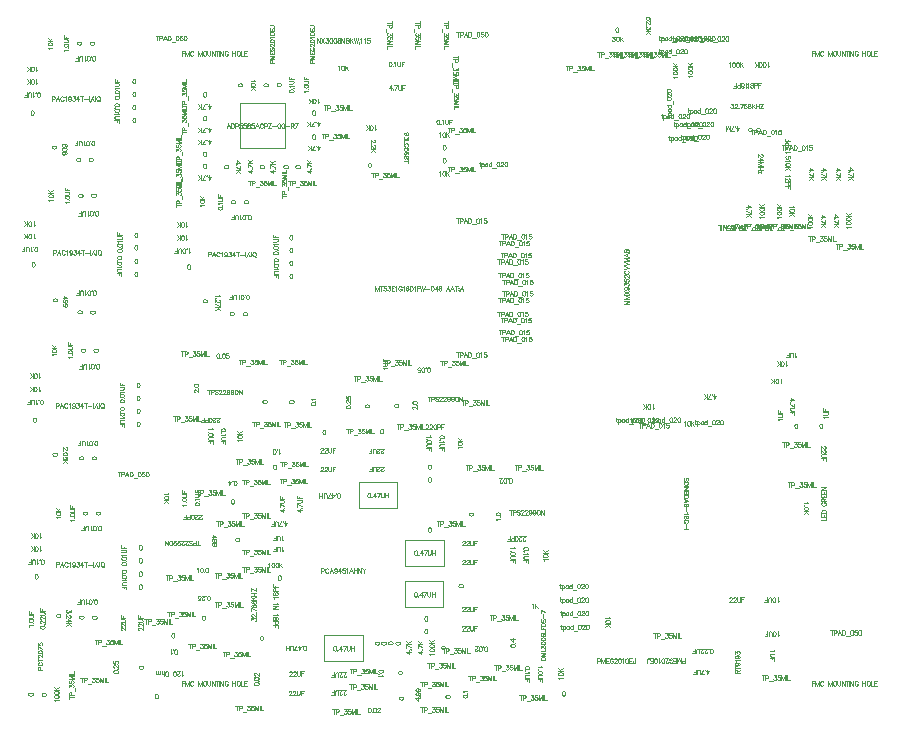
<source format=gbr>
%TF.GenerationSoftware,Altium Limited,Altium Designer,25.7.1 (20)*%
G04 Layer_Color=16040612*
%FSLAX45Y45*%
%MOMM*%
%TF.SameCoordinates,1AA72D45-9F13-4BD8-B423-63960E99F270*%
%TF.FilePolarity,Positive*%
%TF.FileFunction,Other,Top_Value*%
%TF.Part,Single*%
G01*
G75*
%TA.AperFunction,NonConductor*%
%ADD106C,0.05080*%
%ADD108C,0.02540*%
D106*
X1801669Y1638972D02*
X1776274Y1657111D01*
Y1629903D01*
X1801669Y1638972D02*
X1763577D01*
X1788972Y1599611D02*
X1783530Y1601425D01*
X1779902Y1605052D01*
X1778088Y1610494D01*
Y1612308D01*
X1779902Y1617750D01*
X1783530Y1621378D01*
X1788972Y1623191D01*
X1790786D01*
X1796227Y1621378D01*
X1799855Y1617750D01*
X1801669Y1612308D01*
Y1610494D01*
X1799855Y1605052D01*
X1796227Y1601425D01*
X1788972Y1599611D01*
X1779902D01*
X1770833Y1601425D01*
X1765391Y1605052D01*
X1763577Y1610494D01*
Y1614122D01*
X1765391Y1619563D01*
X1769019Y1621378D01*
X1788972Y1565691D02*
X1783530Y1567505D01*
X1779902Y1571132D01*
X1778088Y1576574D01*
Y1578388D01*
X1779902Y1583830D01*
X1783530Y1587458D01*
X1788972Y1589271D01*
X1790786D01*
X1796227Y1587458D01*
X1799855Y1583830D01*
X1801669Y1578388D01*
Y1576574D01*
X1799855Y1571132D01*
X1796227Y1567505D01*
X1788972Y1565691D01*
X1779902D01*
X1770833Y1567505D01*
X1765391Y1571132D01*
X1763577Y1576574D01*
Y1580202D01*
X1765391Y1585644D01*
X1769019Y1587458D01*
X3938401Y1832574D02*
X3940215Y1827132D01*
X3945657Y1823505D01*
X3954726Y1821691D01*
X3960168D01*
X3969237Y1823505D01*
X3974679Y1827132D01*
X3976493Y1832574D01*
Y1836202D01*
X3974679Y1841644D01*
X3969237Y1845271D01*
X3960168Y1847085D01*
X3954726D01*
X3945657Y1845271D01*
X3940215Y1841644D01*
X3938401Y1836202D01*
Y1832574D01*
X1917442Y5103550D02*
X1902931Y5141642D01*
X1888420Y5103550D01*
X1893861Y5116247D02*
X1912000D01*
X1926330Y5141642D02*
Y5103550D01*
Y5141642D02*
X1939027D01*
X1944469Y5139828D01*
X1948097Y5136200D01*
X1949911Y5132572D01*
X1951725Y5127130D01*
Y5118061D01*
X1949911Y5112619D01*
X1948097Y5108992D01*
X1944469Y5105364D01*
X1939027Y5103550D01*
X1926330D01*
X1960250Y5121689D02*
X1976575D01*
X1982017Y5123503D01*
X1983831Y5125317D01*
X1985645Y5128945D01*
Y5134386D01*
X1983831Y5138014D01*
X1982017Y5139828D01*
X1976575Y5141642D01*
X1960250D01*
Y5103550D01*
X2015937Y5141642D02*
X1997798D01*
X1995984Y5125317D01*
X1997798Y5127130D01*
X2003240Y5128945D01*
X2008681D01*
X2014123Y5127130D01*
X2017751Y5123503D01*
X2019565Y5118061D01*
Y5114433D01*
X2017751Y5108992D01*
X2014123Y5105364D01*
X2008681Y5103550D01*
X2003240D01*
X1997798Y5105364D01*
X1995984Y5107178D01*
X1994170Y5110805D01*
X2049857Y5141642D02*
X2031718D01*
X2029904Y5125317D01*
X2031718Y5127130D01*
X2037160Y5128945D01*
X2042601D01*
X2048043Y5127130D01*
X2051671Y5123503D01*
X2053485Y5118061D01*
Y5114433D01*
X2051671Y5108992D01*
X2048043Y5105364D01*
X2042601Y5103550D01*
X2037160D01*
X2031718Y5105364D01*
X2029904Y5107178D01*
X2028090Y5110805D01*
X2071079Y5141642D02*
X2065638Y5139828D01*
X2063824Y5136200D01*
Y5132572D01*
X2065638Y5128945D01*
X2069265Y5127130D01*
X2076521Y5125317D01*
X2081963Y5123503D01*
X2085590Y5119875D01*
X2087405Y5116247D01*
Y5110805D01*
X2085590Y5107178D01*
X2083777Y5105364D01*
X2078335Y5103550D01*
X2071079D01*
X2065638Y5105364D01*
X2063824Y5107178D01*
X2062010Y5110805D01*
Y5116247D01*
X2063824Y5119875D01*
X2067452Y5123503D01*
X2072893Y5125317D01*
X2080149Y5127130D01*
X2083777Y5128945D01*
X2085590Y5132572D01*
Y5136200D01*
X2083777Y5139828D01*
X2078335Y5141642D01*
X2071079D01*
X2117697D02*
X2099558D01*
X2097744Y5125317D01*
X2099558Y5127130D01*
X2104999Y5128945D01*
X2110441D01*
X2115883Y5127130D01*
X2119510Y5123503D01*
X2121324Y5118061D01*
Y5114433D01*
X2119510Y5108992D01*
X2115883Y5105364D01*
X2110441Y5103550D01*
X2104999D01*
X2099558Y5105364D01*
X2097744Y5107178D01*
X2095930Y5110805D01*
X2158872Y5103550D02*
X2144361Y5141642D01*
X2129850Y5103550D01*
X2135291Y5116247D02*
X2153430D01*
X2194969Y5132572D02*
X2193155Y5136200D01*
X2189527Y5139828D01*
X2185899Y5141642D01*
X2178644D01*
X2175016Y5139828D01*
X2171388Y5136200D01*
X2169574Y5132572D01*
X2167760Y5127130D01*
Y5118061D01*
X2169574Y5112619D01*
X2171388Y5108992D01*
X2175016Y5105364D01*
X2178644Y5103550D01*
X2185899D01*
X2189527Y5105364D01*
X2193155Y5108992D01*
X2194969Y5112619D01*
X2205671Y5121689D02*
X2221996D01*
X2227438Y5123503D01*
X2229251Y5125317D01*
X2231065Y5128945D01*
Y5134386D01*
X2229251Y5138014D01*
X2227438Y5139828D01*
X2221996Y5141642D01*
X2205671D01*
Y5103550D01*
X2264985Y5141642D02*
X2239591Y5103550D01*
Y5141642D02*
X2264985D01*
X2239591Y5103550D02*
X2264985D01*
X2273511Y5119875D02*
X2306161D01*
X2328290Y5141642D02*
X2322849Y5139828D01*
X2319221Y5134386D01*
X2317407Y5125317D01*
Y5119875D01*
X2319221Y5110805D01*
X2322849Y5105364D01*
X2328290Y5103550D01*
X2331918D01*
X2337360Y5105364D01*
X2340987Y5110805D01*
X2342802Y5119875D01*
Y5125317D01*
X2340987Y5134386D01*
X2337360Y5139828D01*
X2331918Y5141642D01*
X2328290D01*
X2362210D02*
X2356768Y5139828D01*
X2353141Y5134386D01*
X2351327Y5125317D01*
Y5119875D01*
X2353141Y5110805D01*
X2356768Y5105364D01*
X2362210Y5103550D01*
X2365838D01*
X2371280Y5105364D01*
X2374907Y5110805D01*
X2376721Y5119875D01*
Y5125317D01*
X2374907Y5134386D01*
X2371280Y5139828D01*
X2365838Y5141642D01*
X2362210D01*
X2385247Y5119875D02*
X2417897D01*
X2429143Y5141642D02*
Y5103550D01*
Y5141642D02*
X2445468D01*
X2450910Y5139828D01*
X2452724Y5138014D01*
X2454538Y5134386D01*
Y5130758D01*
X2452724Y5127130D01*
X2450910Y5125317D01*
X2445468Y5123503D01*
X2429143D01*
X2441840D02*
X2454538Y5103550D01*
X2488458Y5141642D02*
X2470318Y5103550D01*
X2463063Y5141642D02*
X2488458D01*
X2120701Y396202D02*
X2122514Y390760D01*
X2127956Y387132D01*
X2137026Y385319D01*
X2142467D01*
X2151537Y387132D01*
X2156979Y390760D01*
X2158792Y396202D01*
Y399830D01*
X2156979Y405271D01*
X2151537Y408899D01*
X2142467Y410713D01*
X2137026D01*
X2127956Y408899D01*
X2122514Y405271D01*
X2120701Y399830D01*
Y396202D01*
X2155165Y421052D02*
X2156979Y419238D01*
X2158792Y421052D01*
X2156979Y422866D01*
X2155165Y421052D01*
X2120701Y442094D02*
X2122514Y436652D01*
X2127956Y433024D01*
X2137026Y431210D01*
X2142467D01*
X2151537Y433024D01*
X2156979Y436652D01*
X2158792Y442094D01*
Y445721D01*
X2156979Y451163D01*
X2151537Y454791D01*
X2142467Y456605D01*
X2137026D01*
X2127956Y454791D01*
X2122514Y451163D01*
X2120701Y445721D01*
Y442094D01*
X2129770Y466944D02*
X2127956D01*
X2124328Y468758D01*
X2122514Y470572D01*
X2120701Y474200D01*
Y481455D01*
X2122514Y485083D01*
X2124328Y486897D01*
X2127956Y488711D01*
X2131584D01*
X2135212Y486897D01*
X2140654Y483269D01*
X2158792Y465130D01*
Y490525D01*
X3093986Y194814D02*
X3088545Y193000D01*
X3084917Y187558D01*
X3083103Y178489D01*
Y173047D01*
X3084917Y163978D01*
X3088545Y158536D01*
X3093986Y156722D01*
X3097614D01*
X3103056Y158536D01*
X3106684Y163978D01*
X3108498Y173047D01*
Y178489D01*
X3106684Y187558D01*
X3103056Y193000D01*
X3097614Y194814D01*
X3093986D01*
X3118837Y160350D02*
X3117023Y158536D01*
X3118837Y156722D01*
X3120651Y158536D01*
X3118837Y160350D01*
X3139878Y194814D02*
X3134436Y193000D01*
X3130809Y187558D01*
X3128995Y178489D01*
Y173047D01*
X3130809Y163978D01*
X3134436Y158536D01*
X3139878Y156722D01*
X3143506D01*
X3148948Y158536D01*
X3152575Y163978D01*
X3154389Y173047D01*
Y178489D01*
X3152575Y187558D01*
X3148948Y193000D01*
X3143506Y194814D01*
X3139878D01*
X3164728Y185744D02*
Y187558D01*
X3166543Y191186D01*
X3168356Y193000D01*
X3171984Y194814D01*
X3179240D01*
X3182868Y193000D01*
X3184681Y191186D01*
X3186495Y187558D01*
Y183931D01*
X3184681Y180303D01*
X3181054Y174861D01*
X3162915Y156722D01*
X3188309D01*
X2120116Y436539D02*
X2121930Y431097D01*
X2127372Y427470D01*
X2136441Y425656D01*
X2141883D01*
X2150953Y427470D01*
X2156394Y431097D01*
X2158208Y436539D01*
Y440167D01*
X2156394Y445609D01*
X2150953Y449236D01*
X2141883Y451050D01*
X2136441D01*
X2127372Y449236D01*
X2121930Y445609D01*
X2120116Y440167D01*
Y436539D01*
X3136178Y194814D02*
X3130737Y193000D01*
X3127109Y187558D01*
X3125295Y178489D01*
Y173047D01*
X3127109Y163978D01*
X3130737Y158536D01*
X3136178Y156722D01*
X3139806D01*
X3145248Y158536D01*
X3148876Y163978D01*
X3150690Y173047D01*
Y178489D01*
X3148876Y187558D01*
X3145248Y193000D01*
X3139806Y194814D01*
X3136178D01*
X4738233Y334743D02*
X4732791Y332929D01*
X4729163Y327487D01*
X4727349Y318417D01*
Y312976D01*
X4729163Y303906D01*
X4732791Y298464D01*
X4738233Y296651D01*
X4741860D01*
X4747302Y298464D01*
X4750930Y303906D01*
X4752744Y312976D01*
Y318417D01*
X4750930Y327487D01*
X4747302Y332929D01*
X4741860Y334743D01*
X4738233D01*
X3210251Y506258D02*
X3208438Y511700D01*
X3202996Y515328D01*
X3193926Y517141D01*
X3188485D01*
X3179415Y515328D01*
X3173973Y511700D01*
X3172160Y506258D01*
Y502630D01*
X3173973Y497188D01*
X3179415Y493561D01*
X3188485Y491747D01*
X3193926D01*
X3202996Y493561D01*
X3208438Y497188D01*
X3210251Y502630D01*
Y506258D01*
X3175787Y481408D02*
X3173973Y483222D01*
X3172160Y481408D01*
X3173973Y479594D01*
X3175787Y481408D01*
X3202996Y471250D02*
X3204810Y467622D01*
X3210251Y462180D01*
X3172160D01*
X1457742Y649736D02*
X1463184Y651550D01*
X1466812Y656992D01*
X1468626Y666061D01*
Y671503D01*
X1466812Y680572D01*
X1463184Y686014D01*
X1457742Y687828D01*
X1454114D01*
X1448673Y686014D01*
X1445045Y680572D01*
X1443231Y671503D01*
Y666061D01*
X1445045Y656992D01*
X1448673Y651550D01*
X1454114Y649736D01*
X1457742D01*
X1432892Y684200D02*
X1434706Y686014D01*
X1432892Y687828D01*
X1431078Y686014D01*
X1432892Y684200D01*
X1422734Y656992D02*
X1419106Y655178D01*
X1413664Y649736D01*
Y687828D01*
X3886864Y290971D02*
X3888678Y285530D01*
X3894120Y281902D01*
X3903189Y280088D01*
X3908631D01*
X3917701Y281902D01*
X3923142Y285530D01*
X3924956Y290971D01*
Y294599D01*
X3923142Y300041D01*
X3917701Y303668D01*
X3908631Y305482D01*
X3903189D01*
X3894120Y303668D01*
X3888678Y300041D01*
X3886864Y294599D01*
Y290971D01*
X3921328Y315822D02*
X3923142Y314008D01*
X3924956Y315822D01*
X3923142Y317636D01*
X3921328Y315822D01*
X3894120Y325980D02*
X3892306Y329607D01*
X3886864Y335049D01*
X3924956D01*
X3597440Y3038911D02*
X3602882Y3040725D01*
X3606509Y3046166D01*
X3608323Y3055236D01*
Y3060678D01*
X3606509Y3069747D01*
X3602882Y3075189D01*
X3597440Y3077003D01*
X3593812D01*
X3588370Y3075189D01*
X3584743Y3069747D01*
X3582929Y3060678D01*
Y3055236D01*
X3584743Y3046166D01*
X3588370Y3040725D01*
X3593812Y3038911D01*
X3597440D01*
X3572590Y3073375D02*
X3574403Y3075189D01*
X3572590Y3077003D01*
X3570775Y3075189D01*
X3572590Y3073375D01*
X3551548Y3038911D02*
X3556990Y3040725D01*
X3560618Y3046166D01*
X3562432Y3055236D01*
Y3060678D01*
X3560618Y3069747D01*
X3556990Y3075189D01*
X3551548Y3077003D01*
X3547920D01*
X3542479Y3075189D01*
X3538851Y3069747D01*
X3537037Y3060678D01*
Y3055236D01*
X3538851Y3046166D01*
X3542479Y3040725D01*
X3547920Y3038911D01*
X3551548D01*
X3506745D02*
X3524884D01*
X3526698Y3055236D01*
X3524884Y3053422D01*
X3519442Y3051608D01*
X3514000D01*
X3508559Y3053422D01*
X3504931Y3057050D01*
X3503117Y3062491D01*
Y3066119D01*
X3504931Y3071561D01*
X3508559Y3075189D01*
X3514000Y3077003D01*
X3519442D01*
X3524884Y3075189D01*
X3526698Y3073375D01*
X3528512Y3069747D01*
X2600989Y2766481D02*
X2602803Y2761039D01*
X2608245Y2757411D01*
X2617314Y2755597D01*
X2622756D01*
X2631826Y2757411D01*
X2637267Y2761039D01*
X2639081Y2766481D01*
Y2770109D01*
X2637267Y2775550D01*
X2631826Y2779178D01*
X2622756Y2780992D01*
X2617314D01*
X2608245Y2779178D01*
X2602803Y2775550D01*
X2600989Y2770109D01*
Y2766481D01*
X2635453Y2791331D02*
X2637267Y2789517D01*
X2639081Y2791331D01*
X2637267Y2793145D01*
X2635453Y2791331D01*
X2608245Y2801489D02*
X2606431Y2805117D01*
X2600989Y2810559D01*
X2639081D01*
X2897788Y2740342D02*
X2899602Y2734901D01*
X2905044Y2731273D01*
X2914113Y2729459D01*
X2919555D01*
X2928625Y2731273D01*
X2934066Y2734901D01*
X2935880Y2740342D01*
Y2743970D01*
X2934066Y2749412D01*
X2928625Y2753040D01*
X2919555Y2754854D01*
X2914113D01*
X2905044Y2753040D01*
X2899602Y2749412D01*
X2897788Y2743970D01*
Y2740342D01*
X2932252Y2765193D02*
X2934066Y2763379D01*
X2935880Y2765193D01*
X2934066Y2767007D01*
X2932252Y2765193D01*
X2906858Y2777165D02*
X2905044D01*
X2901416Y2778979D01*
X2899602Y2780793D01*
X2897788Y2784420D01*
Y2791676D01*
X2899602Y2795304D01*
X2901416Y2797118D01*
X2905044Y2798931D01*
X2908672D01*
X2912299Y2797118D01*
X2917741Y2793490D01*
X2935880Y2775351D01*
Y2800745D01*
X2897788Y2831038D02*
Y2812899D01*
X2914113Y2811085D01*
X2912299Y2812899D01*
X2910485Y2818340D01*
Y2823782D01*
X2912299Y2829224D01*
X2915927Y2832851D01*
X2921369Y2834665D01*
X2924997D01*
X2930438Y2832851D01*
X2934066Y2829224D01*
X2935880Y2823782D01*
Y2818340D01*
X2934066Y2812899D01*
X2932252Y2811085D01*
X2928625Y2809271D01*
X928272Y498284D02*
X930086Y492843D01*
X935528Y489215D01*
X944597Y487401D01*
X950039D01*
X959109Y489215D01*
X964550Y492843D01*
X966364Y498284D01*
Y501912D01*
X964550Y507354D01*
X959109Y510982D01*
X950039Y512796D01*
X944597D01*
X935528Y510982D01*
X930086Y507354D01*
X928272Y501912D01*
Y498284D01*
X962736Y523135D02*
X964550Y521321D01*
X966364Y523135D01*
X964550Y524949D01*
X962736Y523135D01*
X937342Y535107D02*
X935528D01*
X931900Y536921D01*
X930086Y538735D01*
X928272Y542362D01*
Y549618D01*
X930086Y553246D01*
X931900Y555060D01*
X935528Y556873D01*
X939156D01*
X942783Y555060D01*
X948225Y551432D01*
X966364Y533293D01*
Y558687D01*
X928272Y588980D02*
Y570841D01*
X944597Y569027D01*
X942783Y570841D01*
X940969Y576282D01*
Y581724D01*
X942783Y587166D01*
X946411Y590793D01*
X951853Y592607D01*
X955481D01*
X960922Y590793D01*
X964550Y587166D01*
X966364Y581724D01*
Y576282D01*
X964550Y570841D01*
X962736Y569027D01*
X959109Y567213D01*
X1812429Y3193970D02*
X1806988Y3192156D01*
X1803360Y3186714D01*
X1801546Y3177645D01*
Y3172203D01*
X1803360Y3163133D01*
X1806988Y3157692D01*
X1812429Y3155878D01*
X1816057D01*
X1821499Y3157692D01*
X1825127Y3163133D01*
X1826941Y3172203D01*
Y3177645D01*
X1825127Y3186714D01*
X1821499Y3192156D01*
X1816057Y3193970D01*
X1812429D01*
X1837280Y3159506D02*
X1835466Y3157692D01*
X1837280Y3155878D01*
X1839094Y3157692D01*
X1837280Y3159506D01*
X1858321Y3193970D02*
X1852879Y3192156D01*
X1849252Y3186714D01*
X1847438Y3177645D01*
Y3172203D01*
X1849252Y3163133D01*
X1852879Y3157692D01*
X1858321Y3155878D01*
X1861949D01*
X1867391Y3157692D01*
X1871018Y3163133D01*
X1872832Y3172203D01*
Y3177645D01*
X1871018Y3186714D01*
X1867391Y3192156D01*
X1861949Y3193970D01*
X1858321D01*
X1903124D02*
X1884986D01*
X1883171Y3177645D01*
X1884986Y3179458D01*
X1890427Y3181273D01*
X1895869D01*
X1901311Y3179458D01*
X1904938Y3175831D01*
X1906752Y3170389D01*
Y3166761D01*
X1904938Y3161320D01*
X1901311Y3157692D01*
X1895869Y3155878D01*
X1890427D01*
X1884986Y3157692D01*
X1883171Y3159506D01*
X1881358Y3163133D01*
X1736077Y1105463D02*
X1741519Y1107277D01*
X1745147Y1112718D01*
X1746960Y1121788D01*
Y1127230D01*
X1745147Y1136299D01*
X1741519Y1141741D01*
X1736077Y1143555D01*
X1732449D01*
X1727007Y1141741D01*
X1723380Y1136299D01*
X1721566Y1127230D01*
Y1121788D01*
X1723380Y1112718D01*
X1727007Y1107277D01*
X1732449Y1105463D01*
X1736077D01*
X1711227Y1139927D02*
X1713041Y1141741D01*
X1711227Y1143555D01*
X1709413Y1141741D01*
X1711227Y1139927D01*
X1699255Y1114532D02*
Y1112718D01*
X1697441Y1109091D01*
X1695627Y1107277D01*
X1691999Y1105463D01*
X1684744D01*
X1681116Y1107277D01*
X1679302Y1109091D01*
X1677488Y1112718D01*
Y1116346D01*
X1679302Y1119974D01*
X1682930Y1125416D01*
X1701069Y1143555D01*
X1675674D01*
X1645382Y1105463D02*
X1663521D01*
X1665335Y1121788D01*
X1663521Y1119974D01*
X1658079Y1118160D01*
X1652638D01*
X1647196Y1119974D01*
X1643568Y1123602D01*
X1641754Y1129043D01*
Y1132671D01*
X1643568Y1138113D01*
X1647196Y1141741D01*
X1652638Y1143555D01*
X1658079D01*
X1663521Y1141741D01*
X1665335Y1139927D01*
X1667149Y1136299D01*
X4290504Y2099314D02*
X4295946Y2101128D01*
X4299574Y2106570D01*
X4301388Y2115639D01*
Y2121081D01*
X4299574Y2130150D01*
X4295946Y2135592D01*
X4290504Y2137406D01*
X4286876D01*
X4281435Y2135592D01*
X4277807Y2130150D01*
X4275993Y2121081D01*
Y2115639D01*
X4277807Y2106570D01*
X4281435Y2101128D01*
X4286876Y2099314D01*
X4290504D01*
X4265654Y2133778D02*
X4267468Y2135592D01*
X4265654Y2137406D01*
X4263840Y2135592D01*
X4265654Y2133778D01*
X4244613Y2099314D02*
X4250054Y2101128D01*
X4253682Y2106570D01*
X4255496Y2115639D01*
Y2121081D01*
X4253682Y2130150D01*
X4250054Y2135592D01*
X4244613Y2137406D01*
X4240985D01*
X4235543Y2135592D01*
X4231915Y2130150D01*
X4230101Y2121081D01*
Y2115639D01*
X4231915Y2106570D01*
X4235543Y2101128D01*
X4240985Y2099314D01*
X4244613D01*
X4219762Y2108384D02*
Y2106570D01*
X4217948Y2102942D01*
X4216134Y2101128D01*
X4212506Y2099314D01*
X4205251D01*
X4201623Y2101128D01*
X4199809Y2102942D01*
X4197995Y2106570D01*
Y2110197D01*
X4199809Y2113825D01*
X4203437Y2119267D01*
X4221576Y2137406D01*
X4196181D01*
X4083469Y675644D02*
X4088911Y677458D01*
X4092538Y682900D01*
X4094352Y691969D01*
Y697411D01*
X4092538Y706480D01*
X4088911Y711922D01*
X4083469Y713736D01*
X4079841D01*
X4074399Y711922D01*
X4070772Y706480D01*
X4068958Y697411D01*
Y691969D01*
X4070772Y682900D01*
X4074399Y677458D01*
X4079841Y675644D01*
X4083469D01*
X4058619Y710108D02*
X4060432Y711922D01*
X4058619Y713736D01*
X4056804Y711922D01*
X4058619Y710108D01*
X4037577Y675644D02*
X4043019Y677458D01*
X4046647Y682900D01*
X4048461Y691969D01*
Y697411D01*
X4046647Y706480D01*
X4043019Y711922D01*
X4037577Y713736D01*
X4033949D01*
X4028508Y711922D01*
X4024880Y706480D01*
X4023066Y697411D01*
Y691969D01*
X4024880Y682900D01*
X4028508Y677458D01*
X4033949Y675644D01*
X4037577D01*
X4012727Y684714D02*
Y682900D01*
X4010913Y679272D01*
X4009099Y677458D01*
X4005471Y675644D01*
X3998216D01*
X3994588Y677458D01*
X3992774Y679272D01*
X3990960Y682900D01*
Y686527D01*
X3992774Y690155D01*
X3996402Y695597D01*
X4014541Y713736D01*
X3989146D01*
X4173926Y1783678D02*
X4172113Y1787306D01*
X4166671Y1792748D01*
X4204763D01*
X4201135Y1813426D02*
X4202949Y1811612D01*
X4204763Y1813426D01*
X4202949Y1815240D01*
X4201135Y1813426D01*
X4166671Y1834468D02*
X4168485Y1829026D01*
X4173926Y1825398D01*
X4182996Y1823584D01*
X4188438D01*
X4197507Y1825398D01*
X4202949Y1829026D01*
X4204763Y1834468D01*
Y1838095D01*
X4202949Y1843537D01*
X4197507Y1847165D01*
X4188438Y1848979D01*
X4182996D01*
X4173926Y1847165D01*
X4168485Y1843537D01*
X4166671Y1838095D01*
Y1834468D01*
X1632962Y1372037D02*
X1636590Y1373850D01*
X1642032Y1379292D01*
Y1341200D01*
X1671779Y1379292D02*
X1666338Y1377478D01*
X1662710Y1372037D01*
X1660896Y1362967D01*
Y1357525D01*
X1662710Y1348456D01*
X1666338Y1343014D01*
X1671779Y1341200D01*
X1675407D01*
X1680849Y1343014D01*
X1684477Y1348456D01*
X1686291Y1357525D01*
Y1362967D01*
X1684477Y1372037D01*
X1680849Y1377478D01*
X1675407Y1379292D01*
X1671779D01*
X1696630Y1344828D02*
X1694816Y1343014D01*
X1696630Y1341200D01*
X1698444Y1343014D01*
X1696630Y1344828D01*
X1717671Y1379292D02*
X1712229Y1377478D01*
X1708602Y1372037D01*
X1706788Y1362967D01*
Y1357525D01*
X1708602Y1348456D01*
X1712229Y1343014D01*
X1717671Y1341200D01*
X1721299D01*
X1726741Y1343014D01*
X1730368Y1348456D01*
X1732182Y1357525D01*
Y1362967D01*
X1730368Y1372037D01*
X1726741Y1377478D01*
X1721299Y1379292D01*
X1717671D01*
X4471984Y1069345D02*
X4475612Y1071159D01*
X4481053Y1076600D01*
Y1038508D01*
X4499918Y1076600D02*
Y1038508D01*
X4518056Y1063903D02*
X4499918Y1045764D01*
X4507173Y1053020D02*
X4519871Y1038508D01*
X4290928Y720052D02*
X4292741Y714610D01*
X4298183Y710982D01*
X4307253Y709169D01*
X4312694D01*
X4321764Y710982D01*
X4327206Y714610D01*
X4329020Y720052D01*
Y723680D01*
X4327206Y729121D01*
X4321764Y732749D01*
X4312694Y734563D01*
X4307253D01*
X4298183Y732749D01*
X4292741Y729121D01*
X4290928Y723680D01*
Y720052D01*
X4325392Y744902D02*
X4327206Y743088D01*
X4329020Y744902D01*
X4327206Y746716D01*
X4325392Y744902D01*
X4290928Y773199D02*
X4316322Y755060D01*
Y782269D01*
X4290928Y773199D02*
X4329020D01*
X3486052Y273783D02*
X3511447Y255644D01*
Y282852D01*
X3486052Y273783D02*
X3524144D01*
X3520516Y291378D02*
X3522331Y289564D01*
X3524144Y291378D01*
X3522331Y293192D01*
X3520516Y291378D01*
X3498750Y325116D02*
X3504191Y323302D01*
X3507819Y319674D01*
X3509633Y314233D01*
Y312419D01*
X3507819Y306977D01*
X3504191Y303349D01*
X3498750Y301536D01*
X3496936D01*
X3491494Y303349D01*
X3487866Y306977D01*
X3486052Y312419D01*
Y314233D01*
X3487866Y319674D01*
X3491494Y323302D01*
X3498750Y325116D01*
X3507819D01*
X3516889Y323302D01*
X3522331Y319674D01*
X3524144Y314233D01*
Y310605D01*
X3522331Y305163D01*
X3518703Y303349D01*
X3498750Y359036D02*
X3504191Y357222D01*
X3507819Y353594D01*
X3509633Y348153D01*
Y346339D01*
X3507819Y340897D01*
X3504191Y337269D01*
X3498750Y335456D01*
X3496936D01*
X3491494Y337269D01*
X3487866Y340897D01*
X3486052Y346339D01*
Y348153D01*
X3487866Y353594D01*
X3491494Y357222D01*
X3498750Y359036D01*
X3507819D01*
X3516889Y357222D01*
X3522331Y353594D01*
X3524144Y348153D01*
Y344525D01*
X3522331Y339083D01*
X3518703Y337269D01*
X2343034Y2352315D02*
X2339406Y2350501D01*
X2333965Y2345059D01*
Y2383151D01*
X2313286Y2379523D02*
X2315100Y2381337D01*
X2313286Y2383151D01*
X2311472Y2381337D01*
X2313286Y2379523D01*
X2292245Y2345059D02*
X2297687Y2346873D01*
X2301315Y2352315D01*
X2303128Y2361384D01*
Y2366826D01*
X2301315Y2375895D01*
X2297687Y2381337D01*
X2292245Y2383151D01*
X2288617D01*
X2283176Y2381337D01*
X2279548Y2375895D01*
X2277734Y2366826D01*
Y2361384D01*
X2279548Y2352315D01*
X2283176Y2346873D01*
X2288617Y2345059D01*
X2292245D01*
X3469722Y2722858D02*
X3467908D01*
X3464280Y2724672D01*
X3462466Y2726486D01*
X3460652Y2730114D01*
Y2737369D01*
X3462466Y2740997D01*
X3464280Y2742811D01*
X3467908Y2744625D01*
X3471536D01*
X3475163Y2742811D01*
X3480605Y2739183D01*
X3498744Y2721044D01*
Y2746439D01*
X3495116Y2756778D02*
X3496930Y2754964D01*
X3498744Y2756778D01*
X3496930Y2758592D01*
X3495116Y2756778D01*
X3460652Y2777819D02*
X3462466Y2772377D01*
X3467908Y2768750D01*
X3476977Y2766936D01*
X3482419D01*
X3491489Y2768750D01*
X3496930Y2772377D01*
X3498744Y2777819D01*
Y2781447D01*
X3496930Y2786889D01*
X3491489Y2790516D01*
X3482419Y2792330D01*
X3476977D01*
X3467908Y2790516D01*
X3462466Y2786889D01*
X3460652Y2781447D01*
Y2777819D01*
X1618138Y2867917D02*
X1616324D01*
X1612696Y2869731D01*
X1610882Y2871545D01*
X1609068Y2875173D01*
Y2882429D01*
X1610882Y2886056D01*
X1612696Y2887870D01*
X1616324Y2889684D01*
X1619952D01*
X1623580Y2887870D01*
X1629021Y2884242D01*
X1647160Y2866103D01*
Y2891498D01*
X1643532Y2901837D02*
X1645346Y2900023D01*
X1647160Y2901837D01*
X1645346Y2903651D01*
X1643532Y2901837D01*
X1609068Y2922879D02*
X1610882Y2917437D01*
X1616324Y2913809D01*
X1625393Y2911995D01*
X1630835D01*
X1639905Y2913809D01*
X1645346Y2917437D01*
X1647160Y2922879D01*
Y2926506D01*
X1645346Y2931948D01*
X1639905Y2935576D01*
X1630835Y2937390D01*
X1625393D01*
X1616324Y2935576D01*
X1610882Y2931948D01*
X1609068Y2926506D01*
Y2922879D01*
X1960359Y2077597D02*
X1965801Y2079411D01*
X1969429Y2084853D01*
X1971243Y2093922D01*
Y2099364D01*
X1969429Y2108433D01*
X1965801Y2113875D01*
X1960359Y2115689D01*
X1956731D01*
X1951290Y2113875D01*
X1947662Y2108433D01*
X1945848Y2099364D01*
Y2093922D01*
X1947662Y2084853D01*
X1951290Y2079411D01*
X1956731Y2077597D01*
X1960359D01*
X1935509Y2112061D02*
X1937323Y2113875D01*
X1935509Y2115689D01*
X1933695Y2113875D01*
X1935509Y2112061D01*
X1907212Y2077597D02*
X1925351Y2102992D01*
X1898143D01*
X1907212Y2077597D02*
Y2115689D01*
X6845348Y420036D02*
Y381944D01*
Y420036D02*
X6868929D01*
X6845348Y401897D02*
X6859859D01*
X6873282Y420036D02*
Y381944D01*
Y420036D02*
X6887793Y381944D01*
X6902304Y420036D02*
X6887793Y381944D01*
X6902304Y420036D02*
Y381944D01*
X6940396Y410966D02*
X6938582Y414594D01*
X6934954Y418222D01*
X6931326Y420036D01*
X6924071D01*
X6920443Y418222D01*
X6916815Y414594D01*
X6915001Y410966D01*
X6913188Y405524D01*
Y396455D01*
X6915001Y391013D01*
X6916815Y387386D01*
X6920443Y383758D01*
X6924071Y381944D01*
X6931326D01*
X6934954Y383758D01*
X6938582Y387386D01*
X6940396Y391013D01*
X6981027Y420036D02*
Y381944D01*
Y420036D02*
X6995539Y381944D01*
X7010050Y420036D02*
X6995539Y381944D01*
X7010050Y420036D02*
Y381944D01*
X7031817Y420036D02*
X7028189Y418222D01*
X7024561Y414594D01*
X7022747Y410966D01*
X7020933Y405524D01*
Y396455D01*
X7022747Y391013D01*
X7024561Y387386D01*
X7028189Y383758D01*
X7031817Y381944D01*
X7039072D01*
X7042700Y383758D01*
X7046328Y387386D01*
X7048142Y391013D01*
X7049955Y396455D01*
Y405524D01*
X7048142Y410966D01*
X7046328Y414594D01*
X7042700Y418222D01*
X7039072Y420036D01*
X7031817D01*
X7058844D02*
Y392827D01*
X7060657Y387386D01*
X7064285Y383758D01*
X7069727Y381944D01*
X7073355D01*
X7078797Y383758D01*
X7082424Y387386D01*
X7084238Y392827D01*
Y420036D01*
X7094759D02*
Y381944D01*
Y420036D02*
X7120153Y381944D01*
Y420036D02*
Y381944D01*
X7143371Y420036D02*
Y381944D01*
X7130674Y420036D02*
X7156068D01*
X7160603D02*
Y381944D01*
X7168584Y420036D02*
Y381944D01*
Y420036D02*
X7193979Y381944D01*
Y420036D02*
Y381944D01*
X7231708Y410966D02*
X7229894Y414594D01*
X7226266Y418222D01*
X7222638Y420036D01*
X7215383D01*
X7211755Y418222D01*
X7208127Y414594D01*
X7206313Y410966D01*
X7204499Y405524D01*
Y396455D01*
X7206313Y391013D01*
X7208127Y387386D01*
X7211755Y383758D01*
X7215383Y381944D01*
X7222638D01*
X7226266Y383758D01*
X7229894Y387386D01*
X7231708Y391013D01*
Y396455D01*
X7222638D02*
X7231708D01*
X7270344Y420036D02*
Y381944D01*
X7295739Y420036D02*
Y381944D01*
X7270344Y401897D02*
X7295739D01*
X7317142Y420036D02*
X7313514Y418222D01*
X7309887Y414594D01*
X7308073Y410966D01*
X7306259Y405524D01*
Y396455D01*
X7308073Y391013D01*
X7309887Y387386D01*
X7313514Y383758D01*
X7317142Y381944D01*
X7324398D01*
X7328026Y383758D01*
X7331654Y387386D01*
X7333467Y391013D01*
X7335281Y396455D01*
Y405524D01*
X7333467Y410966D01*
X7331654Y414594D01*
X7328026Y418222D01*
X7324398Y420036D01*
X7317142D01*
X7344169D02*
Y381944D01*
X7365936D01*
X7393689Y420036D02*
X7370108D01*
Y381944D01*
X7393689D01*
X7370108Y401897D02*
X7384619D01*
X1511348Y420036D02*
Y381944D01*
Y420036D02*
X1534929D01*
X1511348Y401897D02*
X1525859D01*
X1539282Y420036D02*
Y381944D01*
Y420036D02*
X1553793Y381944D01*
X1568304Y420036D02*
X1553793Y381944D01*
X1568304Y420036D02*
Y381944D01*
X1606396Y410966D02*
X1604582Y414594D01*
X1600954Y418222D01*
X1597326Y420036D01*
X1590071D01*
X1586443Y418222D01*
X1582815Y414594D01*
X1581001Y410966D01*
X1579188Y405524D01*
Y396455D01*
X1581001Y391013D01*
X1582815Y387386D01*
X1586443Y383758D01*
X1590071Y381944D01*
X1597326D01*
X1600954Y383758D01*
X1604582Y387386D01*
X1606396Y391013D01*
X1647027Y420036D02*
Y381944D01*
Y420036D02*
X1661539Y381944D01*
X1676050Y420036D02*
X1661539Y381944D01*
X1676050Y420036D02*
Y381944D01*
X1697817Y420036D02*
X1694189Y418222D01*
X1690561Y414594D01*
X1688747Y410966D01*
X1686933Y405524D01*
Y396455D01*
X1688747Y391013D01*
X1690561Y387386D01*
X1694189Y383758D01*
X1697817Y381944D01*
X1705072D01*
X1708700Y383758D01*
X1712328Y387386D01*
X1714142Y391013D01*
X1715955Y396455D01*
Y405524D01*
X1714142Y410966D01*
X1712328Y414594D01*
X1708700Y418222D01*
X1705072Y420036D01*
X1697817D01*
X1724844D02*
Y392827D01*
X1726657Y387386D01*
X1730285Y383758D01*
X1735727Y381944D01*
X1739355D01*
X1744797Y383758D01*
X1748424Y387386D01*
X1750238Y392827D01*
Y420036D01*
X1760759D02*
Y381944D01*
Y420036D02*
X1786153Y381944D01*
Y420036D02*
Y381944D01*
X1809371Y420036D02*
Y381944D01*
X1796674Y420036D02*
X1822068D01*
X1826603D02*
Y381944D01*
X1834584Y420036D02*
Y381944D01*
Y420036D02*
X1859979Y381944D01*
Y420036D02*
Y381944D01*
X1897708Y410966D02*
X1895894Y414594D01*
X1892266Y418222D01*
X1888638Y420036D01*
X1881383D01*
X1877755Y418222D01*
X1874127Y414594D01*
X1872313Y410966D01*
X1870499Y405524D01*
Y396455D01*
X1872313Y391013D01*
X1874127Y387386D01*
X1877755Y383758D01*
X1881383Y381944D01*
X1888638D01*
X1892266Y383758D01*
X1895894Y387386D01*
X1897708Y391013D01*
Y396455D01*
X1888638D02*
X1897708D01*
X1936344Y420036D02*
Y381944D01*
X1961739Y420036D02*
Y381944D01*
X1936344Y401897D02*
X1961739D01*
X1983142Y420036D02*
X1979514Y418222D01*
X1975887Y414594D01*
X1974073Y410966D01*
X1972259Y405524D01*
Y396455D01*
X1974073Y391013D01*
X1975887Y387386D01*
X1979514Y383758D01*
X1983142Y381944D01*
X1990398D01*
X1994026Y383758D01*
X1997654Y387386D01*
X1999467Y391013D01*
X2001281Y396455D01*
Y405524D01*
X1999467Y410966D01*
X1997654Y414594D01*
X1994026Y418222D01*
X1990398Y420036D01*
X1983142D01*
X2010169D02*
Y381944D01*
X2031936D01*
X2059689Y420036D02*
X2036108D01*
Y381944D01*
X2059689D01*
X2036108Y401897D02*
X2050619D01*
X1511348Y5754036D02*
Y5715944D01*
Y5754036D02*
X1534929D01*
X1511348Y5735897D02*
X1525859D01*
X1539282Y5754036D02*
Y5715944D01*
Y5754036D02*
X1553793Y5715944D01*
X1568304Y5754036D02*
X1553793Y5715944D01*
X1568304Y5754036D02*
Y5715944D01*
X1606396Y5744966D02*
X1604582Y5748594D01*
X1600954Y5752222D01*
X1597326Y5754036D01*
X1590071D01*
X1586443Y5752222D01*
X1582815Y5748594D01*
X1581001Y5744966D01*
X1579188Y5739524D01*
Y5730455D01*
X1581001Y5725013D01*
X1582815Y5721386D01*
X1586443Y5717758D01*
X1590071Y5715944D01*
X1597326D01*
X1600954Y5717758D01*
X1604582Y5721386D01*
X1606396Y5725013D01*
X1647027Y5754036D02*
Y5715944D01*
Y5754036D02*
X1661539Y5715944D01*
X1676050Y5754036D02*
X1661539Y5715944D01*
X1676050Y5754036D02*
Y5715944D01*
X1697817Y5754036D02*
X1694189Y5752222D01*
X1690561Y5748594D01*
X1688747Y5744966D01*
X1686933Y5739524D01*
Y5730455D01*
X1688747Y5725013D01*
X1690561Y5721386D01*
X1694189Y5717758D01*
X1697817Y5715944D01*
X1705072D01*
X1708700Y5717758D01*
X1712328Y5721386D01*
X1714142Y5725013D01*
X1715955Y5730455D01*
Y5739524D01*
X1714142Y5744966D01*
X1712328Y5748594D01*
X1708700Y5752222D01*
X1705072Y5754036D01*
X1697817D01*
X1724844D02*
Y5726827D01*
X1726657Y5721386D01*
X1730285Y5717758D01*
X1735727Y5715944D01*
X1739355D01*
X1744797Y5717758D01*
X1748424Y5721386D01*
X1750238Y5726827D01*
Y5754036D01*
X1760759D02*
Y5715944D01*
Y5754036D02*
X1786153Y5715944D01*
Y5754036D02*
Y5715944D01*
X1809371Y5754036D02*
Y5715944D01*
X1796674Y5754036D02*
X1822068D01*
X1826603D02*
Y5715944D01*
X1834584Y5754036D02*
Y5715944D01*
Y5754036D02*
X1859979Y5715944D01*
Y5754036D02*
Y5715944D01*
X1897708Y5744966D02*
X1895894Y5748594D01*
X1892266Y5752222D01*
X1888638Y5754036D01*
X1881383D01*
X1877755Y5752222D01*
X1874127Y5748594D01*
X1872313Y5744966D01*
X1870499Y5739524D01*
Y5730455D01*
X1872313Y5725013D01*
X1874127Y5721386D01*
X1877755Y5717758D01*
X1881383Y5715944D01*
X1888638D01*
X1892266Y5717758D01*
X1895894Y5721386D01*
X1897708Y5725013D01*
Y5730455D01*
X1888638D02*
X1897708D01*
X1936344Y5754036D02*
Y5715944D01*
X1961739Y5754036D02*
Y5715944D01*
X1936344Y5735897D02*
X1961739D01*
X1983142Y5754036D02*
X1979514Y5752222D01*
X1975887Y5748594D01*
X1974073Y5744966D01*
X1972259Y5739524D01*
Y5730455D01*
X1974073Y5725013D01*
X1975887Y5721386D01*
X1979514Y5717758D01*
X1983142Y5715944D01*
X1990398D01*
X1994026Y5717758D01*
X1997654Y5721386D01*
X1999467Y5725013D01*
X2001281Y5730455D01*
Y5739524D01*
X1999467Y5744966D01*
X1997654Y5748594D01*
X1994026Y5752222D01*
X1990398Y5754036D01*
X1983142D01*
X2010169D02*
Y5715944D01*
X2031936D01*
X2059689Y5754036D02*
X2036108D01*
Y5715944D01*
X2059689D01*
X2036108Y5735897D02*
X2050619D01*
X6845348Y5754036D02*
Y5715944D01*
Y5754036D02*
X6868929D01*
X6845348Y5735897D02*
X6859859D01*
X6873282Y5754036D02*
Y5715944D01*
Y5754036D02*
X6887793Y5715944D01*
X6902304Y5754036D02*
X6887793Y5715944D01*
X6902304Y5754036D02*
Y5715944D01*
X6940396Y5744966D02*
X6938582Y5748594D01*
X6934954Y5752222D01*
X6931326Y5754036D01*
X6924071D01*
X6920443Y5752222D01*
X6916815Y5748594D01*
X6915001Y5744966D01*
X6913188Y5739524D01*
Y5730455D01*
X6915001Y5725013D01*
X6916815Y5721386D01*
X6920443Y5717758D01*
X6924071Y5715944D01*
X6931326D01*
X6934954Y5717758D01*
X6938582Y5721386D01*
X6940396Y5725013D01*
X6981027Y5754036D02*
Y5715944D01*
Y5754036D02*
X6995539Y5715944D01*
X7010050Y5754036D02*
X6995539Y5715944D01*
X7010050Y5754036D02*
Y5715944D01*
X7031817Y5754036D02*
X7028189Y5752222D01*
X7024561Y5748594D01*
X7022747Y5744966D01*
X7020933Y5739524D01*
Y5730455D01*
X7022747Y5725013D01*
X7024561Y5721386D01*
X7028189Y5717758D01*
X7031817Y5715944D01*
X7039072D01*
X7042700Y5717758D01*
X7046328Y5721386D01*
X7048142Y5725013D01*
X7049955Y5730455D01*
Y5739524D01*
X7048142Y5744966D01*
X7046328Y5748594D01*
X7042700Y5752222D01*
X7039072Y5754036D01*
X7031817D01*
X7058844D02*
Y5726827D01*
X7060657Y5721386D01*
X7064285Y5717758D01*
X7069727Y5715944D01*
X7073355D01*
X7078797Y5717758D01*
X7082424Y5721386D01*
X7084238Y5726827D01*
Y5754036D01*
X7094759D02*
Y5715944D01*
Y5754036D02*
X7120153Y5715944D01*
Y5754036D02*
Y5715944D01*
X7143371Y5754036D02*
Y5715944D01*
X7130674Y5754036D02*
X7156068D01*
X7160603D02*
Y5715944D01*
X7168584Y5754036D02*
Y5715944D01*
Y5754036D02*
X7193979Y5715944D01*
Y5754036D02*
Y5715944D01*
X7231708Y5744966D02*
X7229894Y5748594D01*
X7226266Y5752222D01*
X7222638Y5754036D01*
X7215383D01*
X7211755Y5752222D01*
X7208127Y5748594D01*
X7206313Y5744966D01*
X7204499Y5739524D01*
Y5730455D01*
X7206313Y5725013D01*
X7208127Y5721386D01*
X7211755Y5717758D01*
X7215383Y5715944D01*
X7222638D01*
X7226266Y5717758D01*
X7229894Y5721386D01*
X7231708Y5725013D01*
Y5730455D01*
X7222638D02*
X7231708D01*
X7270344Y5754036D02*
Y5715944D01*
X7295739Y5754036D02*
Y5715944D01*
X7270344Y5735897D02*
X7295739D01*
X7317142Y5754036D02*
X7313514Y5752222D01*
X7309887Y5748594D01*
X7308073Y5744966D01*
X7306259Y5739524D01*
Y5730455D01*
X7308073Y5725013D01*
X7309887Y5721386D01*
X7313514Y5717758D01*
X7317142Y5715944D01*
X7324398D01*
X7328026Y5717758D01*
X7331654Y5721386D01*
X7333467Y5725013D01*
X7335281Y5730455D01*
Y5739524D01*
X7333467Y5744966D01*
X7331654Y5748594D01*
X7328026Y5752222D01*
X7324398Y5754036D01*
X7317142D01*
X7344169D02*
Y5715944D01*
X7365936D01*
X7393689Y5754036D02*
X7370108D01*
Y5715944D01*
X7393689D01*
X7370108Y5735897D02*
X7384619D01*
X4029695Y4816647D02*
Y4785811D01*
X4031509Y4780369D01*
X4035136Y4778556D01*
X4038764D01*
X4024253Y4803950D02*
X4036950D01*
X4044206D02*
Y4765858D01*
Y4798509D02*
X4047834Y4802136D01*
X4051462Y4803950D01*
X4056903D01*
X4060531Y4802136D01*
X4064159Y4798509D01*
X4065973Y4793067D01*
Y4789439D01*
X4064159Y4783997D01*
X4060531Y4780369D01*
X4056903Y4778556D01*
X4051462D01*
X4047834Y4780369D01*
X4044206Y4783997D01*
X4095902Y4803950D02*
Y4778556D01*
Y4798509D02*
X4092274Y4802136D01*
X4088647Y4803950D01*
X4083205D01*
X4079577Y4802136D01*
X4075949Y4798509D01*
X4074135Y4793067D01*
Y4789439D01*
X4075949Y4783997D01*
X4079577Y4780369D01*
X4083205Y4778556D01*
X4088647D01*
X4092274Y4780369D01*
X4095902Y4783997D01*
X4127827Y4816647D02*
Y4778556D01*
Y4798509D02*
X4124199Y4802136D01*
X4120571Y4803950D01*
X4115129D01*
X4111502Y4802136D01*
X4107874Y4798509D01*
X4106060Y4793067D01*
Y4789439D01*
X4107874Y4783997D01*
X4111502Y4780369D01*
X4115129Y4778556D01*
X4120571D01*
X4124199Y4780369D01*
X4127827Y4783997D01*
X4137984Y4765858D02*
X4167007D01*
X4182788Y4816647D02*
X4177346Y4814834D01*
X4173718Y4809392D01*
X4171904Y4800322D01*
Y4794881D01*
X4173718Y4785811D01*
X4177346Y4780369D01*
X4182788Y4778556D01*
X4186416D01*
X4191857Y4780369D01*
X4195485Y4785811D01*
X4197299Y4794881D01*
Y4800322D01*
X4195485Y4809392D01*
X4191857Y4814834D01*
X4186416Y4816647D01*
X4182788D01*
X4207638Y4807578D02*
Y4809392D01*
X4209452Y4813020D01*
X4211266Y4814834D01*
X4214894Y4816647D01*
X4222149D01*
X4225777Y4814834D01*
X4227591Y4813020D01*
X4229405Y4809392D01*
Y4805764D01*
X4227591Y4802136D01*
X4223963Y4796694D01*
X4205824Y4778556D01*
X4231219D01*
X4250628Y4816647D02*
X4245186Y4814834D01*
X4241558Y4809392D01*
X4239744Y4800322D01*
Y4794881D01*
X4241558Y4785811D01*
X4245186Y4780369D01*
X4250628Y4778556D01*
X4254255D01*
X4259697Y4780369D01*
X4263325Y4785811D01*
X4265139Y4794881D01*
Y4800322D01*
X4263325Y4809392D01*
X4259697Y4814834D01*
X4254255Y4816647D01*
X4250628D01*
X6156103Y5309028D02*
X6176056D01*
X6165173Y5294516D01*
X6170614D01*
X6174242Y5292703D01*
X6176056Y5290889D01*
X6177870Y5285447D01*
Y5281819D01*
X6176056Y5276378D01*
X6172428Y5272750D01*
X6166987Y5270936D01*
X6161545D01*
X6156103Y5272750D01*
X6154289Y5274564D01*
X6152475Y5278191D01*
X6188209Y5299958D02*
Y5301772D01*
X6190023Y5305400D01*
X6191837Y5307214D01*
X6195465Y5309028D01*
X6202720D01*
X6206348Y5307214D01*
X6208162Y5305400D01*
X6209976Y5301772D01*
Y5298144D01*
X6208162Y5294516D01*
X6204534Y5289075D01*
X6186395Y5270936D01*
X6211790D01*
X6222129Y5274564D02*
X6220315Y5272750D01*
X6222129Y5270936D01*
X6223943Y5272750D01*
X6222129Y5274564D01*
X6257682Y5309028D02*
X6239543Y5270936D01*
X6232287Y5309028D02*
X6257682D01*
X6287974Y5303586D02*
X6286160Y5307214D01*
X6280718Y5309028D01*
X6277090D01*
X6271649Y5307214D01*
X6268021Y5301772D01*
X6266207Y5292703D01*
Y5283633D01*
X6268021Y5276378D01*
X6271649Y5272750D01*
X6277090Y5270936D01*
X6278904D01*
X6284346Y5272750D01*
X6287974Y5276378D01*
X6289788Y5281819D01*
Y5283633D01*
X6287974Y5289075D01*
X6284346Y5292703D01*
X6278904Y5294516D01*
X6277090D01*
X6271649Y5292703D01*
X6268021Y5289075D01*
X6266207Y5283633D01*
X6307201Y5309028D02*
X6301759Y5307214D01*
X6299945Y5303586D01*
Y5299958D01*
X6301759Y5296331D01*
X6305387Y5294516D01*
X6312643Y5292703D01*
X6318084Y5290889D01*
X6321712Y5287261D01*
X6323526Y5283633D01*
Y5278191D01*
X6321712Y5274564D01*
X6319898Y5272750D01*
X6314457Y5270936D01*
X6307201D01*
X6301759Y5272750D01*
X6299945Y5274564D01*
X6298131Y5278191D01*
Y5283633D01*
X6299945Y5287261D01*
X6303573Y5290889D01*
X6309015Y5292703D01*
X6316270Y5294516D01*
X6319898Y5296331D01*
X6321712Y5299958D01*
Y5303586D01*
X6319898Y5307214D01*
X6314457Y5309028D01*
X6307201D01*
X6332051D02*
Y5270936D01*
X6357446Y5309028D02*
X6332051Y5283633D01*
X6341121Y5292703D02*
X6357446Y5270936D01*
X6365971Y5309028D02*
Y5270936D01*
X6391366Y5309028D02*
Y5270936D01*
X6365971Y5290889D02*
X6391366D01*
X6427281Y5309028D02*
X6401886Y5270936D01*
Y5309028D02*
X6427281D01*
X6401886Y5270936D02*
X6427281D01*
X2550343Y682604D02*
X2555785Y684417D01*
X2559413Y689859D01*
X2561227Y698929D01*
Y704370D01*
X2559413Y713440D01*
X2555785Y718882D01*
X2550343Y720696D01*
X2546715D01*
X2541274Y718882D01*
X2537646Y713440D01*
X2535832Y704370D01*
Y698929D01*
X2537646Y689859D01*
X2541274Y684417D01*
X2546715Y682604D01*
X2550343D01*
X2525493Y717068D02*
X2527307Y718882D01*
X2525493Y720696D01*
X2523679Y718882D01*
X2525493Y717068D01*
X2497196Y682604D02*
X2515335Y707998D01*
X2488126D01*
X2497196Y682604D02*
Y720696D01*
X2456020Y682604D02*
X2474159Y720696D01*
X2481415Y682604D02*
X2456020D01*
X2447495D02*
Y709812D01*
X2445681Y715254D01*
X2442053Y718882D01*
X2436612Y720696D01*
X2432984D01*
X2427542Y718882D01*
X2423914Y715254D01*
X2422100Y709812D01*
Y682604D01*
X2411580D02*
Y720696D01*
X2386185Y682604D02*
Y720696D01*
X2411580Y700743D02*
X2386185D01*
X3090489Y2012768D02*
X3085047Y2010954D01*
X3081419Y2005513D01*
X3079605Y1996443D01*
Y1991001D01*
X3081419Y1981932D01*
X3085047Y1976490D01*
X3090489Y1974676D01*
X3094117D01*
X3099558Y1976490D01*
X3103186Y1981932D01*
X3105000Y1991001D01*
Y1996443D01*
X3103186Y2005513D01*
X3099558Y2010954D01*
X3094117Y2012768D01*
X3090489D01*
X3115339Y1978304D02*
X3113525Y1976490D01*
X3115339Y1974676D01*
X3117153Y1976490D01*
X3115339Y1978304D01*
X3143636Y2012768D02*
X3125497Y1987373D01*
X3152706D01*
X3143636Y2012768D02*
Y1974676D01*
X3184812Y2012768D02*
X3166673Y1974676D01*
X3159417Y2012768D02*
X3184812D01*
X3193337D02*
Y1985560D01*
X3195151Y1980118D01*
X3198779Y1976490D01*
X3204220Y1974676D01*
X3207848D01*
X3213290Y1976490D01*
X3216918Y1980118D01*
X3218732Y1985560D01*
Y2012768D01*
X3229252D02*
Y1974676D01*
X3254647Y2012768D02*
Y1974676D01*
X3229252Y1994629D02*
X3254647D01*
X6207564Y5080639D02*
X6225703Y5106034D01*
X6198494D01*
X6207564Y5080639D02*
Y5118731D01*
X6189969Y5115103D02*
X6191783Y5116917D01*
X6189969Y5118731D01*
X6188155Y5116917D01*
X6189969Y5115103D01*
X6154416Y5080639D02*
X6172555Y5118731D01*
X6179811Y5080639D02*
X6154416D01*
X6145891D02*
Y5118731D01*
Y5080639D02*
X6131380Y5118731D01*
X6116869Y5080639D02*
X6131380Y5118731D01*
X6116869Y5080639D02*
Y5118731D01*
X5767773Y594480D02*
X5751447D01*
X5746006Y592666D01*
X5744192Y590852D01*
X5742378Y587224D01*
Y581782D01*
X5744192Y578155D01*
X5746006Y576340D01*
X5751447Y574527D01*
X5767773D01*
Y612619D01*
X5733853Y574527D02*
Y612619D01*
Y574527D02*
X5719341Y612619D01*
X5704830Y574527D02*
X5719341Y612619D01*
X5704830Y574527D02*
Y612619D01*
X5670366Y574527D02*
X5693947D01*
Y612619D01*
X5670366D01*
X5693947Y592666D02*
X5679436D01*
X5636809Y583596D02*
X5638623Y579968D01*
X5642251Y576340D01*
X5645879Y574527D01*
X5653134D01*
X5656762Y576340D01*
X5660390Y579968D01*
X5662204Y583596D01*
X5664018Y589038D01*
Y598107D01*
X5662204Y603549D01*
X5660390Y607177D01*
X5656762Y610805D01*
X5653134Y612619D01*
X5645879D01*
X5642251Y610805D01*
X5638623Y607177D01*
X5636809Y603549D01*
Y598107D01*
X5645879D02*
X5636809D01*
X5626289Y583596D02*
Y581782D01*
X5624475Y578155D01*
X5622661Y576340D01*
X5619033Y574527D01*
X5611777D01*
X5608150Y576340D01*
X5606336Y578155D01*
X5604522Y581782D01*
Y585410D01*
X5606336Y589038D01*
X5609964Y594480D01*
X5628103Y612619D01*
X5602708D01*
X5583299Y574527D02*
X5588741Y576340D01*
X5592369Y581782D01*
X5594183Y590852D01*
Y596293D01*
X5592369Y605363D01*
X5588741Y610805D01*
X5583299Y612619D01*
X5579671D01*
X5574230Y610805D01*
X5570602Y605363D01*
X5568788Y596293D01*
Y590852D01*
X5570602Y581782D01*
X5574230Y576340D01*
X5579671Y574527D01*
X5583299D01*
X5560263Y581782D02*
X5556635Y579968D01*
X5551193Y574527D01*
Y612619D01*
X5521445Y574527D02*
X5526887Y576340D01*
X5530515Y581782D01*
X5532329Y590852D01*
Y596293D01*
X5530515Y605363D01*
X5526887Y610805D01*
X5521445Y612619D01*
X5517818D01*
X5512376Y610805D01*
X5508748Y605363D01*
X5506934Y596293D01*
Y590852D01*
X5508748Y581782D01*
X5512376Y576340D01*
X5517818Y574527D01*
X5521445D01*
X5474828D02*
X5498409D01*
Y612619D01*
X5474828D01*
X5498409Y592666D02*
X5483898D01*
X5450341Y574527D02*
Y603549D01*
X5452154Y608991D01*
X5453968Y610805D01*
X5457596Y612619D01*
X5461224D01*
X5464852Y610805D01*
X5466666Y608991D01*
X5468480Y603549D01*
Y599921D01*
X6292711Y5476524D02*
X6296338Y5478338D01*
X6301780Y5483780D01*
Y5445688D01*
X6329714Y5483780D02*
X6324272Y5481966D01*
X6322458Y5478338D01*
Y5474710D01*
X6324272Y5471083D01*
X6327900Y5469268D01*
X6335156Y5467455D01*
X6340597Y5465641D01*
X6344225Y5462013D01*
X6346039Y5458385D01*
Y5452943D01*
X6344225Y5449316D01*
X6342411Y5447502D01*
X6336970Y5445688D01*
X6329714D01*
X6324272Y5447502D01*
X6322458Y5449316D01*
X6320644Y5452943D01*
Y5458385D01*
X6322458Y5462013D01*
X6326086Y5465641D01*
X6331528Y5467455D01*
X6338783Y5469268D01*
X6342411Y5471083D01*
X6344225Y5474710D01*
Y5478338D01*
X6342411Y5481966D01*
X6336970Y5483780D01*
X6329714D01*
X6354564Y5463827D02*
X6370889D01*
X6376331Y5465641D01*
X6378145Y5467455D01*
X6379959Y5471083D01*
Y5476524D01*
X6378145Y5480152D01*
X6376331Y5481966D01*
X6370889Y5483780D01*
X6354564D01*
Y5445688D01*
X6388484Y5483780D02*
Y5445688D01*
Y5483780D02*
X6412065D01*
X6388484Y5465641D02*
X6402996D01*
X2416001Y2783804D02*
X2417815Y2778362D01*
X2423257Y2774734D01*
X2432326Y2772921D01*
X2437768D01*
X2446837Y2774734D01*
X2452279Y2778362D01*
X2454093Y2783804D01*
Y2787432D01*
X2452279Y2792874D01*
X2446837Y2796501D01*
X2437768Y2798315D01*
X2432326D01*
X2423257Y2796501D01*
X2417815Y2792874D01*
X2416001Y2787432D01*
Y2783804D01*
X2654468Y5862921D02*
Y5824829D01*
Y5862921D02*
X2679862Y5824829D01*
Y5862921D02*
Y5824829D01*
X2690383Y5862921D02*
X2715777Y5824829D01*
Y5862921D02*
X2690383Y5824829D01*
X2727931Y5862921D02*
X2747883D01*
X2737000Y5848410D01*
X2742442D01*
X2746069Y5846596D01*
X2747883Y5844782D01*
X2749697Y5839341D01*
Y5835713D01*
X2747883Y5830271D01*
X2744256Y5826643D01*
X2738814Y5824829D01*
X2733372D01*
X2727931Y5826643D01*
X2726116Y5828457D01*
X2724303Y5832085D01*
X2769106Y5862921D02*
X2763664Y5861107D01*
X2760036Y5855666D01*
X2758223Y5846596D01*
Y5841154D01*
X2760036Y5832085D01*
X2763664Y5826643D01*
X2769106Y5824829D01*
X2772734D01*
X2778176Y5826643D01*
X2781803Y5832085D01*
X2783617Y5841154D01*
Y5846596D01*
X2781803Y5855666D01*
X2778176Y5861107D01*
X2772734Y5862921D01*
X2769106D01*
X2803026D02*
X2797584Y5861107D01*
X2793956Y5855666D01*
X2792142Y5846596D01*
Y5841154D01*
X2793956Y5832085D01*
X2797584Y5826643D01*
X2803026Y5824829D01*
X2806654D01*
X2812095Y5826643D01*
X2815723Y5832085D01*
X2817537Y5841154D01*
Y5846596D01*
X2815723Y5855666D01*
X2812095Y5861107D01*
X2806654Y5862921D01*
X2803026D01*
X2835132D02*
X2829690Y5861107D01*
X2827876Y5857480D01*
Y5853852D01*
X2829690Y5850224D01*
X2833318Y5848410D01*
X2840574Y5846596D01*
X2846015Y5844782D01*
X2849643Y5841154D01*
X2851457Y5837527D01*
Y5832085D01*
X2849643Y5828457D01*
X2847829Y5826643D01*
X2842388Y5824829D01*
X2835132D01*
X2829690Y5826643D01*
X2827876Y5828457D01*
X2826062Y5832085D01*
Y5837527D01*
X2827876Y5841154D01*
X2831504Y5844782D01*
X2836946Y5846596D01*
X2844201Y5848410D01*
X2847829Y5850224D01*
X2849643Y5853852D01*
Y5857480D01*
X2847829Y5861107D01*
X2842388Y5862921D01*
X2835132D01*
X2859982D02*
Y5824829D01*
Y5862921D02*
X2885377Y5824829D01*
Y5862921D02*
Y5824829D01*
X2895897Y5862921D02*
Y5824829D01*
Y5862921D02*
X2912223D01*
X2917664Y5861107D01*
X2919478Y5859293D01*
X2921292Y5855666D01*
Y5852038D01*
X2919478Y5848410D01*
X2917664Y5846596D01*
X2912223Y5844782D01*
X2895897D02*
X2912223D01*
X2917664Y5842968D01*
X2919478Y5841154D01*
X2921292Y5837527D01*
Y5832085D01*
X2919478Y5828457D01*
X2917664Y5826643D01*
X2912223Y5824829D01*
X2895897D01*
X2929817Y5862921D02*
Y5824829D01*
X2955212Y5862921D02*
X2929817Y5837527D01*
X2938887Y5846596D02*
X2955212Y5824829D01*
X2963737Y5862921D02*
X2972807Y5824829D01*
X2981876Y5862921D02*
X2972807Y5824829D01*
X2981876Y5862921D02*
X2990946Y5824829D01*
X3000015Y5862921D02*
X2990946Y5824829D01*
X3011261Y5826643D02*
X3009447Y5824829D01*
X3007634Y5826643D01*
X3009447Y5828457D01*
X3011261Y5826643D01*
Y5823016D01*
X3009447Y5819388D01*
X3007634Y5817574D01*
X3019605Y5855666D02*
X3023233Y5857480D01*
X3028675Y5862921D01*
Y5824829D01*
X3047539Y5855666D02*
X3051167Y5857480D01*
X3056609Y5862921D01*
Y5824829D01*
X3097240Y5862921D02*
X3079101D01*
X3077287Y5846596D01*
X3079101Y5848410D01*
X3084543Y5850224D01*
X3089984D01*
X3095426Y5848410D01*
X3099054Y5844782D01*
X3100868Y5839341D01*
Y5835713D01*
X3099054Y5830271D01*
X3095426Y5826643D01*
X3089984Y5824829D01*
X3084543D01*
X3079101Y5826643D01*
X3077287Y5828457D01*
X3075473Y5832085D01*
X6415907Y4879679D02*
X6417721D01*
X6421349Y4877865D01*
X6423163Y4876051D01*
X6424977Y4872423D01*
Y4865167D01*
X6423163Y4861539D01*
X6421349Y4859726D01*
X6417721Y4857912D01*
X6414093D01*
X6410465Y4859726D01*
X6405024Y4863353D01*
X6386885Y4881492D01*
Y4856098D01*
X6424977Y4829434D02*
X6399582Y4847572D01*
Y4820364D01*
X6424977Y4829434D02*
X6386885D01*
X6424977Y4813653D02*
X6386885D01*
X6424977D02*
X6386885Y4799141D01*
X6424977Y4784630D02*
X6386885Y4799141D01*
X6424977Y4784630D02*
X6386885D01*
X6424977Y4773747D02*
X6386885D01*
X6424977Y4748352D02*
X6386885D01*
X6406838Y4773747D02*
Y4748352D01*
X6412280Y4717879D02*
X6386885Y4737832D01*
X6412280D02*
Y4717879D01*
X6386885Y4737832D02*
Y4717879D01*
X6191914Y488237D02*
X6230006D01*
X6191914D02*
Y504562D01*
X6193728Y510004D01*
X6195542Y511817D01*
X6199170Y513631D01*
X6202798D01*
X6206426Y511817D01*
X6208240Y510004D01*
X6210053Y504562D01*
Y488237D01*
Y500934D02*
X6230006Y513631D01*
X6191914Y534854D02*
X6230006D01*
X6191914Y522157D02*
Y547551D01*
X6204612Y575667D02*
X6210053Y573853D01*
X6213681Y570225D01*
X6215495Y564783D01*
Y562969D01*
X6213681Y557528D01*
X6210053Y553900D01*
X6204612Y552086D01*
X6202798D01*
X6197356Y553900D01*
X6193728Y557528D01*
X6191914Y562969D01*
Y564783D01*
X6193728Y570225D01*
X6197356Y573853D01*
X6204612Y575667D01*
X6213681D01*
X6222751Y573853D01*
X6228193Y570225D01*
X6230006Y564783D01*
Y561156D01*
X6228193Y555714D01*
X6224565Y553900D01*
X6199170Y586006D02*
X6197356Y589634D01*
X6191914Y595076D01*
X6230006D01*
X6204612Y637520D02*
X6210053Y635707D01*
X6213681Y632079D01*
X6215495Y626637D01*
Y624823D01*
X6213681Y619382D01*
X6210053Y615754D01*
X6204612Y613940D01*
X6202798D01*
X6197356Y615754D01*
X6193728Y619382D01*
X6191914Y624823D01*
Y626637D01*
X6193728Y632079D01*
X6197356Y635707D01*
X6204612Y637520D01*
X6213681D01*
X6222751Y635707D01*
X6228193Y632079D01*
X6230006Y626637D01*
Y623009D01*
X6228193Y617568D01*
X6224565Y615754D01*
X6191914Y651488D02*
Y671440D01*
X6206426Y660557D01*
Y665999D01*
X6208240Y669627D01*
X6210053Y671440D01*
X6215495Y673254D01*
X6219123D01*
X6224565Y671440D01*
X6228193Y667813D01*
X6230006Y662371D01*
Y656929D01*
X6228193Y651488D01*
X6226378Y649674D01*
X6222751Y647860D01*
X417787Y4048466D02*
X434112D01*
X439553Y4050280D01*
X441367Y4052093D01*
X443181Y4055721D01*
Y4061163D01*
X441367Y4064791D01*
X439553Y4066605D01*
X434112Y4068419D01*
X417787D01*
Y4030327D01*
X480729D02*
X466218Y4068419D01*
X451706Y4030327D01*
X457148Y4043024D02*
X475287D01*
X516825Y4059349D02*
X515012Y4062977D01*
X511384Y4066605D01*
X507756Y4068419D01*
X500500D01*
X496873Y4066605D01*
X493245Y4062977D01*
X491431Y4059349D01*
X489617Y4053907D01*
Y4044838D01*
X491431Y4039396D01*
X493245Y4035768D01*
X496873Y4032141D01*
X500500Y4030327D01*
X507756D01*
X511384Y4032141D01*
X515012Y4035768D01*
X516825Y4039396D01*
X527528Y4061163D02*
X531155Y4062977D01*
X536597Y4068419D01*
Y4030327D01*
X579042Y4055721D02*
X577228Y4050280D01*
X573600Y4046652D01*
X568159Y4044838D01*
X566345D01*
X560903Y4046652D01*
X557275Y4050280D01*
X555461Y4055721D01*
Y4057535D01*
X557275Y4062977D01*
X560903Y4066605D01*
X566345Y4068419D01*
X568159D01*
X573600Y4066605D01*
X577228Y4062977D01*
X579042Y4055721D01*
Y4046652D01*
X577228Y4037582D01*
X573600Y4032141D01*
X568159Y4030327D01*
X564531D01*
X559089Y4032141D01*
X557275Y4035768D01*
X593009Y4068419D02*
X612962D01*
X602079Y4053907D01*
X607520D01*
X611148Y4052093D01*
X612962Y4050280D01*
X614776Y4044838D01*
Y4041210D01*
X612962Y4035768D01*
X609334Y4032141D01*
X603893Y4030327D01*
X598451D01*
X593009Y4032141D01*
X591195Y4033955D01*
X589381Y4037582D01*
X641440Y4068419D02*
X623301Y4043024D01*
X650510D01*
X641440Y4068419D02*
Y4030327D01*
X669918Y4068419D02*
Y4030327D01*
X657221Y4068419D02*
X682616D01*
X687151Y4046652D02*
X719801D01*
X731047Y4068419D02*
Y4030327D01*
X739028Y4024885D02*
X764423Y4068419D01*
X785101D02*
Y4039396D01*
X783287Y4033955D01*
X781473Y4032141D01*
X777845Y4030327D01*
X774217D01*
X770590Y4032141D01*
X768776Y4033955D01*
X766962Y4039396D01*
Y4043024D01*
X805779Y4068419D02*
X802151Y4066605D01*
X798524Y4062977D01*
X796710Y4059349D01*
X794896Y4053907D01*
Y4044838D01*
X796710Y4039396D01*
X798524Y4035768D01*
X802151Y4032141D01*
X805779Y4030327D01*
X813035D01*
X816663Y4032141D01*
X820290Y4035768D01*
X822104Y4039396D01*
X823918Y4044838D01*
Y4053907D01*
X822104Y4059349D01*
X820290Y4062977D01*
X816663Y4066605D01*
X813035Y4068419D01*
X805779D01*
X811221Y4037582D02*
X822104Y4026699D01*
X2688366Y1355326D02*
X2704691D01*
X2710133Y1357140D01*
X2711946Y1358954D01*
X2713760Y1362582D01*
Y1368023D01*
X2711946Y1371651D01*
X2710133Y1373465D01*
X2704691Y1375279D01*
X2688366D01*
Y1337187D01*
X2749494Y1366209D02*
X2747680Y1369837D01*
X2744052Y1373465D01*
X2740425Y1375279D01*
X2733169D01*
X2729541Y1373465D01*
X2725914Y1369837D01*
X2724099Y1366209D01*
X2722286Y1360768D01*
Y1351698D01*
X2724099Y1346257D01*
X2725914Y1342629D01*
X2729541Y1339001D01*
X2733169Y1337187D01*
X2740425D01*
X2744052Y1339001D01*
X2747680Y1342629D01*
X2749494Y1346257D01*
X2789218Y1337187D02*
X2774707Y1375279D01*
X2760196Y1337187D01*
X2765638Y1349884D02*
X2783777D01*
X2821687Y1362582D02*
X2819873Y1357140D01*
X2816246Y1353512D01*
X2810804Y1351698D01*
X2808990D01*
X2803548Y1353512D01*
X2799920Y1357140D01*
X2798107Y1362582D01*
Y1364396D01*
X2799920Y1369837D01*
X2803548Y1373465D01*
X2808990Y1375279D01*
X2810804D01*
X2816246Y1373465D01*
X2819873Y1369837D01*
X2821687Y1362582D01*
Y1353512D01*
X2819873Y1344443D01*
X2816246Y1339001D01*
X2810804Y1337187D01*
X2807176D01*
X2801735Y1339001D01*
X2799920Y1342629D01*
X2850165Y1375279D02*
X2832027Y1349884D01*
X2859235D01*
X2850165Y1375279D02*
Y1337187D01*
X2887713Y1375279D02*
X2869574D01*
X2867760Y1358954D01*
X2869574Y1360768D01*
X2875016Y1362582D01*
X2880458D01*
X2885899Y1360768D01*
X2889527Y1357140D01*
X2891341Y1351698D01*
Y1348070D01*
X2889527Y1342629D01*
X2885899Y1339001D01*
X2880458Y1337187D01*
X2875016D01*
X2869574Y1339001D01*
X2867760Y1340815D01*
X2865947Y1344443D01*
X2899866Y1368023D02*
X2903494Y1369837D01*
X2908936Y1375279D01*
Y1337187D01*
X2956823D02*
X2942312Y1375279D01*
X2927800Y1337187D01*
X2933242Y1349884D02*
X2951381D01*
X2965711Y1375279D02*
Y1337187D01*
X2991106Y1375279D02*
Y1337187D01*
X2965711Y1357140D02*
X2991106D01*
X3001626Y1375279D02*
Y1337187D01*
Y1375279D02*
X3027021Y1337187D01*
Y1375279D02*
Y1337187D01*
X3037541Y1375279D02*
X3052052Y1357140D01*
Y1337187D01*
X3066563Y1375279D02*
X3052052Y1357140D01*
X5789539Y2115550D02*
X5793166Y2119178D01*
X5794980Y2124620D01*
Y2131875D01*
X5793166Y2137317D01*
X5789539Y2140945D01*
X5785911D01*
X5782283Y2139131D01*
X5780469Y2137317D01*
X5778655Y2133689D01*
X5775027Y2122806D01*
X5773213Y2119178D01*
X5771400Y2117364D01*
X5767772Y2115550D01*
X5762330D01*
X5758702Y2119178D01*
X5756888Y2124620D01*
Y2131875D01*
X5758702Y2137317D01*
X5762330Y2140945D01*
X5794980Y2107025D02*
X5756888D01*
X5794980D02*
Y2094328D01*
X5793166Y2088886D01*
X5789539Y2085258D01*
X5785911Y2083444D01*
X5780469Y2081630D01*
X5771400D01*
X5765958Y2083444D01*
X5762330Y2085258D01*
X5758702Y2088886D01*
X5756888Y2094328D01*
Y2107025D01*
X5794980Y2073105D02*
X5756888D01*
X5794980Y2065124D02*
X5756888D01*
X5794980D02*
X5756888Y2039729D01*
X5794980D02*
X5756888D01*
X5794980Y2029209D02*
X5756888D01*
X5794980D02*
Y2012883D01*
X5793166Y2007442D01*
X5791352Y2005628D01*
X5787725Y2003814D01*
X5784097D01*
X5780469Y2005628D01*
X5778655Y2007442D01*
X5776841Y2012883D01*
Y2029209D02*
Y2012883D01*
X5775027Y2007442D01*
X5773213Y2005628D01*
X5769586Y2003814D01*
X5764144D01*
X5760516Y2005628D01*
X5758702Y2007442D01*
X5756888Y2012883D01*
Y2029209D01*
X5794980Y1995289D02*
X5756888D01*
X5794980D02*
Y1982591D01*
X5793166Y1977150D01*
X5789539Y1973522D01*
X5785911Y1971708D01*
X5780469Y1969894D01*
X5771400D01*
X5765958Y1971708D01*
X5762330Y1973522D01*
X5758702Y1977150D01*
X5756888Y1982591D01*
Y1995289D01*
Y1932346D02*
X5794980Y1946857D01*
X5756888Y1961369D01*
X5769586Y1955927D02*
Y1937788D01*
X5789539Y1901691D02*
X5793166Y1903505D01*
X5794980Y1908947D01*
Y1912575D01*
X5793166Y1918016D01*
X5787725Y1921644D01*
X5778655Y1923458D01*
X5769586D01*
X5762330Y1921644D01*
X5758702Y1918016D01*
X5756888Y1912575D01*
Y1910761D01*
X5758702Y1905319D01*
X5762330Y1901691D01*
X5767772Y1899878D01*
X5769586D01*
X5775027Y1901691D01*
X5778655Y1905319D01*
X5780469Y1910761D01*
Y1912575D01*
X5778655Y1918016D01*
X5775027Y1921644D01*
X5769586Y1923458D01*
X5773213Y1891534D02*
Y1858884D01*
X5787725Y1847637D02*
X5789539Y1844010D01*
X5794980Y1838568D01*
X5756888D01*
X5789539Y1797937D02*
X5793166Y1799751D01*
X5794980Y1805192D01*
Y1808820D01*
X5793166Y1814262D01*
X5787725Y1817890D01*
X5778655Y1819703D01*
X5769586D01*
X5762330Y1817890D01*
X5758702Y1814262D01*
X5756888Y1808820D01*
Y1807006D01*
X5758702Y1801565D01*
X5762330Y1797937D01*
X5767772Y1796123D01*
X5769586D01*
X5775027Y1797937D01*
X5778655Y1801565D01*
X5780469Y1807006D01*
Y1808820D01*
X5778655Y1814262D01*
X5775027Y1817890D01*
X5769586Y1819703D01*
X5785911Y1760571D02*
X5789539Y1762384D01*
X5793166Y1766012D01*
X5794980Y1769640D01*
Y1776896D01*
X5793166Y1780523D01*
X5789539Y1784151D01*
X5785911Y1785965D01*
X5780469Y1787779D01*
X5771400D01*
X5765958Y1785965D01*
X5762330Y1784151D01*
X5758702Y1780523D01*
X5756888Y1776896D01*
Y1769640D01*
X5758702Y1766012D01*
X5762330Y1762384D01*
X5765958Y1760571D01*
X5771400D01*
Y1769640D02*
Y1760571D01*
X5773213Y1751864D02*
Y1719214D01*
X5794980Y1707968D02*
X5756888D01*
X4547823Y597678D02*
X4585915D01*
X4547823D02*
Y610375D01*
X4549637Y615817D01*
X4553265Y619445D01*
X4556893Y621259D01*
X4562334Y623073D01*
X4571404D01*
X4576845Y621259D01*
X4580473Y619445D01*
X4584101Y615817D01*
X4585915Y610375D01*
Y597678D01*
X4547823Y631598D02*
X4585915D01*
X4547823D02*
X4585915Y646109D01*
X4547823Y660620D02*
X4585915Y646109D01*
X4547823Y660620D02*
X4585915D01*
X4547823Y671504D02*
X4585915D01*
Y693271D01*
X4547823Y701070D02*
Y721023D01*
X4562334Y710140D01*
Y715581D01*
X4564148Y719209D01*
X4565962Y721023D01*
X4571404Y722837D01*
X4575031D01*
X4580473Y721023D01*
X4584101Y717396D01*
X4585915Y711954D01*
Y706512D01*
X4584101Y701070D01*
X4582287Y699256D01*
X4578659Y697443D01*
X4547823Y742246D02*
X4549637Y736804D01*
X4555079Y733176D01*
X4564148Y731363D01*
X4569590D01*
X4578659Y733176D01*
X4584101Y736804D01*
X4585915Y742246D01*
Y745874D01*
X4584101Y751315D01*
X4578659Y754943D01*
X4569590Y756757D01*
X4564148D01*
X4555079Y754943D01*
X4549637Y751315D01*
X4547823Y745874D01*
Y742246D01*
Y776166D02*
X4549637Y770724D01*
X4555079Y767096D01*
X4564148Y765282D01*
X4569590D01*
X4578659Y767096D01*
X4584101Y770724D01*
X4585915Y776166D01*
Y779794D01*
X4584101Y785235D01*
X4578659Y788863D01*
X4569590Y790677D01*
X4564148D01*
X4555079Y788863D01*
X4549637Y785235D01*
X4547823Y779794D01*
Y776166D01*
X4553265Y820969D02*
X4549637Y819155D01*
X4547823Y813714D01*
Y810086D01*
X4549637Y804644D01*
X4555079Y801016D01*
X4564148Y799202D01*
X4573218D01*
X4580473Y801016D01*
X4584101Y804644D01*
X4585915Y810086D01*
Y811900D01*
X4584101Y817341D01*
X4580473Y820969D01*
X4575031Y822783D01*
X4573218D01*
X4567776Y820969D01*
X4564148Y817341D01*
X4562334Y811900D01*
Y810086D01*
X4564148Y804644D01*
X4567776Y801016D01*
X4573218Y799202D01*
X4547823Y831127D02*
X4585915D01*
Y852894D01*
X4547823Y857066D02*
X4585915D01*
X4547823D02*
Y880646D01*
X4565962Y857066D02*
Y871577D01*
X4547823Y884999D02*
X4585915D01*
X4547823D02*
Y897697D01*
X4549637Y903138D01*
X4553265Y906766D01*
X4556893Y908580D01*
X4562334Y910394D01*
X4571404D01*
X4576845Y908580D01*
X4580473Y906766D01*
X4584101Y903138D01*
X4585915Y897697D01*
Y884999D01*
X4553265Y944314D02*
X4549637Y940686D01*
X4547823Y935245D01*
Y927989D01*
X4549637Y922547D01*
X4553265Y918919D01*
X4556893D01*
X4560520Y920733D01*
X4562334Y922547D01*
X4564148Y926175D01*
X4567776Y937058D01*
X4569590Y940686D01*
X4571404Y942500D01*
X4575031Y944314D01*
X4580473D01*
X4584101Y940686D01*
X4585915Y935245D01*
Y927989D01*
X4584101Y922547D01*
X4580473Y918919D01*
X4569590Y952839D02*
Y985490D01*
X4547823Y1022130D02*
X4585915Y1003991D01*
X4547823Y996736D02*
Y1022130D01*
X3602267Y2828667D02*
Y2790575D01*
X3589570Y2828667D02*
X3614964D01*
X3619499Y2808714D02*
X3635824D01*
X3641266Y2810528D01*
X3643080Y2812342D01*
X3644894Y2815970D01*
Y2821411D01*
X3643080Y2825039D01*
X3641266Y2826853D01*
X3635824Y2828667D01*
X3619499D01*
Y2790575D01*
X3678814Y2823225D02*
X3675186Y2826853D01*
X3669744Y2828667D01*
X3662488D01*
X3657047Y2826853D01*
X3653419Y2823225D01*
Y2819597D01*
X3655233Y2815970D01*
X3657047Y2814156D01*
X3660674Y2812342D01*
X3671558Y2808714D01*
X3675186Y2806900D01*
X3677000Y2805086D01*
X3678814Y2801458D01*
Y2796017D01*
X3675186Y2792389D01*
X3669744Y2790575D01*
X3662488D01*
X3657047Y2792389D01*
X3653419Y2796017D01*
X3689153Y2819597D02*
Y2821411D01*
X3690967Y2825039D01*
X3692781Y2826853D01*
X3696408Y2828667D01*
X3703664D01*
X3707292Y2826853D01*
X3709106Y2825039D01*
X3710919Y2821411D01*
Y2817784D01*
X3709106Y2814156D01*
X3705478Y2808714D01*
X3687339Y2790575D01*
X3712733D01*
X3723073Y2819597D02*
Y2821411D01*
X3724887Y2825039D01*
X3726700Y2826853D01*
X3730328Y2828667D01*
X3737584D01*
X3741212Y2826853D01*
X3743026Y2825039D01*
X3744839Y2821411D01*
Y2817784D01*
X3743026Y2814156D01*
X3739398Y2808714D01*
X3721259Y2790575D01*
X3746653D01*
X3778759Y2815970D02*
X3776945Y2810528D01*
X3773318Y2806900D01*
X3767876Y2805086D01*
X3766062D01*
X3760620Y2806900D01*
X3756992Y2810528D01*
X3755179Y2815970D01*
Y2817784D01*
X3756992Y2823225D01*
X3760620Y2826853D01*
X3766062Y2828667D01*
X3767876D01*
X3773318Y2826853D01*
X3776945Y2823225D01*
X3778759Y2815970D01*
Y2806900D01*
X3776945Y2797831D01*
X3773318Y2792389D01*
X3767876Y2790575D01*
X3764248D01*
X3758807Y2792389D01*
X3756992Y2796017D01*
X3812679Y2815970D02*
X3810865Y2810528D01*
X3807237Y2806900D01*
X3801796Y2805086D01*
X3799982D01*
X3794540Y2806900D01*
X3790912Y2810528D01*
X3789099Y2815970D01*
Y2817784D01*
X3790912Y2823225D01*
X3794540Y2826853D01*
X3799982Y2828667D01*
X3801796D01*
X3807237Y2826853D01*
X3810865Y2823225D01*
X3812679Y2815970D01*
Y2806900D01*
X3810865Y2797831D01*
X3807237Y2792389D01*
X3801796Y2790575D01*
X3798168D01*
X3792726Y2792389D01*
X3790912Y2796017D01*
X3833902Y2828667D02*
X3828460Y2826853D01*
X3824832Y2821411D01*
X3823019Y2812342D01*
Y2806900D01*
X3824832Y2797831D01*
X3828460Y2792389D01*
X3833902Y2790575D01*
X3837530D01*
X3842971Y2792389D01*
X3846599Y2797831D01*
X3848413Y2806900D01*
Y2812342D01*
X3846599Y2821411D01*
X3842971Y2826853D01*
X3837530Y2828667D01*
X3833902D01*
X3856938D02*
Y2790575D01*
Y2828667D02*
X3882333Y2790575D01*
Y2828667D02*
Y2790575D01*
X5253283Y3611469D02*
X5291375D01*
X5253283D02*
X5291375Y3625980D01*
X5253283Y3640491D02*
X5291375Y3625980D01*
X5253283Y3640491D02*
X5291375D01*
X5253283Y3651375D02*
X5291375D01*
X5253283Y3659356D02*
X5291375D01*
X5253283D02*
X5291375Y3673867D01*
X5253283Y3688378D02*
X5291375Y3673867D01*
X5253283Y3688378D02*
X5291375D01*
X5253283Y3699262D02*
X5291375Y3724656D01*
X5253283D02*
X5291375Y3699262D01*
X5265980Y3756762D02*
X5271422Y3754948D01*
X5275050Y3751320D01*
X5276863Y3745879D01*
Y3744065D01*
X5275050Y3738623D01*
X5271422Y3734995D01*
X5265980Y3733182D01*
X5264166D01*
X5258725Y3734995D01*
X5255097Y3738623D01*
X5253283Y3744065D01*
Y3745879D01*
X5255097Y3751320D01*
X5258725Y3754948D01*
X5265980Y3756762D01*
X5275050D01*
X5284119Y3754948D01*
X5289561Y3751320D01*
X5291375Y3745879D01*
Y3742251D01*
X5289561Y3736809D01*
X5285933Y3734995D01*
X5253283Y3770729D02*
Y3790682D01*
X5267794Y3779799D01*
Y3785240D01*
X5269608Y3788868D01*
X5271422Y3790682D01*
X5276863Y3792496D01*
X5280491D01*
X5285933Y3790682D01*
X5289561Y3787054D01*
X5291375Y3781613D01*
Y3776171D01*
X5289561Y3770729D01*
X5287747Y3768915D01*
X5284119Y3767101D01*
X5253283Y3822788D02*
Y3804649D01*
X5269608Y3802835D01*
X5267794Y3804649D01*
X5265980Y3810091D01*
Y3815533D01*
X5267794Y3820974D01*
X5271422Y3824602D01*
X5276863Y3826416D01*
X5280491D01*
X5285933Y3824602D01*
X5289561Y3820974D01*
X5291375Y3815533D01*
Y3810091D01*
X5289561Y3804649D01*
X5287747Y3802835D01*
X5284119Y3801021D01*
X5262352Y3836755D02*
X5260538D01*
X5256911Y3838569D01*
X5255097Y3840383D01*
X5253283Y3844011D01*
Y3851266D01*
X5255097Y3854894D01*
X5256911Y3856708D01*
X5260538Y3858522D01*
X5264166D01*
X5267794Y3856708D01*
X5273236Y3853080D01*
X5291375Y3834941D01*
Y3860336D01*
X5262352Y3896070D02*
X5258725Y3894256D01*
X5255097Y3890628D01*
X5253283Y3887000D01*
Y3879745D01*
X5255097Y3876117D01*
X5258725Y3872489D01*
X5262352Y3870675D01*
X5267794Y3868861D01*
X5276863D01*
X5282305Y3870675D01*
X5285933Y3872489D01*
X5289561Y3876117D01*
X5291375Y3879745D01*
Y3887000D01*
X5289561Y3890628D01*
X5285933Y3894256D01*
X5282305Y3896070D01*
X5253283Y3906772D02*
X5291375Y3921283D01*
X5253283Y3935794D02*
X5291375Y3921283D01*
X5253283Y3940692D02*
X5291375Y3955203D01*
X5253283Y3969714D02*
X5291375Y3955203D01*
X5253283Y3974612D02*
X5291375D01*
X5253283D02*
X5291375Y3989123D01*
X5253283Y4003634D02*
X5291375Y3989123D01*
X5253283Y4003634D02*
X5291375D01*
Y4043540D02*
X5253283Y4029029D01*
X5291375Y4014517D01*
X5278678Y4019959D02*
Y4038098D01*
X5253283Y4052428D02*
X5291375D01*
X5253283D02*
Y4068753D01*
X5255097Y4074195D01*
X5256911Y4076008D01*
X5260538Y4077822D01*
X5264166D01*
X5267794Y4076008D01*
X5269608Y4074195D01*
X5271422Y4068753D01*
Y4052428D02*
Y4068753D01*
X5273236Y4074195D01*
X5275050Y4076008D01*
X5278678Y4077822D01*
X5284119D01*
X5287747Y4076008D01*
X5289561Y4074195D01*
X5291375Y4068753D01*
Y4052428D01*
X3278095Y5463612D02*
X3259956Y5438217D01*
X3287165D01*
X3278095Y5463612D02*
Y5425520D01*
X3295690Y5429148D02*
X3293876Y5427334D01*
X3295690Y5425520D01*
X3297504Y5427334D01*
X3295690Y5429148D01*
X3331243Y5463612D02*
X3313103Y5425520D01*
X3305848Y5463612D02*
X3331243D01*
X3339768D02*
Y5436404D01*
X3341582Y5430962D01*
X3345209Y5427334D01*
X3350651Y5425520D01*
X3354279D01*
X3359721Y5427334D01*
X3363348Y5430962D01*
X3365162Y5436404D01*
Y5463612D01*
X3375683D02*
Y5425520D01*
Y5463612D02*
X3399263D01*
X3375683Y5445473D02*
X3390194D01*
X1520709Y471622D02*
X1517081Y469809D01*
X1511640Y464367D01*
Y502459D01*
X1490961Y473436D02*
Y471622D01*
X1489147Y467995D01*
X1487334Y466181D01*
X1483706Y464367D01*
X1476450D01*
X1472822Y466181D01*
X1471008Y467995D01*
X1469195Y471622D01*
Y475250D01*
X1471008Y478878D01*
X1474636Y484320D01*
X1492775Y502459D01*
X1467381D01*
X1447972Y464367D02*
X1453414Y466181D01*
X1457042Y471622D01*
X1458855Y480692D01*
Y486134D01*
X1457042Y495203D01*
X1453414Y500645D01*
X1447972Y502459D01*
X1444344D01*
X1438902Y500645D01*
X1435275Y495203D01*
X1433461Y486134D01*
Y480692D01*
X1435275Y471622D01*
X1438902Y466181D01*
X1444344Y464367D01*
X1447972D01*
X1384123D02*
X1387751Y466181D01*
X1391378Y469809D01*
X1393192Y473436D01*
X1395006Y478878D01*
Y487947D01*
X1393192Y493389D01*
X1391378Y497017D01*
X1387751Y500645D01*
X1384123Y502459D01*
X1376867D01*
X1373239Y500645D01*
X1369611Y497017D01*
X1367798Y493389D01*
X1365984Y487947D01*
Y478878D01*
X1367798Y473436D01*
X1369611Y469809D01*
X1373239Y466181D01*
X1376867Y464367D01*
X1384123D01*
X1357096D02*
Y502459D01*
Y484320D02*
X1351654Y478878D01*
X1348026Y477064D01*
X1342584D01*
X1338957Y478878D01*
X1337143Y484320D01*
Y502459D01*
X1327166Y477064D02*
Y502459D01*
Y484320D02*
X1321725Y478878D01*
X1318097Y477064D01*
X1312655D01*
X1309027Y478878D01*
X1307213Y484320D01*
Y502459D01*
Y484320D02*
X1301772Y478878D01*
X1298144Y477064D01*
X1292702D01*
X1289074Y478878D01*
X1287261Y484320D01*
Y502459D01*
X6923409Y1787130D02*
X6961501D01*
Y1808897D01*
X6923409Y1836649D02*
Y1813069D01*
X6961501D01*
Y1836649D01*
X6941548Y1813069D02*
Y1827580D01*
X6923409Y1842998D02*
X6961501D01*
X6923409D02*
Y1855695D01*
X6925223Y1861137D01*
X6928851Y1864765D01*
X6932479Y1866578D01*
X6937920Y1868393D01*
X6946990D01*
X6952431Y1866578D01*
X6956059Y1864765D01*
X6959687Y1861137D01*
X6961501Y1855695D01*
Y1842998D01*
X6932479Y1934056D02*
X6928851Y1932242D01*
X6925223Y1928614D01*
X6923409Y1924986D01*
Y1917730D01*
X6925223Y1914103D01*
X6928851Y1910475D01*
X6932479Y1908661D01*
X6937920Y1906847D01*
X6946990D01*
X6952431Y1908661D01*
X6956059Y1910475D01*
X6959687Y1914103D01*
X6961501Y1917730D01*
Y1924986D01*
X6959687Y1928614D01*
X6956059Y1932242D01*
X6952431Y1934056D01*
X6946990D01*
Y1924986D02*
Y1934056D01*
X6923409Y1942762D02*
X6961501D01*
X6923409D02*
Y1959087D01*
X6925223Y1964529D01*
X6927037Y1966343D01*
X6930665Y1968157D01*
X6934292D01*
X6937920Y1966343D01*
X6939734Y1964529D01*
X6941548Y1959087D01*
Y1942762D01*
Y1955459D02*
X6961501Y1968157D01*
X6923409Y2000263D02*
Y1976682D01*
X6961501D01*
Y2000263D01*
X6941548Y1976682D02*
Y1991193D01*
X6923409Y2030192D02*
Y2006611D01*
X6961501D01*
Y2030192D01*
X6941548Y2006611D02*
Y2021123D01*
X6923409Y2036541D02*
X6961501D01*
X6923409D02*
X6961501Y2061935D01*
X6923409D02*
X6961501D01*
X3413657Y5042603D02*
X3408215Y5044417D01*
X3404588Y5048045D01*
X3402774Y5053487D01*
Y5055301D01*
X3404588Y5060742D01*
X3408215Y5064370D01*
X3413657Y5066184D01*
X3415471D01*
X3420913Y5064370D01*
X3424541Y5060742D01*
X3426354Y5055301D01*
Y5053487D01*
X3424541Y5048045D01*
X3420913Y5044417D01*
X3413657Y5042603D01*
X3404588D01*
X3395518Y5044417D01*
X3390076Y5048045D01*
X3388262Y5053487D01*
Y5057114D01*
X3390076Y5062556D01*
X3393704Y5064370D01*
X3426354Y5028636D02*
Y5008683D01*
X3411843Y5019567D01*
Y5014125D01*
X3410029Y5010497D01*
X3408215Y5008683D01*
X3402774Y5006869D01*
X3399146D01*
X3393704Y5008683D01*
X3390076Y5012311D01*
X3388262Y5017753D01*
Y5023194D01*
X3390076Y5028636D01*
X3391890Y5030450D01*
X3395518Y5032264D01*
X3426354Y4998344D02*
X3388262D01*
Y4976577D01*
X3417285Y4945197D02*
X3420913Y4947011D01*
X3424541Y4950639D01*
X3426354Y4954266D01*
Y4961522D01*
X3424541Y4965150D01*
X3420913Y4968777D01*
X3417285Y4970592D01*
X3411843Y4972405D01*
X3402774D01*
X3397332Y4970592D01*
X3393704Y4968777D01*
X3390076Y4965150D01*
X3388262Y4961522D01*
Y4954266D01*
X3390076Y4950639D01*
X3393704Y4947011D01*
X3397332Y4945197D01*
X3426354Y4912728D02*
Y4930867D01*
X3410029Y4932681D01*
X3411843Y4930867D01*
X3413657Y4925425D01*
Y4919984D01*
X3411843Y4914542D01*
X3408215Y4910914D01*
X3402774Y4909100D01*
X3399146D01*
X3393704Y4910914D01*
X3390076Y4914542D01*
X3388262Y4919984D01*
Y4925425D01*
X3390076Y4930867D01*
X3391890Y4932681D01*
X3395518Y4934495D01*
X3420913Y4878808D02*
X3424541Y4880622D01*
X3426354Y4886064D01*
Y4889692D01*
X3424541Y4895133D01*
X3419099Y4898761D01*
X3410029Y4900575D01*
X3400960D01*
X3393704Y4898761D01*
X3390076Y4895133D01*
X3388262Y4889692D01*
Y4887878D01*
X3390076Y4882436D01*
X3393704Y4878808D01*
X3399146Y4876994D01*
X3400960D01*
X3406401Y4878808D01*
X3410029Y4882436D01*
X3411843Y4887878D01*
Y4889692D01*
X3410029Y4895133D01*
X3406401Y4898761D01*
X3400960Y4900575D01*
X3426354Y4868650D02*
X3388262D01*
X3426354D02*
Y4852325D01*
X3424541Y4846884D01*
X3422726Y4845070D01*
X3419099Y4843256D01*
X3415471D01*
X3411843Y4845070D01*
X3410029Y4846884D01*
X3408215Y4852325D01*
Y4868650D02*
Y4852325D01*
X3406401Y4846884D01*
X3404588Y4845070D01*
X3400960Y4843256D01*
X3395518D01*
X3391890Y4845070D01*
X3390076Y4846884D01*
X3388262Y4852325D01*
Y4868650D01*
X3426354Y4822033D02*
X3388262D01*
X3426354Y4834730D02*
Y4809336D01*
X309492Y518308D02*
Y534633D01*
X307678Y540075D01*
X305864Y541888D01*
X302236Y543702D01*
X296794D01*
X293167Y541888D01*
X291352Y540075D01*
X289539Y534633D01*
Y518308D01*
X327631D01*
X298608Y579436D02*
X294980Y577622D01*
X291352Y573995D01*
X289539Y570367D01*
Y563111D01*
X291352Y559483D01*
X294980Y555856D01*
X298608Y554042D01*
X304050Y552228D01*
X313119D01*
X318561Y554042D01*
X322189Y555856D01*
X325817Y559483D01*
X327631Y563111D01*
Y570367D01*
X325817Y573995D01*
X322189Y577622D01*
X318561Y579436D01*
X289539Y602835D02*
X327631D01*
X289539Y590138D02*
Y615533D01*
X298608Y621881D02*
X296794D01*
X293167Y623695D01*
X291352Y625509D01*
X289539Y629137D01*
Y636393D01*
X291352Y640021D01*
X293167Y641834D01*
X296794Y643648D01*
X300422D01*
X304050Y641834D01*
X309492Y638206D01*
X327631Y620068D01*
Y645462D01*
X289539Y664871D02*
X291352Y659429D01*
X296794Y655801D01*
X305864Y653988D01*
X311305D01*
X320375Y655801D01*
X325817Y659429D01*
X327631Y664871D01*
Y668499D01*
X325817Y673940D01*
X320375Y677568D01*
X311305Y679382D01*
X305864D01*
X296794Y677568D01*
X291352Y673940D01*
X289539Y668499D01*
Y664871D01*
Y713302D02*
X327631Y695163D01*
X289539Y687907D02*
Y713302D01*
Y743594D02*
Y725455D01*
X305864Y723641D01*
X304050Y725455D01*
X302236Y730897D01*
Y736339D01*
X304050Y741780D01*
X307678Y745408D01*
X313119Y747222D01*
X316747D01*
X322189Y745408D01*
X325817Y741780D01*
X327631Y736339D01*
Y730897D01*
X325817Y725455D01*
X324003Y723641D01*
X320375Y721827D01*
X3145820Y3763717D02*
Y3725625D01*
Y3763717D02*
X3160331Y3725625D01*
X3174842Y3763717D02*
X3160331Y3725625D01*
X3174842Y3763717D02*
Y3725625D01*
X3198423Y3763717D02*
Y3725625D01*
X3185725Y3763717D02*
X3211120D01*
X3237422D02*
X3219283D01*
X3217469Y3747392D01*
X3219283Y3749206D01*
X3224724Y3751020D01*
X3230166D01*
X3235608Y3749206D01*
X3239235Y3745578D01*
X3241049Y3740137D01*
Y3736509D01*
X3239235Y3731067D01*
X3235608Y3727439D01*
X3230166Y3725625D01*
X3224724D01*
X3219283Y3727439D01*
X3217469Y3729253D01*
X3215655Y3732881D01*
X3253203Y3763717D02*
X3273155D01*
X3262272Y3749206D01*
X3267714D01*
X3271341Y3747392D01*
X3273155Y3745578D01*
X3274969Y3740137D01*
Y3736509D01*
X3273155Y3731067D01*
X3269528Y3727439D01*
X3264086Y3725625D01*
X3258644D01*
X3253203Y3727439D01*
X3251388Y3729253D01*
X3249575Y3732881D01*
X3307075Y3763717D02*
X3283495D01*
Y3725625D01*
X3307075D01*
X3283495Y3745578D02*
X3298006D01*
X3313424Y3756462D02*
X3317052Y3758275D01*
X3322493Y3763717D01*
Y3725625D01*
X3368566Y3754648D02*
X3366752Y3758275D01*
X3363125Y3761903D01*
X3359497Y3763717D01*
X3352241D01*
X3348613Y3761903D01*
X3344986Y3758275D01*
X3343172Y3754648D01*
X3341358Y3749206D01*
Y3740137D01*
X3343172Y3734695D01*
X3344986Y3731067D01*
X3348613Y3727439D01*
X3352241Y3725625D01*
X3359497D01*
X3363125Y3727439D01*
X3366752Y3731067D01*
X3368566Y3734695D01*
Y3740137D01*
X3359497D02*
X3368566D01*
X3377273Y3756462D02*
X3380901Y3758275D01*
X3386342Y3763717D01*
Y3725625D01*
X3426974Y3758275D02*
X3425160Y3761903D01*
X3419718Y3763717D01*
X3416090D01*
X3410648Y3761903D01*
X3407021Y3756462D01*
X3405207Y3747392D01*
Y3738322D01*
X3407021Y3731067D01*
X3410648Y3727439D01*
X3416090Y3725625D01*
X3417904D01*
X3423346Y3727439D01*
X3426974Y3731067D01*
X3428787Y3736509D01*
Y3738322D01*
X3426974Y3743764D01*
X3423346Y3747392D01*
X3417904Y3749206D01*
X3416090D01*
X3410648Y3747392D01*
X3407021Y3743764D01*
X3405207Y3738322D01*
X3437131Y3763717D02*
Y3725625D01*
Y3763717D02*
X3449829D01*
X3455270Y3761903D01*
X3458898Y3758275D01*
X3460712Y3754648D01*
X3462526Y3749206D01*
Y3740137D01*
X3460712Y3734695D01*
X3458898Y3731067D01*
X3455270Y3727439D01*
X3449829Y3725625D01*
X3437131D01*
X3471051Y3756462D02*
X3474679Y3758275D01*
X3480121Y3763717D01*
Y3725625D01*
X3498985Y3763717D02*
Y3725625D01*
Y3763717D02*
X3522566D01*
X3498985Y3745578D02*
X3513496D01*
X3526919Y3763717D02*
X3535989Y3725625D01*
X3545058Y3763717D02*
X3535989Y3725625D01*
X3545058Y3763717D02*
X3554128Y3725625D01*
X3563197Y3763717D02*
X3554128Y3725625D01*
X3570815Y3741950D02*
X3603465D01*
X3625595Y3763717D02*
X3620153Y3761903D01*
X3616525Y3756462D01*
X3614712Y3747392D01*
Y3741950D01*
X3616525Y3732881D01*
X3620153Y3727439D01*
X3625595Y3725625D01*
X3629223D01*
X3634665Y3727439D01*
X3638292Y3732881D01*
X3640106Y3741950D01*
Y3747392D01*
X3638292Y3756462D01*
X3634665Y3761903D01*
X3629223Y3763717D01*
X3625595D01*
X3666770D02*
X3648632Y3738322D01*
X3675840D01*
X3666770Y3763717D02*
Y3725625D01*
X3704318Y3758275D02*
X3702504Y3761903D01*
X3697063Y3763717D01*
X3693435D01*
X3687993Y3761903D01*
X3684365Y3756462D01*
X3682551Y3747392D01*
Y3738322D01*
X3684365Y3731067D01*
X3687993Y3727439D01*
X3693435Y3725625D01*
X3695249D01*
X3700690Y3727439D01*
X3704318Y3731067D01*
X3706132Y3736509D01*
Y3738322D01*
X3704318Y3743764D01*
X3700690Y3747392D01*
X3695249Y3749206D01*
X3693435D01*
X3687993Y3747392D01*
X3684365Y3743764D01*
X3682551Y3738322D01*
X3773428Y3725625D02*
X3758917Y3763717D01*
X3744405Y3725625D01*
X3749847Y3738322D02*
X3767986D01*
X3811338Y3725625D02*
X3796827Y3763717D01*
X3782316Y3725625D01*
X3787757Y3738322D02*
X3805896D01*
X3832923Y3763717D02*
Y3725625D01*
X3820226Y3763717D02*
X3845621D01*
X3851969Y3751020D02*
X3850156Y3749206D01*
X3851969Y3747392D01*
X3853784Y3749206D01*
X3851969Y3751020D01*
Y3729253D02*
X3850156Y3727439D01*
X3851969Y3725625D01*
X3853784Y3727439D01*
X3851969Y3729253D01*
X3891150Y3725625D02*
X3876639Y3763717D01*
X3862127Y3725625D01*
X3867569Y3738322D02*
X3885708D01*
X938610Y5361644D02*
X940424Y5356202D01*
X945866Y5352574D01*
X954935Y5350760D01*
X960377D01*
X969446Y5352574D01*
X974888Y5356202D01*
X976702Y5361644D01*
Y5365272D01*
X974888Y5370713D01*
X969446Y5374341D01*
X960377Y5376155D01*
X954935D01*
X945866Y5374341D01*
X940424Y5370713D01*
X938610Y5365272D01*
Y5361644D01*
X973074Y5386494D02*
X974888Y5384680D01*
X976702Y5386494D01*
X974888Y5388308D01*
X973074Y5386494D01*
X938610Y5407536D02*
X940424Y5402094D01*
X945866Y5398466D01*
X954935Y5396652D01*
X960377D01*
X969446Y5398466D01*
X974888Y5402094D01*
X976702Y5407536D01*
Y5411163D01*
X974888Y5416605D01*
X969446Y5420233D01*
X960377Y5422047D01*
X954935D01*
X945866Y5420233D01*
X940424Y5416605D01*
X938610Y5411163D01*
Y5407536D01*
X945866Y5430572D02*
X944052Y5434200D01*
X938610Y5439642D01*
X976702D01*
X938610Y5458506D02*
X965818D01*
X971260Y5460320D01*
X974888Y5463948D01*
X976702Y5469389D01*
Y5473017D01*
X974888Y5478459D01*
X971260Y5482087D01*
X965818Y5483901D01*
X938610D01*
Y5494421D02*
X976702D01*
X938610D02*
Y5518002D01*
X956749Y5494421D02*
Y5508932D01*
X1298854Y5883524D02*
Y5845432D01*
X1286157Y5883524D02*
X1311552D01*
X1316086Y5863571D02*
X1332411D01*
X1337853Y5865385D01*
X1339667Y5867199D01*
X1341481Y5870826D01*
Y5876268D01*
X1339667Y5879896D01*
X1337853Y5881710D01*
X1332411Y5883524D01*
X1316086D01*
Y5845432D01*
X1379028D02*
X1364517Y5883524D01*
X1350006Y5845432D01*
X1355448Y5858129D02*
X1373587D01*
X1387917Y5883524D02*
Y5845432D01*
Y5883524D02*
X1400614D01*
X1406056Y5881710D01*
X1409683Y5878082D01*
X1411497Y5874454D01*
X1413311Y5869012D01*
Y5859943D01*
X1411497Y5854501D01*
X1409683Y5850873D01*
X1406056Y5847246D01*
X1400614Y5845432D01*
X1387917D01*
X1421837Y5832735D02*
X1450859D01*
X1466640Y5883524D02*
X1461198Y5881710D01*
X1457570Y5876268D01*
X1455757Y5867199D01*
Y5861757D01*
X1457570Y5852687D01*
X1461198Y5847246D01*
X1466640Y5845432D01*
X1470268D01*
X1475710Y5847246D01*
X1479337Y5852687D01*
X1481151Y5861757D01*
Y5867199D01*
X1479337Y5876268D01*
X1475710Y5881710D01*
X1470268Y5883524D01*
X1466640D01*
X1511443D02*
X1493304D01*
X1491490Y5867199D01*
X1493304Y5869012D01*
X1498746Y5870826D01*
X1504188D01*
X1509629Y5869012D01*
X1513257Y5865385D01*
X1515071Y5859943D01*
Y5856315D01*
X1513257Y5850873D01*
X1509629Y5847246D01*
X1504188Y5845432D01*
X1498746D01*
X1493304Y5847246D01*
X1491490Y5849060D01*
X1489676Y5852687D01*
X1534480Y5883524D02*
X1529038Y5881710D01*
X1525410Y5876268D01*
X1523596Y5867199D01*
Y5861757D01*
X1525410Y5852687D01*
X1529038Y5847246D01*
X1534480Y5845432D01*
X1538108D01*
X1543549Y5847246D01*
X1547177Y5852687D01*
X1548991Y5861757D01*
Y5867199D01*
X1547177Y5876268D01*
X1543549Y5881710D01*
X1538108Y5883524D01*
X1534480D01*
X6824440Y4184645D02*
Y4146553D01*
X6811743Y4184645D02*
X6837137D01*
X6841672Y4164692D02*
X6857997D01*
X6863439Y4166506D01*
X6865253Y4168320D01*
X6867067Y4171947D01*
Y4177389D01*
X6865253Y4181017D01*
X6863439Y4182831D01*
X6857997Y4184645D01*
X6841672D01*
Y4146553D01*
X6875592Y4133856D02*
X6904614D01*
X6913140Y4184645D02*
X6933093D01*
X6922209Y4170133D01*
X6927651D01*
X6931279Y4168320D01*
X6933093Y4166506D01*
X6934907Y4161064D01*
Y4157436D01*
X6933093Y4151994D01*
X6929465Y4148367D01*
X6924023Y4146553D01*
X6918582D01*
X6913140Y4148367D01*
X6911326Y4150181D01*
X6909512Y4153808D01*
X6965199Y4184645D02*
X6947060D01*
X6945246Y4168320D01*
X6947060Y4170133D01*
X6952501Y4171947D01*
X6957943D01*
X6963385Y4170133D01*
X6967012Y4166506D01*
X6968827Y4161064D01*
Y4157436D01*
X6967012Y4151994D01*
X6963385Y4148367D01*
X6957943Y4146553D01*
X6952501D01*
X6947060Y4148367D01*
X6945246Y4150181D01*
X6943432Y4153808D01*
X6977352Y4184645D02*
Y4146553D01*
Y4184645D02*
X6991863Y4146553D01*
X7006374Y4184645D02*
X6991863Y4146553D01*
X7006374Y4184645D02*
Y4146553D01*
X7017257Y4184645D02*
Y4146553D01*
X7025239Y4184645D02*
Y4146553D01*
X7047005D01*
X6339074Y5088605D02*
Y5050513D01*
X6326376Y5088605D02*
X6351771D01*
X6356306Y5068652D02*
X6372631D01*
X6378073Y5070466D01*
X6379886Y5072280D01*
X6381700Y5075908D01*
Y5081350D01*
X6379886Y5084977D01*
X6378073Y5086791D01*
X6372631Y5088605D01*
X6356306D01*
Y5050513D01*
X6419248D02*
X6404737Y5088605D01*
X6390226Y5050513D01*
X6395667Y5063211D02*
X6413806D01*
X6428136Y5088605D02*
Y5050513D01*
Y5088605D02*
X6440833D01*
X6446275Y5086791D01*
X6449903Y5083164D01*
X6451717Y5079536D01*
X6453531Y5074094D01*
Y5065025D01*
X6451717Y5059583D01*
X6449903Y5055955D01*
X6446275Y5052327D01*
X6440833Y5050513D01*
X6428136D01*
X6462056Y5037816D02*
X6491078D01*
X6506859Y5088605D02*
X6501418Y5086791D01*
X6497790Y5081350D01*
X6495976Y5072280D01*
Y5066838D01*
X6497790Y5057769D01*
X6501418Y5052327D01*
X6506859Y5050513D01*
X6510487D01*
X6515929Y5052327D01*
X6519557Y5057769D01*
X6521371Y5066838D01*
Y5072280D01*
X6519557Y5081350D01*
X6515929Y5086791D01*
X6510487Y5088605D01*
X6506859D01*
X6529896Y5081350D02*
X6533524Y5083164D01*
X6538966Y5088605D01*
Y5050513D01*
X6579597Y5088605D02*
X6561458D01*
X6559644Y5072280D01*
X6561458Y5074094D01*
X6566899Y5075908D01*
X6572341D01*
X6577783Y5074094D01*
X6581411Y5070466D01*
X6583225Y5065025D01*
Y5061397D01*
X6581411Y5055955D01*
X6577783Y5052327D01*
X6572341Y5050513D01*
X6566899D01*
X6561458Y5052327D01*
X6559644Y5054141D01*
X6557830Y5057769D01*
X440951Y2752812D02*
X457276D01*
X462718Y2754626D01*
X464532Y2756439D01*
X466346Y2760067D01*
Y2765509D01*
X464532Y2769137D01*
X462718Y2770951D01*
X457276Y2772765D01*
X440951D01*
Y2734673D01*
X503894D02*
X489383Y2772765D01*
X474871Y2734673D01*
X480313Y2747370D02*
X498452D01*
X539990Y2763695D02*
X538176Y2767323D01*
X534549Y2770951D01*
X530921Y2772765D01*
X523665D01*
X520037Y2770951D01*
X516410Y2767323D01*
X514596Y2763695D01*
X512782Y2758253D01*
Y2749184D01*
X514596Y2743742D01*
X516410Y2740114D01*
X520037Y2736487D01*
X523665Y2734673D01*
X530921D01*
X534549Y2736487D01*
X538176Y2740114D01*
X539990Y2743742D01*
X550692Y2765509D02*
X554320Y2767323D01*
X559762Y2772765D01*
Y2734673D01*
X602207Y2760067D02*
X600393Y2754626D01*
X596765Y2750998D01*
X591323Y2749184D01*
X589510D01*
X584068Y2750998D01*
X580440Y2754626D01*
X578626Y2760067D01*
Y2761881D01*
X580440Y2767323D01*
X584068Y2770951D01*
X589510Y2772765D01*
X591323D01*
X596765Y2770951D01*
X600393Y2767323D01*
X602207Y2760067D01*
Y2750998D01*
X600393Y2741928D01*
X596765Y2736487D01*
X591323Y2734673D01*
X587696D01*
X582254Y2736487D01*
X580440Y2740114D01*
X616174Y2772765D02*
X636127D01*
X625243Y2758253D01*
X630685D01*
X634313Y2756439D01*
X636127Y2754626D01*
X637941Y2749184D01*
Y2745556D01*
X636127Y2740114D01*
X632499Y2736487D01*
X627057Y2734673D01*
X621616D01*
X616174Y2736487D01*
X614360Y2738301D01*
X612546Y2741928D01*
X664605Y2772765D02*
X646466Y2747370D01*
X673675D01*
X664605Y2772765D02*
Y2734673D01*
X693083Y2772765D02*
Y2734673D01*
X680386Y2772765D02*
X705781D01*
X710315Y2750998D02*
X742965D01*
X754212Y2772765D02*
Y2734673D01*
X762193Y2729231D02*
X787587Y2772765D01*
X808266D02*
Y2743742D01*
X806452Y2738301D01*
X804638Y2736487D01*
X801010Y2734673D01*
X797382D01*
X793755Y2736487D01*
X791941Y2738301D01*
X790127Y2743742D01*
Y2747370D01*
X828944Y2772765D02*
X825316Y2770951D01*
X821688Y2767323D01*
X819874Y2763695D01*
X818061Y2758253D01*
Y2749184D01*
X819874Y2743742D01*
X821688Y2740114D01*
X825316Y2736487D01*
X828944Y2734673D01*
X836199D01*
X839827Y2736487D01*
X843455Y2740114D01*
X845269Y2743742D01*
X847083Y2749184D01*
Y2758253D01*
X845269Y2763695D01*
X843455Y2767323D01*
X839827Y2770951D01*
X836199Y2772765D01*
X828944D01*
X834386Y2741928D02*
X845269Y2731045D01*
X407728Y5350495D02*
X424053D01*
X429495Y5352309D01*
X431309Y5354123D01*
X433123Y5357751D01*
Y5363192D01*
X431309Y5366820D01*
X429495Y5368634D01*
X424053Y5370448D01*
X407728D01*
Y5332356D01*
X470670D02*
X456159Y5370448D01*
X441648Y5332356D01*
X447090Y5345053D02*
X465229D01*
X506767Y5361378D02*
X504953Y5365006D01*
X501325Y5368634D01*
X497698Y5370448D01*
X490442D01*
X486814Y5368634D01*
X483186Y5365006D01*
X481372Y5361378D01*
X479559Y5355937D01*
Y5346867D01*
X481372Y5341426D01*
X483186Y5337798D01*
X486814Y5334170D01*
X490442Y5332356D01*
X497698D01*
X501325Y5334170D01*
X504953Y5337798D01*
X506767Y5341426D01*
X517469Y5363192D02*
X521097Y5365006D01*
X526539Y5370448D01*
Y5332356D01*
X568984Y5357751D02*
X567170Y5352309D01*
X563542Y5348681D01*
X558100Y5346867D01*
X556286D01*
X550845Y5348681D01*
X547217Y5352309D01*
X545403Y5357751D01*
Y5359565D01*
X547217Y5365006D01*
X550845Y5368634D01*
X556286Y5370448D01*
X558100D01*
X563542Y5368634D01*
X567170Y5365006D01*
X568984Y5357751D01*
Y5348681D01*
X567170Y5339612D01*
X563542Y5334170D01*
X558100Y5332356D01*
X554473D01*
X549031Y5334170D01*
X547217Y5337798D01*
X582951Y5370448D02*
X602904D01*
X592020Y5355937D01*
X597462D01*
X601090Y5354123D01*
X602904Y5352309D01*
X604718Y5346867D01*
Y5343240D01*
X602904Y5337798D01*
X599276Y5334170D01*
X593834Y5332356D01*
X588393D01*
X582951Y5334170D01*
X581137Y5335984D01*
X579323Y5339612D01*
X631382Y5370448D02*
X613243Y5345053D01*
X640451D01*
X631382Y5370448D02*
Y5332356D01*
X659860Y5370448D02*
Y5332356D01*
X647163Y5370448D02*
X672557D01*
X677092Y5348681D02*
X709742D01*
X720988Y5370448D02*
Y5332356D01*
X728970Y5326914D02*
X754364Y5370448D01*
X775042D02*
Y5341426D01*
X773229Y5335984D01*
X771415Y5334170D01*
X767787Y5332356D01*
X764159D01*
X760531Y5334170D01*
X758717Y5335984D01*
X756903Y5341426D01*
Y5345053D01*
X795721Y5370448D02*
X792093Y5368634D01*
X788465Y5365006D01*
X786651Y5361378D01*
X784837Y5355937D01*
Y5346867D01*
X786651Y5341426D01*
X788465Y5337798D01*
X792093Y5334170D01*
X795721Y5332356D01*
X802976D01*
X806604Y5334170D01*
X810232Y5337798D01*
X812046Y5341426D01*
X813860Y5346867D01*
Y5355937D01*
X812046Y5361378D01*
X810232Y5365006D01*
X806604Y5368634D01*
X802976Y5370448D01*
X795721D01*
X801162Y5339612D02*
X812046Y5328728D01*
X442628Y1407831D02*
X458953D01*
X464395Y1409645D01*
X466208Y1411459D01*
X468022Y1415087D01*
Y1420528D01*
X466208Y1424156D01*
X464395Y1425970D01*
X458953Y1427784D01*
X442628D01*
Y1389692D01*
X505570D02*
X491059Y1427784D01*
X476548Y1389692D01*
X481989Y1402389D02*
X500128D01*
X541667Y1418714D02*
X539853Y1422342D01*
X536225Y1425970D01*
X532597Y1427784D01*
X525342D01*
X521714Y1425970D01*
X518086Y1422342D01*
X516272Y1418714D01*
X514458Y1413273D01*
Y1404203D01*
X516272Y1398761D01*
X518086Y1395134D01*
X521714Y1391506D01*
X525342Y1389692D01*
X532597D01*
X536225Y1391506D01*
X539853Y1395134D01*
X541667Y1398761D01*
X552369Y1420528D02*
X555997Y1422342D01*
X561438Y1427784D01*
Y1389692D01*
X603883Y1415087D02*
X602069Y1409645D01*
X598442Y1406017D01*
X593000Y1404203D01*
X591186D01*
X585744Y1406017D01*
X582116Y1409645D01*
X580303Y1415087D01*
Y1416900D01*
X582116Y1422342D01*
X585744Y1425970D01*
X591186Y1427784D01*
X593000D01*
X598442Y1425970D01*
X602069Y1422342D01*
X603883Y1415087D01*
Y1406017D01*
X602069Y1396947D01*
X598442Y1391506D01*
X593000Y1389692D01*
X589372D01*
X583931Y1391506D01*
X582116Y1395134D01*
X617850Y1427784D02*
X637803D01*
X626920Y1413273D01*
X632361D01*
X635989Y1411459D01*
X637803Y1409645D01*
X639617Y1404203D01*
Y1400575D01*
X637803Y1395134D01*
X634176Y1391506D01*
X628734Y1389692D01*
X623292D01*
X617850Y1391506D01*
X616036Y1393320D01*
X614223Y1396947D01*
X666281Y1427784D02*
X648142Y1402389D01*
X675351D01*
X666281Y1427784D02*
Y1389692D01*
X694760Y1427784D02*
Y1389692D01*
X682062Y1427784D02*
X707457D01*
X711992Y1406017D02*
X744642D01*
X755888Y1427784D02*
Y1389692D01*
X763869Y1384250D02*
X789264Y1427784D01*
X809942D02*
Y1398761D01*
X808128Y1393320D01*
X806314Y1391506D01*
X802686Y1389692D01*
X799059D01*
X795431Y1391506D01*
X793617Y1393320D01*
X791803Y1398761D01*
Y1402389D01*
X830620Y1427784D02*
X826993Y1425970D01*
X823365Y1422342D01*
X821551Y1418714D01*
X819737Y1413273D01*
Y1404203D01*
X821551Y1398761D01*
X823365Y1395134D01*
X826993Y1391506D01*
X830620Y1389692D01*
X837876D01*
X841504Y1391506D01*
X845132Y1395134D01*
X846945Y1398761D01*
X848759Y1404203D01*
Y1413273D01*
X846945Y1418714D01*
X845132Y1422342D01*
X841504Y1425970D01*
X837876Y1427784D01*
X830620D01*
X836062Y1396947D02*
X846945Y1386064D01*
X1728782Y4033403D02*
X1745107D01*
X1750549Y4035217D01*
X1752363Y4037031D01*
X1754177Y4040659D01*
Y4046101D01*
X1752363Y4049729D01*
X1750549Y4051543D01*
X1745107Y4053356D01*
X1728782D01*
Y4015265D01*
X1791724D02*
X1777213Y4053356D01*
X1762702Y4015265D01*
X1768144Y4027962D02*
X1786283D01*
X1827821Y4044287D02*
X1826007Y4047915D01*
X1822379Y4051543D01*
X1818752Y4053356D01*
X1811496D01*
X1807868Y4051543D01*
X1804240Y4047915D01*
X1802426Y4044287D01*
X1800613Y4038845D01*
Y4029776D01*
X1802426Y4024334D01*
X1804240Y4020706D01*
X1807868Y4017078D01*
X1811496Y4015265D01*
X1818752D01*
X1822379Y4017078D01*
X1826007Y4020706D01*
X1827821Y4024334D01*
X1838523Y4046101D02*
X1842151Y4047915D01*
X1847593Y4053356D01*
Y4015265D01*
X1890038Y4040659D02*
X1888224Y4035217D01*
X1884596Y4031590D01*
X1879154Y4029776D01*
X1877340D01*
X1871899Y4031590D01*
X1868271Y4035217D01*
X1866457Y4040659D01*
Y4042473D01*
X1868271Y4047915D01*
X1871899Y4051543D01*
X1877340Y4053356D01*
X1879154D01*
X1884596Y4051543D01*
X1888224Y4047915D01*
X1890038Y4040659D01*
Y4031590D01*
X1888224Y4022520D01*
X1884596Y4017078D01*
X1879154Y4015265D01*
X1875527D01*
X1870085Y4017078D01*
X1868271Y4020706D01*
X1904005Y4053356D02*
X1923958D01*
X1913074Y4038845D01*
X1918516D01*
X1922144Y4037031D01*
X1923958Y4035217D01*
X1925772Y4029776D01*
Y4026148D01*
X1923958Y4020706D01*
X1920330Y4017078D01*
X1914888Y4015265D01*
X1909447D01*
X1904005Y4017078D01*
X1902191Y4018892D01*
X1900377Y4022520D01*
X1952436Y4053356D02*
X1934297Y4027962D01*
X1961505D01*
X1952436Y4053356D02*
Y4015265D01*
X1980914Y4053356D02*
Y4015265D01*
X1968217Y4053356D02*
X1993611D01*
X1998146Y4031590D02*
X2030796D01*
X2042042Y4053356D02*
Y4015265D01*
X2050024Y4009823D02*
X2075418Y4053356D01*
X2096096D02*
Y4024334D01*
X2094283Y4018892D01*
X2092469Y4017078D01*
X2088841Y4015265D01*
X2085213D01*
X2081585Y4017078D01*
X2079771Y4018892D01*
X2077957Y4024334D01*
Y4027962D01*
X2116775Y4053356D02*
X2113147Y4051543D01*
X2109519Y4047915D01*
X2107705Y4044287D01*
X2105891Y4038845D01*
Y4029776D01*
X2107705Y4024334D01*
X2109519Y4020706D01*
X2113147Y4017078D01*
X2116775Y4015265D01*
X2124030D01*
X2127658Y4017078D01*
X2131286Y4020706D01*
X2133100Y4024334D01*
X2134914Y4029776D01*
Y4038845D01*
X2133100Y4044287D01*
X2131286Y4047915D01*
X2127658Y4051543D01*
X2124030Y4053356D01*
X2116775D01*
X2122216Y4022520D02*
X2133100Y4011637D01*
X3575797Y931244D02*
X3581239Y933058D01*
X3584867Y938500D01*
X3586680Y947569D01*
Y953011D01*
X3584867Y962081D01*
X3581239Y967522D01*
X3575797Y969336D01*
X3572169D01*
X3566727Y967522D01*
X3563100Y962081D01*
X3561286Y953011D01*
Y947569D01*
X3563100Y938500D01*
X3566727Y933058D01*
X3572169Y931244D01*
X3575797D01*
X3608004Y2215824D02*
X3613446Y2217638D01*
X3617074Y2223079D01*
X3618888Y2232149D01*
Y2237591D01*
X3617074Y2246660D01*
X3613446Y2252102D01*
X3608004Y2253916D01*
X3604376D01*
X3598935Y2252102D01*
X3595307Y2246660D01*
X3593493Y2237591D01*
Y2232149D01*
X3595307Y2223079D01*
X3598935Y2217638D01*
X3604376Y2215824D01*
X3608004D01*
X3607115Y2108204D02*
X3612557Y2110018D01*
X3616185Y2115460D01*
X3617999Y2124529D01*
Y2129971D01*
X3616185Y2139040D01*
X3612557Y2144482D01*
X3607115Y2146296D01*
X3603487D01*
X3598046Y2144482D01*
X3594418Y2139040D01*
X3592604Y2129971D01*
Y2124529D01*
X3594418Y2115460D01*
X3598046Y2110018D01*
X3603487Y2108204D01*
X3607115D01*
X3699692Y702071D02*
X3701506Y696629D01*
X3706947Y693001D01*
X3716017Y691188D01*
X3721459D01*
X3730528Y693001D01*
X3735970Y696629D01*
X3737784Y702071D01*
Y705699D01*
X3735970Y711141D01*
X3730528Y714768D01*
X3721459Y716582D01*
X3716017D01*
X3706947Y714768D01*
X3701506Y711141D01*
X3699692Y705699D01*
Y702071D01*
X2331583Y1315081D02*
X2326141Y1313267D01*
X2322513Y1307825D01*
X2320699Y1298756D01*
Y1293314D01*
X2322513Y1284245D01*
X2326141Y1278803D01*
X2331583Y1276989D01*
X2335210D01*
X2340652Y1278803D01*
X2344280Y1284245D01*
X2346094Y1293314D01*
Y1298756D01*
X2344280Y1307825D01*
X2340652Y1313267D01*
X2335210Y1315081D01*
X2331583D01*
X3606201Y1683567D02*
X3611643Y1685381D01*
X3615270Y1690822D01*
X3617084Y1699892D01*
Y1705334D01*
X3615270Y1714403D01*
X3611643Y1719845D01*
X3606201Y1721659D01*
X3602573D01*
X3597131Y1719845D01*
X3593504Y1714403D01*
X3591690Y1705334D01*
Y1699892D01*
X3593504Y1690822D01*
X3597131Y1685381D01*
X3602573Y1683567D01*
X3606201D01*
X2183623Y765128D02*
X2189065Y766942D01*
X2192693Y772384D01*
X2194506Y781453D01*
Y786895D01*
X2192693Y795965D01*
X2189065Y801406D01*
X2183623Y803220D01*
X2179995D01*
X2174553Y801406D01*
X2170926Y795965D01*
X2169112Y786895D01*
Y781453D01*
X2170926Y772384D01*
X2174553Y766942D01*
X2179995Y765128D01*
X2183623D01*
X6656523Y4846250D02*
Y4864389D01*
X6640198Y4866203D01*
X6642012Y4864389D01*
X6643826Y4858947D01*
Y4853505D01*
X6642012Y4848064D01*
X6638384Y4844436D01*
X6632943Y4842622D01*
X6629315D01*
X6623873Y4844436D01*
X6620245Y4848064D01*
X6618431Y4853505D01*
Y4858947D01*
X6620245Y4864389D01*
X6622059Y4866203D01*
X6625687Y4868017D01*
X6649268Y4834097D02*
X6651081Y4830469D01*
X6656523Y4825027D01*
X6618431D01*
X6656523Y4795279D02*
X6654709Y4800721D01*
X6649268Y4804349D01*
X6640198Y4806163D01*
X6634756D01*
X6625687Y4804349D01*
X6620245Y4800721D01*
X6618431Y4795279D01*
Y4791652D01*
X6620245Y4786210D01*
X6625687Y4782582D01*
X6634756Y4780768D01*
X6640198D01*
X6649268Y4782582D01*
X6654709Y4786210D01*
X6656523Y4791652D01*
Y4795279D01*
Y4772243D02*
X6618431D01*
X6656523Y4746848D02*
X6631128Y4772243D01*
X6640198Y4763173D02*
X6618431Y4746848D01*
X706650Y1844939D02*
X704836Y1850381D01*
X699394Y1854009D01*
X690325Y1855823D01*
X684883D01*
X675813Y1854009D01*
X670372Y1850381D01*
X668558Y1844939D01*
Y1841311D01*
X670372Y1835870D01*
X675813Y1832242D01*
X684883Y1830428D01*
X690325D01*
X699394Y1832242D01*
X704836Y1835870D01*
X706650Y1841311D01*
Y1844939D01*
X262800Y4175019D02*
X259172Y4173205D01*
X253731Y4167763D01*
Y4205855D01*
X223983Y4167763D02*
X229425Y4169577D01*
X233053Y4175019D01*
X234866Y4184088D01*
Y4189530D01*
X233053Y4198599D01*
X229425Y4204041D01*
X223983Y4205855D01*
X220355D01*
X214913Y4204041D01*
X211286Y4198599D01*
X209472Y4189530D01*
Y4184088D01*
X211286Y4175019D01*
X214913Y4169577D01*
X220355Y4167763D01*
X223983D01*
X200947D02*
Y4205855D01*
X175552Y4167763D02*
X200947Y4193158D01*
X191877Y4184088D02*
X175552Y4205855D01*
X733022Y3542527D02*
X734836Y3537086D01*
X740278Y3533458D01*
X749347Y3531644D01*
X754789D01*
X763859Y3533458D01*
X769300Y3537086D01*
X771114Y3542527D01*
Y3546155D01*
X769300Y3551597D01*
X763859Y3555225D01*
X754789Y3557039D01*
X749347D01*
X740278Y3555225D01*
X734836Y3551597D01*
X733022Y3546155D01*
Y3542527D01*
X295375Y5366440D02*
X300817Y5368254D01*
X304445Y5373695D01*
X306259Y5382765D01*
Y5388207D01*
X304445Y5397276D01*
X300817Y5402718D01*
X295375Y5404532D01*
X291747D01*
X286306Y5402718D01*
X282678Y5397276D01*
X280864Y5388207D01*
Y5382765D01*
X282678Y5373695D01*
X286306Y5368254D01*
X291747Y5366440D01*
X295375D01*
X270525Y5400904D02*
X272339Y5402718D01*
X270525Y5404532D01*
X268711Y5402718D01*
X270525Y5400904D01*
X260367Y5373695D02*
X256739Y5371882D01*
X251297Y5366440D01*
Y5404532D01*
X232433Y5366440D02*
Y5393648D01*
X230619Y5399090D01*
X226991Y5402718D01*
X221550Y5404532D01*
X217922D01*
X212480Y5402718D01*
X208853Y5399090D01*
X207038Y5393648D01*
Y5366440D01*
X196518D02*
Y5404532D01*
Y5366440D02*
X172937D01*
X196518Y5384579D02*
X182007D01*
X3269769Y5664425D02*
X3264327Y5662611D01*
X3260699Y5657169D01*
X3258885Y5648099D01*
Y5642658D01*
X3260699Y5633588D01*
X3264327Y5628146D01*
X3269769Y5626333D01*
X3273397D01*
X3278838Y5628146D01*
X3282466Y5633588D01*
X3284280Y5642658D01*
Y5648099D01*
X3282466Y5657169D01*
X3278838Y5662611D01*
X3273397Y5664425D01*
X3269769D01*
X3294619Y5629961D02*
X3292805Y5628146D01*
X3294619Y5626333D01*
X3296433Y5628146D01*
X3294619Y5629961D01*
X3304777Y5657169D02*
X3308405Y5658983D01*
X3313847Y5664425D01*
Y5626333D01*
X3332711Y5664425D02*
Y5637216D01*
X3334525Y5631774D01*
X3338153Y5628146D01*
X3343594Y5626333D01*
X3347222D01*
X3352664Y5628146D01*
X3356291Y5631774D01*
X3358106Y5637216D01*
Y5664425D01*
X3368626D02*
Y5626333D01*
Y5664425D02*
X3392207D01*
X3368626Y5646286D02*
X3383137D01*
X262064Y4282156D02*
X258436Y4280342D01*
X252994Y4274900D01*
Y4312992D01*
X223246Y4274900D02*
X228688Y4276714D01*
X232316Y4282156D01*
X234130Y4291225D01*
Y4296667D01*
X232316Y4305737D01*
X228688Y4311178D01*
X223246Y4312992D01*
X219619D01*
X214177Y4311178D01*
X210549Y4305737D01*
X208735Y4296667D01*
Y4291225D01*
X210549Y4282156D01*
X214177Y4276714D01*
X219619Y4274900D01*
X223246D01*
X200210D02*
Y4312992D01*
X174815Y4274900D02*
X200210Y4300295D01*
X191140Y4291225D02*
X174815Y4312992D01*
X4702373Y439636D02*
X4700559Y443264D01*
X4695118Y448706D01*
X4733209D01*
X4695118Y478454D02*
X4696931Y473012D01*
X4702373Y469384D01*
X4711443Y467570D01*
X4716884D01*
X4725954Y469384D01*
X4731396Y473012D01*
X4733209Y478454D01*
Y482082D01*
X4731396Y487523D01*
X4725954Y491151D01*
X4716884Y492965D01*
X4711443D01*
X4702373Y491151D01*
X4696931Y487523D01*
X4695118Y482082D01*
Y478454D01*
Y501490D02*
X4733209D01*
X4695118Y526885D02*
X4720512Y501490D01*
X4711443Y510560D02*
X4733209Y526885D01*
X817394Y1844431D02*
X815580Y1849873D01*
X810138Y1853501D01*
X801069Y1855315D01*
X795627D01*
X786557Y1853501D01*
X781116Y1849873D01*
X779302Y1844431D01*
Y1840803D01*
X781116Y1835362D01*
X786557Y1831734D01*
X795627Y1829920D01*
X801069D01*
X810138Y1831734D01*
X815580Y1835362D01*
X817394Y1840803D01*
Y1844431D01*
X6804563Y1935153D02*
X6806377Y1931525D01*
X6811819Y1926084D01*
X6773727D01*
X6777355Y1905406D02*
X6775541Y1907219D01*
X6773727Y1905406D01*
X6775541Y1903592D01*
X6777355Y1905406D01*
X6811819Y1884364D02*
X6810005Y1889806D01*
X6804563Y1893434D01*
X6795494Y1895248D01*
X6790052D01*
X6780983Y1893434D01*
X6775541Y1889806D01*
X6773727Y1884364D01*
Y1880736D01*
X6775541Y1875295D01*
X6780983Y1871667D01*
X6790052Y1869853D01*
X6795494D01*
X6804563Y1871667D01*
X6810005Y1875295D01*
X6811819Y1880736D01*
Y1884364D01*
Y1861328D02*
X6773727D01*
X6811819Y1835933D02*
X6786424Y1861328D01*
X6795494Y1852258D02*
X6773727Y1835933D01*
X3572169Y861666D02*
X3566728Y859852D01*
X3563100Y854410D01*
X3561286Y845340D01*
Y839899D01*
X3563100Y830829D01*
X3566728Y825387D01*
X3572169Y823574D01*
X3575797D01*
X3581239Y825387D01*
X3584867Y830829D01*
X3586681Y839899D01*
Y845340D01*
X3584867Y854410D01*
X3581239Y859852D01*
X3575797Y861666D01*
X3572169D01*
X1616384Y1918692D02*
X1618197Y1913250D01*
X1623639Y1909622D01*
X1632709Y1907808D01*
X1638150D01*
X1647220Y1909622D01*
X1652662Y1913250D01*
X1654475Y1918692D01*
Y1922319D01*
X1652662Y1927761D01*
X1647220Y1931389D01*
X1638150Y1933203D01*
X1632709D01*
X1623639Y1931389D01*
X1618197Y1927761D01*
X1616384Y1922319D01*
Y1918692D01*
X1650848Y1943542D02*
X1652662Y1941728D01*
X1654475Y1943542D01*
X1652662Y1945356D01*
X1650848Y1943542D01*
X1623639Y1953700D02*
X1621825Y1957328D01*
X1616384Y1962770D01*
X1654475D01*
X1616384Y1981634D02*
X1643592D01*
X1649034Y1983448D01*
X1652662Y1987076D01*
X1654475Y1992517D01*
Y1996145D01*
X1652662Y2001587D01*
X1649034Y2005214D01*
X1643592Y2007028D01*
X1616384D01*
Y2017549D02*
X1654475D01*
X1616384D02*
Y2041130D01*
X1634523Y2017549D02*
Y2032060D01*
X4449365Y535278D02*
X4447551Y540720D01*
X4442109Y544348D01*
X4433040Y546161D01*
X4427598D01*
X4418529Y544348D01*
X4413087Y540720D01*
X4411273Y535278D01*
Y531650D01*
X4413087Y526208D01*
X4418529Y522581D01*
X4427598Y520767D01*
X4433040D01*
X4442109Y522581D01*
X4447551Y526208D01*
X4449365Y531650D01*
Y535278D01*
X4414901Y510428D02*
X4413087Y512242D01*
X4411273Y510428D01*
X4413087Y508614D01*
X4414901Y510428D01*
X4442109Y500270D02*
X4443923Y496642D01*
X4449365Y491200D01*
X4411273D01*
X4449365Y472336D02*
X4422157D01*
X4416715Y470522D01*
X4413087Y466894D01*
X4411273Y461452D01*
Y457825D01*
X4413087Y452383D01*
X4416715Y448755D01*
X4422157Y446941D01*
X4449365D01*
Y436421D02*
X4411273D01*
X4449365D02*
Y412840D01*
X4431226Y436421D02*
Y421909D01*
X274954Y4057527D02*
X280395Y4059341D01*
X284023Y4064783D01*
X285837Y4073852D01*
Y4079294D01*
X284023Y4088363D01*
X280395Y4093805D01*
X274954Y4095619D01*
X271326D01*
X265884Y4093805D01*
X262257Y4088363D01*
X260442Y4079294D01*
Y4073852D01*
X262257Y4064783D01*
X265884Y4059341D01*
X271326Y4057527D01*
X274954D01*
X250103Y4091991D02*
X251917Y4093805D01*
X250103Y4095619D01*
X248289Y4093805D01*
X250103Y4091991D01*
X239945Y4064783D02*
X236318Y4062969D01*
X230876Y4057527D01*
Y4095619D01*
X212012Y4057527D02*
Y4084736D01*
X210198Y4090177D01*
X206570Y4093805D01*
X201128Y4095619D01*
X197500D01*
X192059Y4093805D01*
X188431Y4090177D01*
X186617Y4084736D01*
Y4057527D01*
X176096D02*
Y4095619D01*
Y4057527D02*
X152516D01*
X176096Y4075666D02*
X161585D01*
X514193Y5753140D02*
X512379Y5756768D01*
X506937Y5762209D01*
X545029D01*
X541401Y5782887D02*
X543215Y5781074D01*
X545029Y5782887D01*
X543215Y5784701D01*
X541401Y5782887D01*
X506937Y5803929D02*
X508751Y5798487D01*
X514193Y5794859D01*
X523262Y5793045D01*
X528704D01*
X537773Y5794859D01*
X543215Y5798487D01*
X545029Y5803929D01*
Y5807557D01*
X543215Y5812998D01*
X537773Y5816626D01*
X528704Y5818440D01*
X523262D01*
X514193Y5816626D01*
X508751Y5812998D01*
X506937Y5807557D01*
Y5803929D01*
Y5826965D02*
X534145D01*
X539587Y5828779D01*
X543215Y5832407D01*
X545029Y5837849D01*
Y5841477D01*
X543215Y5846918D01*
X539587Y5850546D01*
X534145Y5852360D01*
X506937D01*
Y5862880D02*
X545029D01*
X506937D02*
Y5886461D01*
X525076Y5862880D02*
Y5877392D01*
X1515435Y1906183D02*
X1513621Y1909811D01*
X1508180Y1915252D01*
X1546271D01*
X1542644Y1935930D02*
X1544458Y1934117D01*
X1546271Y1935930D01*
X1544458Y1937744D01*
X1542644Y1935930D01*
X1508180Y1956972D02*
X1509993Y1951530D01*
X1515435Y1947902D01*
X1524505Y1946088D01*
X1529946D01*
X1539016Y1947902D01*
X1544458Y1951530D01*
X1546271Y1956972D01*
Y1960600D01*
X1544458Y1966041D01*
X1539016Y1969669D01*
X1529946Y1971483D01*
X1524505D01*
X1515435Y1969669D01*
X1509993Y1966041D01*
X1508180Y1960600D01*
Y1956972D01*
Y1980008D02*
X1535388D01*
X1540830Y1981822D01*
X1544458Y1985450D01*
X1546271Y1990892D01*
Y1994520D01*
X1544458Y1999961D01*
X1540830Y2003589D01*
X1535388Y2005403D01*
X1508180D01*
Y2015923D02*
X1546271D01*
X1508180D02*
Y2039504D01*
X1526319Y2015923D02*
Y2030435D01*
X525750Y4465207D02*
X523936Y4468835D01*
X518494Y4474277D01*
X556586D01*
X552958Y4494955D02*
X554772Y4493141D01*
X556586Y4494955D01*
X554772Y4496769D01*
X552958Y4494955D01*
X518494Y4515996D02*
X520308Y4510555D01*
X525750Y4506927D01*
X534819Y4505113D01*
X540261D01*
X549330Y4506927D01*
X554772Y4510555D01*
X556586Y4515996D01*
Y4519624D01*
X554772Y4525066D01*
X549330Y4528694D01*
X540261Y4530508D01*
X534819D01*
X525750Y4528694D01*
X520308Y4525066D01*
X518494Y4519624D01*
Y4515996D01*
Y4539033D02*
X545702D01*
X551144Y4540847D01*
X554772Y4544475D01*
X556586Y4549916D01*
Y4553544D01*
X554772Y4558986D01*
X551144Y4562613D01*
X545702Y4564427D01*
X518494D01*
Y4574948D02*
X556586D01*
X518494D02*
Y4598529D01*
X536633Y4574948D02*
Y4589459D01*
X4553387Y546492D02*
X4555201Y542864D01*
X4560642Y537422D01*
X4522551D01*
X4526178Y516744D02*
X4524364Y518558D01*
X4522551Y516744D01*
X4524364Y514930D01*
X4526178Y516744D01*
X4560642Y495703D02*
X4558829Y501144D01*
X4553387Y504772D01*
X4544317Y506586D01*
X4538876D01*
X4529806Y504772D01*
X4524364Y501144D01*
X4522551Y495703D01*
Y492075D01*
X4524364Y486633D01*
X4529806Y483005D01*
X4538876Y481191D01*
X4544317D01*
X4553387Y483005D01*
X4558829Y486633D01*
X4560642Y492075D01*
Y495703D01*
Y472666D02*
X4533434D01*
X4527992Y470852D01*
X4524364Y467224D01*
X4522551Y461783D01*
Y458155D01*
X4524364Y452713D01*
X4527992Y449085D01*
X4533434Y447271D01*
X4560642D01*
Y436751D02*
X4522551D01*
X4560642D02*
Y413170D01*
X4542503Y436751D02*
Y422240D01*
X1812853Y4423208D02*
X1814666Y4417766D01*
X1820108Y4414138D01*
X1829178Y4412324D01*
X1834619D01*
X1843689Y4414138D01*
X1849131Y4417766D01*
X1850944Y4423208D01*
Y4426836D01*
X1849131Y4432277D01*
X1843689Y4435905D01*
X1834619Y4437719D01*
X1829178D01*
X1820108Y4435905D01*
X1814666Y4432277D01*
X1812853Y4426836D01*
Y4423208D01*
X1847317Y4448058D02*
X1849131Y4446244D01*
X1850944Y4448058D01*
X1849131Y4449872D01*
X1847317Y4448058D01*
X1820108Y4458216D02*
X1818294Y4461844D01*
X1812853Y4467286D01*
X1850944D01*
X1812853Y4486150D02*
X1840061D01*
X1845503Y4487964D01*
X1849131Y4491592D01*
X1850944Y4497033D01*
Y4500661D01*
X1849131Y4506103D01*
X1845503Y4509731D01*
X1840061Y4511545D01*
X1812853D01*
Y4522065D02*
X1850944D01*
X1812853D02*
Y4545646D01*
X1830992Y4522065D02*
Y4536576D01*
X2416915Y5415256D02*
X2418729Y5409814D01*
X2424171Y5406186D01*
X2433240Y5404372D01*
X2438682D01*
X2447752Y5406186D01*
X2453193Y5409814D01*
X2455007Y5415256D01*
Y5418883D01*
X2453193Y5424325D01*
X2447752Y5427953D01*
X2438682Y5429767D01*
X2433240D01*
X2424171Y5427953D01*
X2418729Y5424325D01*
X2416915Y5418883D01*
Y5415256D01*
X2451379Y5440106D02*
X2453193Y5438292D01*
X2455007Y5440106D01*
X2453193Y5441920D01*
X2451379Y5440106D01*
X2424171Y5450264D02*
X2422357Y5453892D01*
X2416915Y5459334D01*
X2455007D01*
X2416915Y5478198D02*
X2444124D01*
X2449566Y5480012D01*
X2453193Y5483640D01*
X2455007Y5489081D01*
Y5492709D01*
X2453193Y5498151D01*
X2449566Y5501778D01*
X2444124Y5503592D01*
X2416915D01*
Y5514113D02*
X2455007D01*
X2416915D02*
Y5537694D01*
X2435054Y5514113D02*
Y5528624D01*
X1877132Y2549168D02*
X1875319Y2554610D01*
X1869877Y2558237D01*
X1860807Y2560051D01*
X1855366D01*
X1846296Y2558237D01*
X1840854Y2554610D01*
X1839041Y2549168D01*
Y2545540D01*
X1840854Y2540098D01*
X1846296Y2536471D01*
X1855366Y2534657D01*
X1860807D01*
X1869877Y2536471D01*
X1875319Y2540098D01*
X1877132Y2545540D01*
Y2549168D01*
X1842668Y2524318D02*
X1840854Y2526131D01*
X1839041Y2524318D01*
X1840854Y2522503D01*
X1842668Y2524318D01*
X1869877Y2514160D02*
X1871691Y2510532D01*
X1877132Y2505090D01*
X1839041D01*
X1877132Y2486226D02*
X1849924D01*
X1844482Y2484412D01*
X1840854Y2480784D01*
X1839041Y2475342D01*
Y2471714D01*
X1840854Y2466273D01*
X1844482Y2462645D01*
X1849924Y2460831D01*
X1877132D01*
Y2450311D02*
X1839041D01*
X1877132D02*
Y2426730D01*
X1858993Y2450311D02*
Y2435799D01*
X3727395Y2489071D02*
X3725582Y2494513D01*
X3720140Y2498141D01*
X3711070Y2499955D01*
X3705629D01*
X3696559Y2498141D01*
X3691117Y2494513D01*
X3689304Y2489071D01*
Y2485444D01*
X3691117Y2480002D01*
X3696559Y2476374D01*
X3705629Y2474560D01*
X3711070D01*
X3720140Y2476374D01*
X3725582Y2480002D01*
X3727395Y2485444D01*
Y2489071D01*
X3692931Y2464221D02*
X3691117Y2466035D01*
X3689304Y2464221D01*
X3691117Y2462407D01*
X3692931Y2464221D01*
X3720140Y2454063D02*
X3721954Y2450435D01*
X3727395Y2444994D01*
X3689304D01*
X3727395Y2426129D02*
X3700187D01*
X3694745Y2424315D01*
X3691117Y2420688D01*
X3689304Y2415246D01*
Y2411618D01*
X3691117Y2406176D01*
X3694745Y2402549D01*
X3700187Y2400735D01*
X3727395D01*
Y2390214D02*
X3689304D01*
X3727395D02*
Y2366634D01*
X3709256Y2390214D02*
Y2375703D01*
X4437986Y1543328D02*
X4436172Y1548770D01*
X4430730Y1552397D01*
X4421661Y1554211D01*
X4416219D01*
X4407149Y1552397D01*
X4401708Y1548770D01*
X4399894Y1543328D01*
Y1539700D01*
X4401708Y1534258D01*
X4407149Y1530631D01*
X4416219Y1528817D01*
X4421661D01*
X4430730Y1530631D01*
X4436172Y1534258D01*
X4437986Y1539700D01*
Y1543328D01*
X4403522Y1518478D02*
X4401708Y1520291D01*
X4399894Y1518478D01*
X4401708Y1516663D01*
X4403522Y1518478D01*
X4430730Y1508320D02*
X4432544Y1504692D01*
X4437986Y1499250D01*
X4399894D01*
X4437986Y1480386D02*
X4410777D01*
X4405336Y1478572D01*
X4401708Y1474944D01*
X4399894Y1469502D01*
Y1465874D01*
X4401708Y1460433D01*
X4405336Y1456805D01*
X4410777Y1454991D01*
X4437986D01*
Y1444471D02*
X4399894D01*
X4437986D02*
Y1420890D01*
X4419847Y1444471D02*
Y1429959D01*
X3673527Y5174382D02*
X3668085Y5172569D01*
X3664457Y5167127D01*
X3662644Y5158057D01*
Y5152616D01*
X3664457Y5143546D01*
X3668085Y5138104D01*
X3673527Y5136290D01*
X3677155D01*
X3682597Y5138104D01*
X3686224Y5143546D01*
X3688038Y5152616D01*
Y5158057D01*
X3686224Y5167127D01*
X3682597Y5172569D01*
X3677155Y5174382D01*
X3673527D01*
X3698377Y5139918D02*
X3696564Y5138104D01*
X3698377Y5136290D01*
X3700191Y5138104D01*
X3698377Y5139918D01*
X3708535Y5167127D02*
X3712163Y5168941D01*
X3717605Y5174382D01*
Y5136290D01*
X3736469Y5174382D02*
Y5147174D01*
X3738283Y5141732D01*
X3741911Y5138104D01*
X3747353Y5136290D01*
X3750981D01*
X3756422Y5138104D01*
X3760050Y5141732D01*
X3761864Y5147174D01*
Y5174382D01*
X3772384D02*
Y5136290D01*
Y5174382D02*
X3795965D01*
X3772384Y5156243D02*
X3786896D01*
X320852Y2765023D02*
X326293Y2766836D01*
X329921Y2772278D01*
X331735Y2781348D01*
Y2786789D01*
X329921Y2795859D01*
X326293Y2801301D01*
X320852Y2803115D01*
X317224D01*
X311782Y2801301D01*
X308154Y2795859D01*
X306340Y2786789D01*
Y2781348D01*
X308154Y2772278D01*
X311782Y2766836D01*
X317224Y2765023D01*
X320852D01*
X296001Y2799487D02*
X297815Y2801301D01*
X296001Y2803115D01*
X294187Y2801301D01*
X296001Y2799487D01*
X285843Y2772278D02*
X282215Y2770464D01*
X276774Y2765023D01*
Y2803115D01*
X257909Y2765023D02*
Y2792231D01*
X256095Y2797673D01*
X252468Y2801301D01*
X247026Y2803115D01*
X243398D01*
X237956Y2801301D01*
X234329Y2797673D01*
X232515Y2792231D01*
Y2765023D01*
X221994D02*
Y2803115D01*
Y2765023D02*
X198414D01*
X221994Y2783162D02*
X207483D01*
X328065Y1412854D02*
X333507Y1414667D01*
X337135Y1420109D01*
X338949Y1429179D01*
Y1434620D01*
X337135Y1443690D01*
X333507Y1449132D01*
X328065Y1450946D01*
X324437D01*
X318996Y1449132D01*
X315368Y1443690D01*
X313554Y1434620D01*
Y1429179D01*
X315368Y1420109D01*
X318996Y1414667D01*
X324437Y1412854D01*
X328065D01*
X303215Y1447318D02*
X305029Y1449132D01*
X303215Y1450946D01*
X301401Y1449132D01*
X303215Y1447318D01*
X293057Y1420109D02*
X289429Y1418295D01*
X283987Y1412854D01*
Y1450946D01*
X265123Y1412854D02*
Y1440062D01*
X263309Y1445504D01*
X259681Y1449132D01*
X254240Y1450946D01*
X250612D01*
X245170Y1449132D01*
X241542Y1445504D01*
X239728Y1440062D01*
Y1412854D01*
X229208D02*
Y1450946D01*
Y1412854D02*
X205627D01*
X229208Y1430993D02*
X214697D01*
X2565582Y4742692D02*
X2590976Y4724553D01*
Y4751761D01*
X2565582Y4742692D02*
X2603673D01*
X2600046Y4760287D02*
X2601860Y4758473D01*
X2603673Y4760287D01*
X2601860Y4762101D01*
X2600046Y4760287D01*
X2565582Y4795839D02*
X2603673Y4777700D01*
X2565582Y4770445D02*
Y4795839D01*
Y4804365D02*
X2603673D01*
X2565582Y4829759D02*
X2590976Y4804365D01*
X2581907Y4813434D02*
X2603673Y4829759D01*
X2258572Y4740812D02*
X2283966Y4722673D01*
Y4749882D01*
X2258572Y4740812D02*
X2296664D01*
X2293036Y4758407D02*
X2294850Y4756593D01*
X2296664Y4758407D01*
X2294850Y4760221D01*
X2293036Y4758407D01*
X2258572Y4793960D02*
X2296664Y4775821D01*
X2258572Y4768565D02*
Y4793960D01*
Y4802485D02*
X2296664D01*
X2258572Y4827880D02*
X2283966Y4802485D01*
X2274897Y4811555D02*
X2296664Y4827880D01*
X2064694Y4741752D02*
X2090088Y4723613D01*
Y4750822D01*
X2064694Y4741752D02*
X2102785D01*
X2099158Y4759347D02*
X2100972Y4757533D01*
X2102785Y4759347D01*
X2100972Y4761161D01*
X2099158Y4759347D01*
X2064694Y4794899D02*
X2102785Y4776760D01*
X2064694Y4769505D02*
Y4794899D01*
Y4803425D02*
X2102785D01*
X2064694Y4828819D02*
X2090088Y4803425D01*
X2081019Y4812494D02*
X2102785Y4828819D01*
X1735984Y5267939D02*
X1754123Y5293333D01*
X1726915D01*
X1735984Y5267939D02*
Y5306031D01*
X1718390Y5302403D02*
X1720203Y5304217D01*
X1718390Y5306031D01*
X1716575Y5304217D01*
X1718390Y5302403D01*
X1682837Y5267939D02*
X1700976Y5306031D01*
X1708232Y5267939D02*
X1682837D01*
X1674312D02*
Y5306031D01*
X1648917Y5267939D02*
X1674312Y5293333D01*
X1665242Y5284264D02*
X1648917Y5306031D01*
X1735984Y5066466D02*
X1754123Y5091861D01*
X1726915D01*
X1735984Y5066466D02*
Y5104558D01*
X1718390Y5100930D02*
X1720203Y5102744D01*
X1718390Y5104558D01*
X1716575Y5102744D01*
X1718390Y5100930D01*
X1682837Y5066466D02*
X1700976Y5104558D01*
X1708232Y5066466D02*
X1682837D01*
X1674312D02*
Y5104558D01*
X1648917Y5066466D02*
X1674312Y5091861D01*
X1665242Y5082791D02*
X1648917Y5104558D01*
X1735984Y4965729D02*
X1754123Y4991124D01*
X1726915D01*
X1735984Y4965729D02*
Y5003821D01*
X1718390Y5000193D02*
X1720203Y5002008D01*
X1718390Y5003821D01*
X1716575Y5002008D01*
X1718390Y5000193D01*
X1682837Y4965729D02*
X1700976Y5003821D01*
X1708232Y4965729D02*
X1682837D01*
X1674312D02*
Y5003821D01*
X1648917Y4965729D02*
X1674312Y4991124D01*
X1665242Y4982055D02*
X1648917Y5003821D01*
X1735984Y4663520D02*
X1754123Y4688915D01*
X1726915D01*
X1735984Y4663520D02*
Y4701612D01*
X1718390Y4697984D02*
X1720203Y4699798D01*
X1718390Y4701612D01*
X1716575Y4699798D01*
X1718390Y4697984D01*
X1682837Y4663520D02*
X1700976Y4701612D01*
X1708232Y4663520D02*
X1682837D01*
X1674312D02*
Y4701612D01*
X1648917Y4663520D02*
X1674312Y4688915D01*
X1665242Y4679845D02*
X1648917Y4701612D01*
X2003471Y4809842D02*
X1978077Y4827981D01*
Y4800772D01*
X2003471Y4809842D02*
X1965380D01*
X1969007Y4792247D02*
X1967193Y4794061D01*
X1965380Y4792247D01*
X1967193Y4790433D01*
X1969007Y4792247D01*
X2003471Y4756694D02*
X1965380Y4774833D01*
X2003471Y4782089D02*
Y4756694D01*
Y4748169D02*
X1965380D01*
X2003471Y4722774D02*
X1978077Y4748169D01*
X1987146Y4739099D02*
X1965380Y4722774D01*
X3777662Y292186D02*
X3775848Y297628D01*
X3770406Y301256D01*
X3761337Y303070D01*
X3755895D01*
X3746826Y301256D01*
X3741384Y297628D01*
X3739570Y292186D01*
Y288558D01*
X3741384Y283117D01*
X3746826Y279489D01*
X3755895Y277675D01*
X3761337D01*
X3770406Y279489D01*
X3775848Y283117D01*
X3777662Y288558D01*
Y292186D01*
X797886Y3223321D02*
X796073Y3228763D01*
X790631Y3232391D01*
X781561Y3234204D01*
X776120D01*
X767050Y3232391D01*
X761608Y3228763D01*
X759795Y3223321D01*
Y3219693D01*
X761608Y3214251D01*
X767050Y3210624D01*
X776120Y3208810D01*
X781561D01*
X790631Y3210624D01*
X796073Y3214251D01*
X797886Y3219693D01*
Y3223321D01*
X1703334Y5368675D02*
X1708776Y5370489D01*
X1712404Y5375931D01*
X1714218Y5385000D01*
Y5390442D01*
X1712404Y5399511D01*
X1708776Y5404953D01*
X1703334Y5406767D01*
X1699707D01*
X1694265Y5404953D01*
X1690637Y5399511D01*
X1688823Y5390442D01*
Y5385000D01*
X1690637Y5375931D01*
X1694265Y5370489D01*
X1699707Y5368675D01*
X1703334D01*
X638026Y960084D02*
X639840Y954642D01*
X645282Y951014D01*
X654351Y949201D01*
X659793D01*
X668863Y951014D01*
X674304Y954642D01*
X676118Y960084D01*
Y963712D01*
X674304Y969154D01*
X668863Y972781D01*
X659793Y974595D01*
X654351D01*
X645282Y972781D01*
X639840Y969154D01*
X638026Y963712D01*
Y960084D01*
X4319986Y1553094D02*
X4321800Y1549466D01*
X4327242Y1544024D01*
X4289150D01*
X4292778Y1523346D02*
X4290964Y1525160D01*
X4289150Y1523346D01*
X4290964Y1521532D01*
X4292778Y1523346D01*
X4327242Y1502305D02*
X4325428Y1507746D01*
X4319986Y1511374D01*
X4310917Y1513188D01*
X4305475D01*
X4296405Y1511374D01*
X4290964Y1507746D01*
X4289150Y1502305D01*
Y1498677D01*
X4290964Y1493235D01*
X4296405Y1489607D01*
X4305475Y1487793D01*
X4310917D01*
X4319986Y1489607D01*
X4325428Y1493235D01*
X4327242Y1498677D01*
Y1502305D01*
Y1479268D02*
X4300033D01*
X4294592Y1477454D01*
X4290964Y1473826D01*
X4289150Y1468385D01*
Y1464757D01*
X4290964Y1459315D01*
X4294592Y1455687D01*
X4300033Y1453873D01*
X4327242D01*
Y1443353D02*
X4289150D01*
X4327242D02*
Y1419772D01*
X4309103Y1443353D02*
Y1428842D01*
X1577834Y4052337D02*
X1574206Y4050523D01*
X1568764Y4045081D01*
Y4083173D01*
X1548086Y4079545D02*
X1549900Y4081359D01*
X1548086Y4083173D01*
X1546272Y4081359D01*
X1548086Y4079545D01*
X1527044Y4045081D02*
X1532486Y4046895D01*
X1536114Y4052337D01*
X1537928Y4061406D01*
Y4066848D01*
X1536114Y4075917D01*
X1532486Y4081359D01*
X1527044Y4083173D01*
X1523417D01*
X1517975Y4081359D01*
X1514347Y4075917D01*
X1512533Y4066848D01*
Y4061406D01*
X1514347Y4052337D01*
X1517975Y4046895D01*
X1523417Y4045081D01*
X1527044D01*
X1504008D02*
Y4072290D01*
X1502194Y4077731D01*
X1498566Y4081359D01*
X1493125Y4083173D01*
X1489497D01*
X1484055Y4081359D01*
X1480427Y4077731D01*
X1478613Y4072290D01*
Y4045081D01*
X1468093D02*
Y4083173D01*
Y4045081D02*
X1444512D01*
X1468093Y4063220D02*
X1453582D01*
X2548301Y5404372D02*
X2546487Y5408000D01*
X2541045Y5413442D01*
X2579137D01*
X2575509Y5434120D02*
X2577323Y5432306D01*
X2579137Y5434120D01*
X2577323Y5435934D01*
X2575509Y5434120D01*
X2541045Y5455161D02*
X2542859Y5449720D01*
X2548301Y5446092D01*
X2557370Y5444278D01*
X2562812D01*
X2571882Y5446092D01*
X2577323Y5449720D01*
X2579137Y5455161D01*
Y5458789D01*
X2577323Y5464231D01*
X2571882Y5467859D01*
X2562812Y5469673D01*
X2557370D01*
X2548301Y5467859D01*
X2542859Y5464231D01*
X2541045Y5458789D01*
Y5455161D01*
Y5478198D02*
X2568254D01*
X2573695Y5480012D01*
X2577323Y5483640D01*
X2579137Y5489081D01*
Y5492709D01*
X2577323Y5498151D01*
X2573695Y5501778D01*
X2568254Y5503592D01*
X2541045D01*
Y5514113D02*
X2579137D01*
X2541045D02*
Y5537694D01*
X2559184Y5514113D02*
Y5528624D01*
X1761216Y2559950D02*
X1763029Y2556322D01*
X1768471Y2550880D01*
X1730379D01*
X1734007Y2530202D02*
X1732193Y2532016D01*
X1730379Y2530202D01*
X1732193Y2528388D01*
X1734007Y2530202D01*
X1768471Y2509161D02*
X1766657Y2514602D01*
X1761216Y2518230D01*
X1752146Y2520044D01*
X1746704D01*
X1737635Y2518230D01*
X1732193Y2514602D01*
X1730379Y2509161D01*
Y2505533D01*
X1732193Y2500091D01*
X1737635Y2496463D01*
X1746704Y2494649D01*
X1752146D01*
X1761216Y2496463D01*
X1766657Y2500091D01*
X1768471Y2505533D01*
Y2509161D01*
Y2486124D02*
X1741263D01*
X1735821Y2484310D01*
X1732193Y2480682D01*
X1730379Y2475241D01*
Y2471613D01*
X1732193Y2466171D01*
X1735821Y2462543D01*
X1741263Y2460729D01*
X1768471D01*
Y2450209D02*
X1730379D01*
X1768471D02*
Y2426628D01*
X1750332Y2450209D02*
Y2435698D01*
X551073Y3154974D02*
X549260Y3158602D01*
X543818Y3164043D01*
X581910D01*
X578282Y3184721D02*
X580096Y3182908D01*
X581910Y3184721D01*
X580096Y3186535D01*
X578282Y3184721D01*
X543818Y3205763D02*
X545632Y3200321D01*
X551073Y3196693D01*
X560143Y3194879D01*
X565585D01*
X574654Y3196693D01*
X580096Y3200321D01*
X581910Y3205763D01*
Y3209391D01*
X580096Y3214832D01*
X574654Y3218460D01*
X565585Y3220274D01*
X560143D01*
X551073Y3218460D01*
X545632Y3214832D01*
X543818Y3209391D01*
Y3205763D01*
Y3228799D02*
X571026D01*
X576468Y3230613D01*
X580096Y3234241D01*
X581910Y3239683D01*
Y3243311D01*
X580096Y3248752D01*
X576468Y3252380D01*
X571026Y3254194D01*
X543818D01*
Y3264714D02*
X581910D01*
X543818D02*
Y3288295D01*
X561957Y3264714D02*
Y3279226D01*
X3609650Y2500056D02*
X3611464Y2496429D01*
X3616905Y2490987D01*
X3578814D01*
X3582441Y2470309D02*
X3580627Y2472123D01*
X3578814Y2470309D01*
X3580627Y2468495D01*
X3582441Y2470309D01*
X3616905Y2449267D02*
X3615092Y2454709D01*
X3609650Y2458337D01*
X3600580Y2460151D01*
X3595139D01*
X3586069Y2458337D01*
X3580627Y2454709D01*
X3578814Y2449267D01*
Y2445640D01*
X3580627Y2440198D01*
X3586069Y2436570D01*
X3595139Y2434756D01*
X3600580D01*
X3609650Y2436570D01*
X3615092Y2440198D01*
X3616905Y2445640D01*
Y2449267D01*
Y2426231D02*
X3589697D01*
X3584255Y2424417D01*
X3580627Y2420789D01*
X3578814Y2415347D01*
Y2411720D01*
X3580627Y2406278D01*
X3584255Y2402650D01*
X3589697Y2400836D01*
X3616905D01*
Y2390316D02*
X3578814D01*
X3616905D02*
Y2366735D01*
X3598766Y2390316D02*
Y2375804D01*
X218054Y882182D02*
X216240Y885810D01*
X210798Y891251D01*
X248890D01*
X245262Y911929D02*
X247076Y910116D01*
X248890Y911929D01*
X247076Y913743D01*
X245262Y911929D01*
X210798Y932971D02*
X212612Y927529D01*
X218054Y923901D01*
X227123Y922087D01*
X232565D01*
X241635Y923901D01*
X247076Y927529D01*
X248890Y932971D01*
Y936599D01*
X247076Y942040D01*
X241635Y945668D01*
X232565Y947482D01*
X227123D01*
X218054Y945668D01*
X212612Y942040D01*
X210798Y936599D01*
Y932971D01*
Y956007D02*
X238007D01*
X243449Y957821D01*
X247076Y961449D01*
X248890Y966891D01*
Y970519D01*
X247076Y975960D01*
X243449Y979588D01*
X238007Y981402D01*
X210798D01*
Y991922D02*
X248890D01*
X210798D02*
Y1015503D01*
X228937Y991922D02*
Y1006434D01*
X568396Y1776160D02*
X566582Y1779788D01*
X561141Y1785230D01*
X599232D01*
X595605Y1805908D02*
X597419Y1804094D01*
X599232Y1805908D01*
X597419Y1807722D01*
X595605Y1805908D01*
X561141Y1826949D02*
X562954Y1821507D01*
X568396Y1817880D01*
X577466Y1816066D01*
X582907D01*
X591977Y1817880D01*
X597419Y1821507D01*
X599232Y1826949D01*
Y1830577D01*
X597419Y1836019D01*
X591977Y1839646D01*
X582907Y1841460D01*
X577466D01*
X568396Y1839646D01*
X562954Y1836019D01*
X561141Y1830577D01*
Y1826949D01*
Y1849986D02*
X588349D01*
X593791Y1851799D01*
X597419Y1855427D01*
X599232Y1860869D01*
Y1864497D01*
X597419Y1869939D01*
X593791Y1873566D01*
X588349Y1875380D01*
X561141D01*
Y1885901D02*
X599232D01*
X561141D02*
Y1909481D01*
X579280Y1885901D02*
Y1900412D01*
X6518178Y681407D02*
X6519992Y677779D01*
X6525434Y672337D01*
X6487342D01*
X6525434Y653473D02*
X6498226D01*
X6492784Y651659D01*
X6489156Y648031D01*
X6487342Y642590D01*
Y638962D01*
X6489156Y633520D01*
X6492784Y629892D01*
X6498226Y628078D01*
X6525434D01*
Y617558D02*
X6487342D01*
X6525434D02*
Y593977D01*
X6507295Y617558D02*
Y603047D01*
X1139581Y2579425D02*
X1145023Y2581239D01*
X1148651Y2586680D01*
X1150465Y2595750D01*
Y2601192D01*
X1148651Y2610261D01*
X1145023Y2615703D01*
X1139581Y2617517D01*
X1135954D01*
X1130512Y2615703D01*
X1126884Y2610261D01*
X1125070Y2601192D01*
Y2595750D01*
X1126884Y2586680D01*
X1130512Y2581239D01*
X1135954Y2579425D01*
X1139581D01*
X1158555Y1423547D02*
X1163997Y1425361D01*
X1167625Y1430803D01*
X1169439Y1439872D01*
Y1445314D01*
X1167625Y1454383D01*
X1163997Y1459825D01*
X1158555Y1461639D01*
X1154927D01*
X1149486Y1459825D01*
X1145858Y1454383D01*
X1144044Y1445314D01*
Y1439872D01*
X1145858Y1430803D01*
X1149486Y1425361D01*
X1154927Y1423547D01*
X1158555D01*
Y1532767D02*
X1163997Y1534581D01*
X1167625Y1540023D01*
X1169439Y1549092D01*
Y1554534D01*
X1167625Y1563603D01*
X1163997Y1569045D01*
X1158555Y1570859D01*
X1154927D01*
X1149486Y1569045D01*
X1145858Y1563603D01*
X1144044Y1554534D01*
Y1549092D01*
X1145858Y1540023D01*
X1149486Y1534581D01*
X1154927Y1532767D01*
X1158555D01*
X779370Y4534774D02*
X777556Y4540215D01*
X772114Y4543843D01*
X763045Y4545657D01*
X757603D01*
X748533Y4543843D01*
X743092Y4540215D01*
X741278Y4534774D01*
Y4531146D01*
X743092Y4525704D01*
X748533Y4522077D01*
X757603Y4520262D01*
X763045D01*
X772114Y4522077D01*
X777556Y4525704D01*
X779370Y4531146D01*
Y4534774D01*
X1996081Y1621368D02*
X1994267Y1626810D01*
X1988825Y1630438D01*
X1979756Y1632252D01*
X1974314D01*
X1965244Y1630438D01*
X1959803Y1626810D01*
X1957989Y1621368D01*
Y1617740D01*
X1959803Y1612299D01*
X1965244Y1608671D01*
X1974314Y1606857D01*
X1979756D01*
X1988825Y1608671D01*
X1994267Y1612299D01*
X1996081Y1617740D01*
Y1621368D01*
X3099318Y4771089D02*
X3104760Y4772903D01*
X3108388Y4778345D01*
X3110202Y4787414D01*
Y4792856D01*
X3108388Y4801926D01*
X3104760Y4807367D01*
X3099318Y4809181D01*
X3095691D01*
X3090249Y4807367D01*
X3086621Y4801926D01*
X3084807Y4792856D01*
Y4787414D01*
X3086621Y4778345D01*
X3090249Y4772903D01*
X3095691Y4771089D01*
X3099318D01*
X3727490Y4848500D02*
X3722049Y4846687D01*
X3718421Y4841245D01*
X3716607Y4832175D01*
Y4826734D01*
X3718421Y4817664D01*
X3722049Y4812222D01*
X3727490Y4810408D01*
X3731118D01*
X3736560Y4812222D01*
X3740188Y4817664D01*
X3742002Y4826734D01*
Y4832175D01*
X3740188Y4841245D01*
X3736560Y4846687D01*
X3731118Y4848500D01*
X3727490D01*
Y4957720D02*
X3722049Y4955907D01*
X3718421Y4950465D01*
X3716607Y4941395D01*
Y4935954D01*
X3718421Y4926884D01*
X3722049Y4921442D01*
X3727490Y4919628D01*
X3731118D01*
X3736560Y4921442D01*
X3740188Y4926884D01*
X3742002Y4935954D01*
Y4941395D01*
X3740188Y4950465D01*
X3736560Y4955907D01*
X3731118Y4957720D01*
X3727490D01*
X668372Y4533707D02*
X666558Y4539149D01*
X661116Y4542777D01*
X652047Y4544590D01*
X646605D01*
X637535Y4542777D01*
X632094Y4539149D01*
X630280Y4533707D01*
Y4530079D01*
X632094Y4524637D01*
X637535Y4521010D01*
X646605Y4519196D01*
X652047D01*
X661116Y4521010D01*
X666558Y4524637D01*
X668372Y4530079D01*
Y4533707D01*
X2433178Y3942338D02*
X2438620Y3944152D01*
X2442248Y3949594D01*
X2444061Y3958663D01*
Y3964105D01*
X2442248Y3973174D01*
X2438620Y3978616D01*
X2433178Y3980430D01*
X2429550D01*
X2424108Y3978616D01*
X2420481Y3973174D01*
X2418667Y3964105D01*
Y3958663D01*
X2420481Y3949594D01*
X2424108Y3944152D01*
X2429550Y3942338D01*
X2433178D01*
X2433889Y3831086D02*
X2439331Y3832900D01*
X2442959Y3838342D01*
X2444773Y3847411D01*
Y3852853D01*
X2442959Y3861922D01*
X2439331Y3867364D01*
X2433889Y3869178D01*
X2430261D01*
X2424820Y3867364D01*
X2421192Y3861922D01*
X2419378Y3852853D01*
Y3847411D01*
X2421192Y3838342D01*
X2424820Y3832900D01*
X2430261Y3831086D01*
X2433889D01*
X1158555Y1311787D02*
X1163997Y1313601D01*
X1167625Y1319043D01*
X1169439Y1328112D01*
Y1333554D01*
X1167625Y1342623D01*
X1163997Y1348065D01*
X1158555Y1349879D01*
X1154927D01*
X1149486Y1348065D01*
X1145858Y1342623D01*
X1144044Y1333554D01*
Y1328112D01*
X1145858Y1319043D01*
X1149486Y1313601D01*
X1154927Y1311787D01*
X1158555D01*
Y1200535D02*
X1163997Y1202349D01*
X1167625Y1207791D01*
X1169439Y1216860D01*
Y1222302D01*
X1167625Y1231371D01*
X1163997Y1236813D01*
X1158555Y1238627D01*
X1154927D01*
X1149486Y1236813D01*
X1145858Y1231371D01*
X1144044Y1222302D01*
Y1216860D01*
X1145858Y1207791D01*
X1149486Y1202349D01*
X1154927Y1200535D01*
X1158555D01*
X208106Y307837D02*
X209920Y302396D01*
X215362Y298768D01*
X224431Y296954D01*
X229873D01*
X238942Y298768D01*
X244384Y302396D01*
X246198Y307837D01*
Y311465D01*
X244384Y316907D01*
X238942Y320535D01*
X229873Y322349D01*
X224431D01*
X215362Y320535D01*
X209920Y316907D01*
X208106Y311465D01*
Y307837D01*
X320882Y306009D02*
X322696Y300567D01*
X328138Y296939D01*
X337207Y295125D01*
X342649D01*
X351718Y296939D01*
X357160Y300567D01*
X358974Y306009D01*
Y309636D01*
X357160Y315078D01*
X351718Y318706D01*
X342649Y320520D01*
X337207D01*
X328138Y318706D01*
X322696Y315078D01*
X320882Y309636D01*
Y306009D01*
X3345768Y274843D02*
X3347582Y269401D01*
X3353024Y265773D01*
X3362093Y263959D01*
X3367535D01*
X3376604Y265773D01*
X3382046Y269401D01*
X3383860Y274843D01*
Y278471D01*
X3382046Y283912D01*
X3376604Y287540D01*
X3367535Y289354D01*
X3362093D01*
X3353024Y287540D01*
X3347582Y283912D01*
X3345768Y278471D01*
Y274843D01*
X1430975Y825801D02*
X1425533Y823987D01*
X1421905Y818545D01*
X1420091Y809476D01*
Y804034D01*
X1421905Y794964D01*
X1425533Y789523D01*
X1430975Y787709D01*
X1434603D01*
X1440044Y789523D01*
X1443672Y794964D01*
X1445486Y804034D01*
Y809476D01*
X1443672Y818545D01*
X1440044Y823987D01*
X1434603Y825801D01*
X1430975D01*
X2237431Y5470307D02*
X2235618Y5475748D01*
X2230176Y5479376D01*
X2221106Y5481190D01*
X2215665D01*
X2206595Y5479376D01*
X2201153Y5475748D01*
X2199340Y5470307D01*
Y5466679D01*
X2201153Y5461237D01*
X2206595Y5457609D01*
X2215665Y5455795D01*
X2221106D01*
X2230176Y5457609D01*
X2235618Y5461237D01*
X2237431Y5466679D01*
Y5470307D01*
X2292924Y2253001D02*
X2287482Y2251188D01*
X2283854Y2245746D01*
X2282040Y2236676D01*
Y2231235D01*
X2283854Y2222165D01*
X2287482Y2216723D01*
X2292924Y2214909D01*
X2296552D01*
X2301993Y2216723D01*
X2305621Y2222165D01*
X2307435Y2231235D01*
Y2236676D01*
X2305621Y2245746D01*
X2301993Y2251188D01*
X2296552Y2253001D01*
X2292924D01*
X1120963Y4072843D02*
X1126405Y4074657D01*
X1130033Y4080099D01*
X1131847Y4089168D01*
Y4094610D01*
X1130033Y4103680D01*
X1126405Y4109121D01*
X1120963Y4110935D01*
X1117335D01*
X1111894Y4109121D01*
X1108266Y4103680D01*
X1106452Y4094610D01*
Y4089168D01*
X1108266Y4080099D01*
X1111894Y4074657D01*
X1117335Y4072843D01*
X1120963D01*
X1121878Y4178609D02*
X1127319Y4180423D01*
X1130947Y4185864D01*
X1132761Y4194934D01*
Y4200376D01*
X1130947Y4209445D01*
X1127319Y4214887D01*
X1121878Y4216701D01*
X1118250D01*
X1112808Y4214887D01*
X1109180Y4209445D01*
X1107366Y4200376D01*
Y4194934D01*
X1109180Y4185864D01*
X1112808Y4180423D01*
X1118250Y4178609D01*
X1121878D01*
X624463Y3543696D02*
X626277Y3538254D01*
X631718Y3534626D01*
X640788Y3532812D01*
X646230D01*
X655299Y3534626D01*
X660741Y3538254D01*
X662555Y3543696D01*
Y3547324D01*
X660741Y3552765D01*
X655299Y3556393D01*
X646230Y3558207D01*
X640788D01*
X631718Y3556393D01*
X626277Y3552765D01*
X624463Y3547324D01*
Y3543696D01*
X1121878Y3957883D02*
X1127319Y3959697D01*
X1130947Y3965138D01*
X1132761Y3974208D01*
Y3979650D01*
X1130947Y3988719D01*
X1127319Y3994161D01*
X1121878Y3995975D01*
X1118250D01*
X1112808Y3994161D01*
X1109180Y3988719D01*
X1107366Y3979650D01*
Y3974208D01*
X1109180Y3965138D01*
X1112808Y3959697D01*
X1118250Y3957883D01*
X1121878D01*
Y3847647D02*
X1127319Y3849461D01*
X1130947Y3854902D01*
X1132761Y3863972D01*
Y3869414D01*
X1130947Y3878483D01*
X1127319Y3883925D01*
X1121878Y3885739D01*
X1118250D01*
X1112808Y3883925D01*
X1109180Y3878483D01*
X1107366Y3869414D01*
Y3863972D01*
X1109180Y3854902D01*
X1112808Y3849461D01*
X1118250Y3847647D01*
X1121878D01*
X1104174Y5371342D02*
X1109616Y5373156D01*
X1113243Y5378598D01*
X1115057Y5387667D01*
Y5393109D01*
X1113243Y5402178D01*
X1109616Y5407620D01*
X1104174Y5409434D01*
X1100546D01*
X1095104Y5407620D01*
X1091477Y5402178D01*
X1089663Y5393109D01*
Y5387667D01*
X1091477Y5378598D01*
X1095104Y5373156D01*
X1100546Y5371342D01*
X1104174D01*
Y5480562D02*
X1109616Y5482376D01*
X1113243Y5487818D01*
X1115057Y5496887D01*
Y5502329D01*
X1113243Y5511398D01*
X1109616Y5516840D01*
X1104174Y5518654D01*
X1100546D01*
X1095104Y5516840D01*
X1091477Y5511398D01*
X1089663Y5502329D01*
Y5496887D01*
X1091477Y5487818D01*
X1095104Y5482376D01*
X1100546Y5480562D01*
X1104174D01*
X767229Y5821639D02*
X765415Y5827081D01*
X759973Y5830709D01*
X750904Y5832523D01*
X745462D01*
X736392Y5830709D01*
X730951Y5827081D01*
X729137Y5821639D01*
Y5818011D01*
X730951Y5812570D01*
X736392Y5808942D01*
X745462Y5807128D01*
X750904D01*
X759973Y5808942D01*
X765415Y5812570D01*
X767229Y5818011D01*
Y5821639D01*
X657755Y5823113D02*
X655941Y5828554D01*
X650499Y5832182D01*
X641430Y5833996D01*
X635988D01*
X626918Y5832182D01*
X621477Y5828554D01*
X619663Y5823113D01*
Y5819485D01*
X621477Y5814043D01*
X626918Y5810415D01*
X635988Y5808601D01*
X641430D01*
X650499Y5810415D01*
X655941Y5814043D01*
X657755Y5819485D01*
Y5823113D01*
X718621Y4835641D02*
X720434Y4830200D01*
X725876Y4826572D01*
X734946Y4824758D01*
X740387D01*
X749457Y4826572D01*
X754899Y4830200D01*
X756712Y4835641D01*
Y4839269D01*
X754899Y4844711D01*
X749457Y4848339D01*
X740387Y4850153D01*
X734946D01*
X725876Y4848339D01*
X720434Y4844711D01*
X718621Y4839269D01*
Y4835641D01*
X611179Y4835184D02*
X612992Y4829742D01*
X618434Y4826115D01*
X627504Y4824301D01*
X632945D01*
X642015Y4826115D01*
X647457Y4829742D01*
X649270Y4835184D01*
Y4838812D01*
X647457Y4844254D01*
X642015Y4847881D01*
X632945Y4849695D01*
X627504D01*
X618434Y4847881D01*
X612992Y4844254D01*
X611179Y4838812D01*
Y4835184D01*
X1104174Y5260090D02*
X1109616Y5261904D01*
X1113243Y5267346D01*
X1115057Y5276415D01*
Y5281857D01*
X1113243Y5290926D01*
X1109616Y5296368D01*
X1104174Y5298182D01*
X1100546D01*
X1095104Y5296368D01*
X1091477Y5290926D01*
X1089663Y5281857D01*
Y5276415D01*
X1091477Y5267346D01*
X1095104Y5261904D01*
X1100546Y5260090D01*
X1104174D01*
Y5151124D02*
X1109616Y5152938D01*
X1113243Y5158380D01*
X1115057Y5167449D01*
Y5172891D01*
X1113243Y5181960D01*
X1109616Y5187402D01*
X1104174Y5189216D01*
X1100546D01*
X1095104Y5187402D01*
X1091477Y5181960D01*
X1089663Y5172891D01*
Y5167449D01*
X1091477Y5158380D01*
X1095104Y5152938D01*
X1100546Y5151124D01*
X1104174D01*
X2433203Y4050212D02*
X2438645Y4052026D01*
X2442273Y4057467D01*
X2444087Y4066537D01*
Y4071979D01*
X2442273Y4081048D01*
X2438645Y4086490D01*
X2433203Y4088304D01*
X2429576D01*
X2424134Y4086490D01*
X2420506Y4081048D01*
X2418692Y4071979D01*
Y4066537D01*
X2420506Y4057467D01*
X2424134Y4052026D01*
X2429576Y4050212D01*
X2433203D01*
X2432899Y4157654D02*
X2438340Y4159468D01*
X2441968Y4164909D01*
X2443782Y4173979D01*
Y4179421D01*
X2441968Y4188490D01*
X2438340Y4193932D01*
X2432899Y4195746D01*
X2429271D01*
X2423829Y4193932D01*
X2420201Y4188490D01*
X2418387Y4179421D01*
Y4173979D01*
X2420201Y4164909D01*
X2423829Y4159468D01*
X2429271Y4157654D01*
X2432899D01*
X2069893Y4480799D02*
X2068079Y4486240D01*
X2062637Y4489868D01*
X2053568Y4491682D01*
X2048126D01*
X2039057Y4489868D01*
X2033615Y4486240D01*
X2031801Y4480799D01*
Y4477171D01*
X2033615Y4471729D01*
X2039057Y4468102D01*
X2048126Y4466287D01*
X2053568D01*
X2062637Y4468102D01*
X2068079Y4471729D01*
X2069893Y4477171D01*
Y4480799D01*
X1960419D02*
X1958605Y4486240D01*
X1953163Y4489868D01*
X1944094Y4491682D01*
X1938652D01*
X1929583Y4489868D01*
X1924141Y4486240D01*
X1922327Y4480799D01*
Y4477171D01*
X1924141Y4471729D01*
X1929583Y4468102D01*
X1938652Y4466287D01*
X1944094D01*
X1953163Y4468102D01*
X1958605Y4471729D01*
X1960419Y4477171D01*
Y4480799D01*
X2024028Y3529446D02*
X2025842Y3524005D01*
X2031284Y3520377D01*
X2040353Y3518563D01*
X2045795D01*
X2054865Y3520377D01*
X2060306Y3524005D01*
X2062120Y3529446D01*
Y3533074D01*
X2060306Y3538516D01*
X2054865Y3542144D01*
X2045795Y3543958D01*
X2040353D01*
X2031284Y3542144D01*
X2025842Y3538516D01*
X2024028Y3533074D01*
Y3529446D01*
X748516Y958154D02*
X750330Y952712D01*
X755772Y949084D01*
X764841Y947270D01*
X770283D01*
X779353Y949084D01*
X784794Y952712D01*
X786608Y958154D01*
Y961781D01*
X784794Y967223D01*
X779353Y970851D01*
X770283Y972665D01*
X764841D01*
X755772Y970851D01*
X750330Y967223D01*
X748516Y961781D01*
Y958154D01*
X1913030Y3530310D02*
X1914844Y3524868D01*
X1920286Y3521240D01*
X1929355Y3519427D01*
X1934797D01*
X1943867Y3521240D01*
X1949308Y3524868D01*
X1951122Y3530310D01*
Y3533938D01*
X1949308Y3539380D01*
X1943867Y3543007D01*
X1934797Y3544821D01*
X1929355D01*
X1920286Y3543007D01*
X1914844Y3539380D01*
X1913030Y3533938D01*
Y3530310D01*
X1902736Y4777191D02*
X1900922Y4782633D01*
X1895480Y4786261D01*
X1886411Y4788075D01*
X1880969D01*
X1871899Y4786261D01*
X1866458Y4782633D01*
X1864644Y4777191D01*
Y4773563D01*
X1866458Y4768122D01*
X1871899Y4764494D01*
X1880969Y4762680D01*
X1886411D01*
X1895480Y4764494D01*
X1900922Y4768122D01*
X1902736Y4773563D01*
Y4777191D01*
X2021303Y5470307D02*
X2019489Y5475748D01*
X2014047Y5479376D01*
X2004978Y5481190D01*
X1999536D01*
X1990466Y5479376D01*
X1985025Y5475748D01*
X1983211Y5470307D01*
Y5466679D01*
X1985025Y5461237D01*
X1990466Y5457609D01*
X1999536Y5455795D01*
X2004978D01*
X2014047Y5457609D01*
X2019489Y5461237D01*
X2021303Y5466679D01*
Y5470307D01*
X1703334Y4764257D02*
X1708776Y4766070D01*
X1712404Y4771512D01*
X1714218Y4780582D01*
Y4786023D01*
X1712404Y4795093D01*
X1708776Y4800535D01*
X1703334Y4802349D01*
X1699707D01*
X1694265Y4800535D01*
X1690637Y4795093D01*
X1688823Y4786023D01*
Y4780582D01*
X1690637Y4771512D01*
X1694265Y4766070D01*
X1699707Y4764257D01*
X1703334D01*
Y4864993D02*
X1708776Y4866807D01*
X1712404Y4872249D01*
X1714218Y4881318D01*
Y4886760D01*
X1712404Y4895829D01*
X1708776Y4901271D01*
X1703334Y4903085D01*
X1699707D01*
X1694265Y4901271D01*
X1690637Y4895829D01*
X1688823Y4886760D01*
Y4881318D01*
X1690637Y4872249D01*
X1694265Y4866807D01*
X1699707Y4864993D01*
X1703334D01*
Y5167202D02*
X1708776Y5169016D01*
X1712404Y5174458D01*
X1714218Y5183527D01*
Y5188969D01*
X1712404Y5198039D01*
X1708776Y5203480D01*
X1703334Y5205294D01*
X1699707D01*
X1694265Y5203480D01*
X1690637Y5198039D01*
X1688823Y5188969D01*
Y5183527D01*
X1690637Y5174458D01*
X1694265Y5169016D01*
X1699707Y5167202D01*
X1703334D01*
X2348480Y5472669D02*
X2346666Y5478110D01*
X2341225Y5481738D01*
X2332155Y5483552D01*
X2326713D01*
X2317644Y5481738D01*
X2312202Y5478110D01*
X2310388Y5472669D01*
Y5469041D01*
X2312202Y5463599D01*
X2317644Y5459972D01*
X2326713Y5458157D01*
X2332155D01*
X2341225Y5459972D01*
X2346666Y5463599D01*
X2348480Y5469041D01*
Y5472669D01*
X1387327Y2014740D02*
X1389141Y2011112D01*
X1394583Y2005671D01*
X1356491D01*
X1394583Y1975923D02*
X1392769Y1981365D01*
X1387327Y1984992D01*
X1378258Y1986806D01*
X1372816D01*
X1363746Y1984992D01*
X1358305Y1981365D01*
X1356491Y1975923D01*
Y1972295D01*
X1358305Y1966853D01*
X1363746Y1963226D01*
X1372816Y1961412D01*
X1378258D01*
X1387327Y1963226D01*
X1392769Y1966853D01*
X1394583Y1972295D01*
Y1975923D01*
Y1952886D02*
X1356491D01*
X1394583Y1927492D02*
X1369188Y1952886D01*
X1378258Y1943817D02*
X1356491Y1927492D01*
X308419Y2993792D02*
X304791Y2991978D01*
X299349Y2986536D01*
Y3024628D01*
X269601Y2986536D02*
X275043Y2988350D01*
X278671Y2993792D01*
X280485Y3002861D01*
Y3008303D01*
X278671Y3017372D01*
X275043Y3022814D01*
X269601Y3024628D01*
X265974D01*
X260532Y3022814D01*
X256904Y3017372D01*
X255090Y3008303D01*
Y3002861D01*
X256904Y2993792D01*
X260532Y2988350D01*
X265974Y2986536D01*
X269601D01*
X246565D02*
Y3024628D01*
X221170Y2986536D02*
X246565Y3011931D01*
X237495Y3002861D02*
X221170Y3024628D01*
X2204945Y4777191D02*
X2203131Y4782633D01*
X2197689Y4786261D01*
X2188620Y4788075D01*
X2183178D01*
X2174108Y4786261D01*
X2168667Y4782633D01*
X2166853Y4777191D01*
Y4773563D01*
X2168667Y4768122D01*
X2174108Y4764494D01*
X2183178Y4762680D01*
X2188620D01*
X2197689Y4764494D01*
X2203131Y4768122D01*
X2204945Y4773563D01*
Y4777191D01*
X2406418D02*
X2404604Y4782633D01*
X2399162Y4786261D01*
X2390093Y4788075D01*
X2384651D01*
X2375581Y4786261D01*
X2370140Y4782633D01*
X2368326Y4777191D01*
Y4773563D01*
X2370140Y4768122D01*
X2375581Y4764494D01*
X2384651Y4762680D01*
X2390093D01*
X2399162Y4764494D01*
X2404604Y4768122D01*
X2406418Y4773563D01*
Y4777191D01*
X2507154D02*
X2505340Y4782633D01*
X2499898Y4786261D01*
X2490829Y4788075D01*
X2485387D01*
X2476318Y4786261D01*
X2470876Y4782633D01*
X2469062Y4777191D01*
Y4773563D01*
X2470876Y4768122D01*
X2476318Y4764494D01*
X2485387Y4762680D01*
X2490829D01*
X2499898Y4764494D01*
X2505340Y4768122D01*
X2507154Y4773563D01*
Y4777191D01*
X1139581Y2798881D02*
X1145023Y2800695D01*
X1148651Y2806136D01*
X1150465Y2815206D01*
Y2820648D01*
X1148651Y2829717D01*
X1145023Y2835159D01*
X1139581Y2836973D01*
X1135954D01*
X1130512Y2835159D01*
X1126884Y2829717D01*
X1125070Y2820648D01*
Y2815206D01*
X1126884Y2806136D01*
X1130512Y2800695D01*
X1135954Y2798881D01*
X1139581D01*
Y2908609D02*
X1145023Y2910423D01*
X1148651Y2915864D01*
X1150465Y2924934D01*
Y2930376D01*
X1148651Y2939445D01*
X1145023Y2944887D01*
X1139581Y2946701D01*
X1135954D01*
X1130512Y2944887D01*
X1126884Y2939445D01*
X1125070Y2930376D01*
Y2924934D01*
X1126884Y2915864D01*
X1130512Y2910423D01*
X1135954Y2908609D01*
X1139581D01*
X689682Y3223016D02*
X687869Y3228458D01*
X682427Y3232086D01*
X673357Y3233900D01*
X667916D01*
X658846Y3232086D01*
X653404Y3228458D01*
X651591Y3223016D01*
Y3219388D01*
X653404Y3213947D01*
X658846Y3210319D01*
X667916Y3208505D01*
X673357D01*
X682427Y3210319D01*
X687869Y3213947D01*
X689682Y3219388D01*
Y3223016D01*
X745875Y2307706D02*
X747689Y2302265D01*
X753130Y2298637D01*
X762200Y2296823D01*
X767642D01*
X776711Y2298637D01*
X782153Y2302265D01*
X783967Y2307706D01*
Y2311334D01*
X782153Y2316776D01*
X776711Y2320404D01*
X767642Y2322218D01*
X762200D01*
X753130Y2320404D01*
X747689Y2316776D01*
X745875Y2311334D01*
Y2307706D01*
X637417Y2309027D02*
X639231Y2303585D01*
X644672Y2299958D01*
X653742Y2298144D01*
X659184D01*
X668253Y2299958D01*
X673695Y2303585D01*
X675509Y2309027D01*
Y2312655D01*
X673695Y2318097D01*
X668253Y2321724D01*
X659184Y2323538D01*
X653742D01*
X644672Y2321724D01*
X639231Y2318097D01*
X637417Y2312655D01*
Y2309027D01*
X1139581Y2689661D02*
X1145023Y2691475D01*
X1148651Y2696916D01*
X1150465Y2705986D01*
Y2711428D01*
X1148651Y2720497D01*
X1145023Y2725939D01*
X1139581Y2727753D01*
X1135954D01*
X1130512Y2725939D01*
X1126884Y2720497D01*
X1125070Y2711428D01*
Y2705986D01*
X1126884Y2696916D01*
X1130512Y2691475D01*
X1135954Y2689661D01*
X1139581D01*
X3151974Y5093406D02*
X3148346Y5091593D01*
X3142905Y5086151D01*
Y5124243D01*
X3113157Y5086151D02*
X3118599Y5087965D01*
X3122226Y5093406D01*
X3124040Y5102476D01*
Y5107918D01*
X3122226Y5116987D01*
X3118599Y5122429D01*
X3113157Y5124243D01*
X3109529D01*
X3104087Y5122429D01*
X3100460Y5116987D01*
X3098646Y5107918D01*
Y5102476D01*
X3100460Y5093406D01*
X3104087Y5087965D01*
X3109529Y5086151D01*
X3113157D01*
X3090120D02*
Y5124243D01*
X3064726Y5086151D02*
X3090120Y5111546D01*
X3081051Y5102476D02*
X3064726Y5124243D01*
X3685680Y4729993D02*
X3689308Y4731807D01*
X3694750Y4737248D01*
Y4699156D01*
X3724497Y4737248D02*
X3719056Y4735435D01*
X3715428Y4729993D01*
X3713614Y4720923D01*
Y4715482D01*
X3715428Y4706412D01*
X3719056Y4700970D01*
X3724497Y4699156D01*
X3728125D01*
X3733567Y4700970D01*
X3737194Y4706412D01*
X3739009Y4715482D01*
Y4720923D01*
X3737194Y4729993D01*
X3733567Y4735435D01*
X3728125Y4737248D01*
X3724497D01*
X3747534D02*
Y4699156D01*
X3772928Y4737248D02*
X3747534Y4711854D01*
X3756603Y4720923D02*
X3772928Y4699156D01*
X3685680Y5059431D02*
X3689308Y5061245D01*
X3694750Y5066686D01*
Y5028594D01*
X3724497Y5066686D02*
X3719056Y5064873D01*
X3715428Y5059431D01*
X3713614Y5050361D01*
Y5044920D01*
X3715428Y5035850D01*
X3719056Y5030408D01*
X3724497Y5028594D01*
X3728125D01*
X3733567Y5030408D01*
X3737194Y5035850D01*
X3739009Y5044920D01*
Y5050361D01*
X3737194Y5059431D01*
X3733567Y5064873D01*
X3728125Y5066686D01*
X3724497D01*
X3747534D02*
Y5028594D01*
X3772928Y5066686D02*
X3747534Y5041292D01*
X3756603Y5050361D02*
X3772928Y5028594D01*
X315353Y1530345D02*
X311725Y1528531D01*
X306283Y1523090D01*
Y1561182D01*
X276536Y1523090D02*
X281977Y1524903D01*
X285605Y1530345D01*
X287419Y1539415D01*
Y1544856D01*
X285605Y1553926D01*
X281977Y1559368D01*
X276536Y1561182D01*
X272908D01*
X267466Y1559368D01*
X263838Y1553926D01*
X262024Y1544856D01*
Y1539415D01*
X263838Y1530345D01*
X267466Y1524903D01*
X272908Y1523090D01*
X276536D01*
X253499D02*
Y1561182D01*
X228104Y1523090D02*
X253499Y1548484D01*
X244430Y1539415D02*
X228104Y1561182D01*
X315251Y1639921D02*
X311623Y1638107D01*
X306182Y1632665D01*
Y1670757D01*
X276434Y1632665D02*
X281876Y1634479D01*
X285504Y1639921D01*
X287317Y1648990D01*
Y1654432D01*
X285504Y1663502D01*
X281876Y1668943D01*
X276434Y1670757D01*
X272806D01*
X267364Y1668943D01*
X263737Y1663502D01*
X261923Y1654432D01*
Y1648990D01*
X263737Y1639921D01*
X267364Y1634479D01*
X272806Y1632665D01*
X276434D01*
X253398D02*
Y1670757D01*
X228003Y1632665D02*
X253398Y1658060D01*
X244328Y1648990D02*
X228003Y1670757D01*
X449524Y1800670D02*
X447710Y1804298D01*
X442269Y1809740D01*
X480360D01*
X442269Y1839487D02*
X444082Y1834046D01*
X449524Y1830418D01*
X458594Y1828604D01*
X464035D01*
X473105Y1830418D01*
X478547Y1834046D01*
X480360Y1839487D01*
Y1843115D01*
X478547Y1848557D01*
X473105Y1852185D01*
X464035Y1853999D01*
X458594D01*
X449524Y1852185D01*
X444082Y1848557D01*
X442269Y1843115D01*
Y1839487D01*
Y1862524D02*
X480360D01*
X442269Y1887918D02*
X467663Y1862524D01*
X458594Y1871593D02*
X480360Y1887918D01*
X386634Y4488015D02*
X384820Y4491643D01*
X379378Y4497085D01*
X417470D01*
X379378Y4526833D02*
X381192Y4521391D01*
X386634Y4517763D01*
X395703Y4515949D01*
X401145D01*
X410215Y4517763D01*
X415656Y4521391D01*
X417470Y4526833D01*
Y4530461D01*
X415656Y4535902D01*
X410215Y4539530D01*
X401145Y4541344D01*
X395703D01*
X386634Y4539530D01*
X381192Y4535902D01*
X379378Y4530461D01*
Y4526833D01*
Y4549869D02*
X417470D01*
X379378Y4575264D02*
X404773Y4549869D01*
X395703Y4558939D02*
X417470Y4575264D01*
X414777Y3177198D02*
X412963Y3180825D01*
X407521Y3186267D01*
X445613D01*
X407521Y3216015D02*
X409335Y3210573D01*
X414777Y3206945D01*
X423846Y3205132D01*
X429288D01*
X438358Y3206945D01*
X443799Y3210573D01*
X445613Y3216015D01*
Y3219643D01*
X443799Y3225084D01*
X438358Y3228712D01*
X429288Y3230526D01*
X423846D01*
X414777Y3228712D01*
X409335Y3225084D01*
X407521Y3219643D01*
Y3216015D01*
Y3239051D02*
X445613D01*
X407521Y3264446D02*
X432916Y3239051D01*
X423846Y3248121D02*
X445613Y3264446D01*
X283933Y5485100D02*
X280305Y5483286D01*
X274864Y5477844D01*
Y5515936D01*
X245116Y5477844D02*
X250558Y5479658D01*
X254185Y5485100D01*
X255999Y5494169D01*
Y5499611D01*
X254185Y5508681D01*
X250558Y5514122D01*
X245116Y5515936D01*
X241488D01*
X236046Y5514122D01*
X232419Y5508681D01*
X230605Y5499611D01*
Y5494169D01*
X232419Y5485100D01*
X236046Y5479658D01*
X241488Y5477844D01*
X245116D01*
X222079D02*
Y5515936D01*
X196685Y5477844D02*
X222079Y5503239D01*
X213010Y5494169D02*
X196685Y5515936D01*
X283171Y5592237D02*
X279543Y5590423D01*
X274102Y5584981D01*
Y5623073D01*
X244354Y5584981D02*
X249796Y5586795D01*
X253423Y5592237D01*
X255237Y5601307D01*
Y5606748D01*
X253423Y5615818D01*
X249796Y5621260D01*
X244354Y5623073D01*
X240726D01*
X235284Y5621260D01*
X231657Y5615818D01*
X229843Y5606748D01*
Y5601307D01*
X231657Y5592237D01*
X235284Y5586795D01*
X240726Y5584981D01*
X244354D01*
X221317D02*
Y5623073D01*
X195923Y5584981D02*
X221317Y5610376D01*
X212248Y5601307D02*
X195923Y5623073D01*
X379979Y5774602D02*
X378165Y5778229D01*
X372723Y5783671D01*
X410815D01*
X372723Y5813419D02*
X374537Y5807977D01*
X379979Y5804349D01*
X389048Y5802536D01*
X394490D01*
X403560Y5804349D01*
X409001Y5807977D01*
X410815Y5813419D01*
Y5817047D01*
X409001Y5822488D01*
X403560Y5826116D01*
X394490Y5827930D01*
X389048D01*
X379979Y5826116D01*
X374537Y5822488D01*
X372723Y5817047D01*
Y5813419D01*
Y5836455D02*
X410815D01*
X372723Y5861850D02*
X398118Y5836455D01*
X389048Y5845525D02*
X410815Y5861850D01*
X4574738Y1440625D02*
X4572924Y1444253D01*
X4567483Y1449695D01*
X4605574D01*
X4567483Y1479442D02*
X4569296Y1474001D01*
X4574738Y1470373D01*
X4583808Y1468559D01*
X4589249D01*
X4598319Y1470373D01*
X4603761Y1474001D01*
X4605574Y1479442D01*
Y1483070D01*
X4603761Y1488512D01*
X4598319Y1492140D01*
X4589249Y1493954D01*
X4583808D01*
X4574738Y1492140D01*
X4569296Y1488512D01*
X4567483Y1483070D01*
Y1479442D01*
Y1502479D02*
X4605574D01*
X4567483Y1527874D02*
X4592877Y1502479D01*
X4583808Y1511548D02*
X4605574Y1527874D01*
X1986504Y2451189D02*
X1984690Y2454817D01*
X1979248Y2460259D01*
X2017340D01*
X1979248Y2490007D02*
X1981062Y2484565D01*
X1986504Y2480937D01*
X1995573Y2479123D01*
X2001015D01*
X2010084Y2480937D01*
X2015526Y2484565D01*
X2017340Y2490007D01*
Y2493635D01*
X2015526Y2499076D01*
X2010084Y2502704D01*
X2001015Y2504518D01*
X1995573D01*
X1986504Y2502704D01*
X1981062Y2499076D01*
X1979248Y2493635D01*
Y2490007D01*
Y2513043D02*
X2017340D01*
X1979248Y2538438D02*
X2004643Y2513043D01*
X1995573Y2522113D02*
X2017340Y2538438D01*
X2668079Y5321168D02*
X2664451Y5319354D01*
X2659009Y5313913D01*
Y5352005D01*
X2629261Y5313913D02*
X2634703Y5315726D01*
X2638331Y5321168D01*
X2640145Y5330238D01*
Y5335679D01*
X2638331Y5344749D01*
X2634703Y5350191D01*
X2629261Y5352005D01*
X2625634D01*
X2620192Y5350191D01*
X2616564Y5344749D01*
X2614750Y5335679D01*
Y5330238D01*
X2616564Y5321168D01*
X2620192Y5315726D01*
X2625634Y5313913D01*
X2629261D01*
X2606225D02*
Y5352005D01*
X2580830Y5313913D02*
X2606225Y5339307D01*
X2597155Y5330238D02*
X2580830Y5352005D01*
X2121235Y5512117D02*
X2123049Y5508489D01*
X2128490Y5503047D01*
X2090398D01*
X2128490Y5473300D02*
X2126676Y5478741D01*
X2121235Y5482369D01*
X2112165Y5484183D01*
X2106723D01*
X2097654Y5482369D01*
X2092212Y5478741D01*
X2090398Y5473300D01*
Y5469672D01*
X2092212Y5464230D01*
X2097654Y5460602D01*
X2106723Y5458788D01*
X2112165D01*
X2121235Y5460602D01*
X2126676Y5464230D01*
X2128490Y5469672D01*
Y5473300D01*
Y5450263D02*
X2090398D01*
X2128490Y5424868D02*
X2103096Y5450263D01*
X2112165Y5441194D02*
X2090398Y5424868D01*
X1554543Y4163589D02*
X1550915Y4161775D01*
X1545473Y4156333D01*
Y4194425D01*
X1515725Y4156333D02*
X1521167Y4158147D01*
X1524795Y4163589D01*
X1526609Y4172658D01*
Y4178100D01*
X1524795Y4187169D01*
X1521167Y4192611D01*
X1515725Y4194425D01*
X1512098D01*
X1506656Y4192611D01*
X1503028Y4187169D01*
X1501214Y4178100D01*
Y4172658D01*
X1503028Y4163589D01*
X1506656Y4158147D01*
X1512098Y4156333D01*
X1515725D01*
X1492689D02*
Y4194425D01*
X1467294Y4156333D02*
X1492689Y4181728D01*
X1483619Y4172658D02*
X1467294Y4194425D01*
X1554822Y4274206D02*
X1551194Y4272392D01*
X1545753Y4266950D01*
Y4305042D01*
X1516005Y4266950D02*
X1521447Y4268764D01*
X1525074Y4274206D01*
X1526888Y4283275D01*
Y4288717D01*
X1525074Y4297786D01*
X1521447Y4303228D01*
X1516005Y4305042D01*
X1512377D01*
X1506935Y4303228D01*
X1503308Y4297786D01*
X1501494Y4288717D01*
Y4283275D01*
X1503308Y4274206D01*
X1506935Y4268764D01*
X1512377Y4266950D01*
X1516005D01*
X1492968D02*
Y4305042D01*
X1467574Y4266950D02*
X1492968Y4292345D01*
X1483899Y4283275D02*
X1467574Y4305042D01*
X1667226Y4441381D02*
X1665412Y4445009D01*
X1659970Y4450451D01*
X1698062D01*
X1659970Y4480198D02*
X1661784Y4474757D01*
X1667226Y4471129D01*
X1676295Y4469315D01*
X1681737D01*
X1690806Y4471129D01*
X1696248Y4474757D01*
X1698062Y4480198D01*
Y4483826D01*
X1696248Y4489268D01*
X1690806Y4492896D01*
X1681737Y4494710D01*
X1676295D01*
X1667226Y4492896D01*
X1661784Y4489268D01*
X1659970Y4483826D01*
Y4480198D01*
Y4503235D02*
X1698062D01*
X1659970Y4528629D02*
X1685365Y4503235D01*
X1676295Y4512304D02*
X1698062Y4528629D01*
X2830259Y5624784D02*
X2833887Y5626598D01*
X2839328Y5632040D01*
Y5593948D01*
X2869076Y5632040D02*
X2863634Y5630226D01*
X2860006Y5624784D01*
X2858193Y5615714D01*
Y5610273D01*
X2860006Y5601203D01*
X2863634Y5595761D01*
X2869076Y5593948D01*
X2872704D01*
X2878146Y5595761D01*
X2881773Y5601203D01*
X2883587Y5610273D01*
Y5615714D01*
X2881773Y5624784D01*
X2878146Y5630226D01*
X2872704Y5632040D01*
X2869076D01*
X2892113D02*
Y5593948D01*
X2917507Y5632040D02*
X2892113Y5606645D01*
X2901182Y5615714D02*
X2917507Y5593948D01*
X3850432Y2390026D02*
X3848618Y2393654D01*
X3843176Y2399096D01*
X3881268D01*
X3843176Y2428844D02*
X3844990Y2423402D01*
X3850432Y2419774D01*
X3859501Y2417960D01*
X3864943D01*
X3874013Y2419774D01*
X3879454Y2423402D01*
X3881268Y2428844D01*
Y2432471D01*
X3879454Y2437913D01*
X3874013Y2441541D01*
X3864943Y2443355D01*
X3859501D01*
X3850432Y2441541D01*
X3844990Y2437913D01*
X3843176Y2432471D01*
Y2428844D01*
Y2451880D02*
X3881268D01*
X3843176Y2477275D02*
X3868571Y2451880D01*
X3859501Y2460950D02*
X3881268Y2477275D01*
X307377Y2881752D02*
X303749Y2879938D01*
X298308Y2874497D01*
Y2912589D01*
X268560Y2874497D02*
X274002Y2876310D01*
X277630Y2881752D01*
X279443Y2890822D01*
Y2896263D01*
X277630Y2905333D01*
X274002Y2910775D01*
X268560Y2912589D01*
X264932D01*
X259490Y2910775D01*
X255863Y2905333D01*
X254049Y2896263D01*
Y2890822D01*
X255863Y2881752D01*
X259490Y2876310D01*
X264932Y2874497D01*
X268560D01*
X245524D02*
Y2912589D01*
X220129Y2874497D02*
X245524Y2899891D01*
X236454Y2890822D02*
X220129Y2912589D01*
X3408531Y670437D02*
X3433926Y652298D01*
Y679506D01*
X3408531Y670437D02*
X3446623D01*
X3442995Y688032D02*
X3444809Y686218D01*
X3446623Y688032D01*
X3444809Y689846D01*
X3442995Y688032D01*
X3408531Y723584D02*
X3446623Y705445D01*
X3408531Y698190D02*
Y723584D01*
Y732110D02*
X3446623D01*
X3408531Y757504D02*
X3433926Y732110D01*
X3424856Y741179D02*
X3446623Y757504D01*
X3506042Y669776D02*
X3531437Y651638D01*
Y678846D01*
X3506042Y669776D02*
X3544134D01*
X3540506Y687371D02*
X3542320Y685557D01*
X3544134Y687371D01*
X3542320Y689185D01*
X3540506Y687371D01*
X3506042Y722924D02*
X3544134Y704785D01*
X3506042Y697529D02*
Y722924D01*
Y731449D02*
X3544134D01*
X3506042Y756844D02*
X3531437Y731449D01*
X3522367Y740519D02*
X3544134Y756844D01*
X7064218Y4353023D02*
X7038824Y4371162D01*
Y4343953D01*
X7064218Y4353023D02*
X7026126D01*
X7029754Y4335428D02*
X7027940Y4337242D01*
X7026126Y4335428D01*
X7027940Y4333614D01*
X7029754Y4335428D01*
X7064218Y4299875D02*
X7026126Y4318014D01*
X7064218Y4325270D02*
Y4299875D01*
Y4291350D02*
X7026126D01*
X7064218Y4265955D02*
X7038824Y4291350D01*
X7047893Y4282280D02*
X7026126Y4265955D01*
X6955354Y4351092D02*
X6929959Y4369231D01*
Y4342023D01*
X6955354Y4351092D02*
X6917262D01*
X6920890Y4333498D02*
X6919076Y4335311D01*
X6917262Y4333498D01*
X6919076Y4331683D01*
X6920890Y4333498D01*
X6955354Y4297945D02*
X6917262Y4316084D01*
X6955354Y4323340D02*
Y4297945D01*
Y4289420D02*
X6917262D01*
X6955354Y4264025D02*
X6929959Y4289420D01*
X6939029Y4280350D02*
X6917262Y4264025D01*
X6323986Y4437021D02*
X6298591Y4455159D01*
Y4427951D01*
X6323986Y4437021D02*
X6285894D01*
X6289522Y4419426D02*
X6287708Y4421240D01*
X6285894Y4419426D01*
X6287708Y4417612D01*
X6289522Y4419426D01*
X6323986Y4383873D02*
X6285894Y4402012D01*
X6323986Y4409268D02*
Y4383873D01*
Y4375348D02*
X6285894D01*
X6323986Y4349953D02*
X6298591Y4375348D01*
X6307661Y4366278D02*
X6285894Y4349953D01*
X6016418Y2809549D02*
X6034557Y2834944D01*
X6007348D01*
X6016418Y2809549D02*
Y2847641D01*
X5998823Y2844013D02*
X6000637Y2845827D01*
X5998823Y2847641D01*
X5997009Y2845827D01*
X5998823Y2844013D01*
X5963270Y2809549D02*
X5981409Y2847641D01*
X5988665Y2809549D02*
X5963270D01*
X5954745D02*
Y2847641D01*
X5929350Y2809549D02*
X5954745Y2834944D01*
X5945675Y2825874D02*
X5929350Y2847641D01*
X6852839Y4748094D02*
X6827445Y4766233D01*
Y4739025D01*
X6852839Y4748094D02*
X6814748D01*
X6818375Y4730500D02*
X6816561Y4732313D01*
X6814748Y4730500D01*
X6816561Y4728685D01*
X6818375Y4730500D01*
X6852839Y4694947D02*
X6814748Y4713086D01*
X6852839Y4720342D02*
Y4694947D01*
Y4686422D02*
X6814748D01*
X6852839Y4661027D02*
X6827445Y4686422D01*
X6836514Y4677352D02*
X6814748Y4661027D01*
X6959138Y4748069D02*
X6933744Y4766208D01*
Y4738999D01*
X6959138Y4748069D02*
X6921047D01*
X6924674Y4730474D02*
X6922860Y4732288D01*
X6921047Y4730474D01*
X6922860Y4728660D01*
X6924674Y4730474D01*
X6959138Y4694922D02*
X6921047Y4713061D01*
X6959138Y4720316D02*
Y4694922D01*
Y4686396D02*
X6921047D01*
X6959138Y4661002D02*
X6933744Y4686396D01*
X6942813Y4677327D02*
X6921047Y4661002D01*
X7189745Y4750609D02*
X7164350Y4768748D01*
Y4741539D01*
X7189745Y4750609D02*
X7151653D01*
X7155281Y4733014D02*
X7153467Y4734828D01*
X7151653Y4733014D01*
X7153467Y4731200D01*
X7155281Y4733014D01*
X7189745Y4697462D02*
X7151653Y4715601D01*
X7189745Y4722856D02*
Y4697462D01*
Y4688936D02*
X7151653D01*
X7189745Y4663542D02*
X7164350Y4688936D01*
X7173420Y4679867D02*
X7151653Y4663542D01*
X7082201Y4748602D02*
X7056807Y4766741D01*
Y4739533D01*
X7082201Y4748602D02*
X7044110D01*
X7047737Y4731008D02*
X7045923Y4732821D01*
X7044110Y4731008D01*
X7045923Y4729193D01*
X7047737Y4731008D01*
X7082201Y4695455D02*
X7044110Y4713594D01*
X7082201Y4720850D02*
Y4695455D01*
Y4686930D02*
X7044110D01*
X7082201Y4661535D02*
X7056807Y4686930D01*
X7065876Y4677860D02*
X7044110Y4661535D01*
X6682795Y4446765D02*
X6684609Y4443137D01*
X6690051Y4437695D01*
X6651959D01*
X6690051Y4407947D02*
X6688237Y4413389D01*
X6682795Y4417017D01*
X6673726Y4418831D01*
X6668284D01*
X6659215Y4417017D01*
X6653773Y4413389D01*
X6651959Y4407947D01*
Y4404320D01*
X6653773Y4398878D01*
X6659215Y4395250D01*
X6668284Y4393436D01*
X6673726D01*
X6682795Y4395250D01*
X6688237Y4398878D01*
X6690051Y4404320D01*
Y4407947D01*
Y4384911D02*
X6651959D01*
X6690051Y4359516D02*
X6664656Y4384911D01*
X6673726Y4375841D02*
X6651959Y4359516D01*
X5503252Y2733518D02*
X5499624Y2731704D01*
X5494183Y2726262D01*
Y2764354D01*
X5464435Y2726262D02*
X5469877Y2728076D01*
X5473504Y2733518D01*
X5475318Y2742587D01*
Y2748029D01*
X5473504Y2757099D01*
X5469877Y2762540D01*
X5464435Y2764354D01*
X5460807D01*
X5455365Y2762540D01*
X5451738Y2757099D01*
X5449924Y2748029D01*
Y2742587D01*
X5451738Y2733518D01*
X5455365Y2728076D01*
X5460807Y2726262D01*
X5464435D01*
X5441398D02*
Y2764354D01*
X5416004Y2726262D02*
X5441398Y2751657D01*
X5432329Y2742587D02*
X5416004Y2764354D01*
X5758803Y2613589D02*
X5762430Y2615402D01*
X5767872Y2620844D01*
Y2582752D01*
X5797620Y2620844D02*
X5792178Y2619030D01*
X5788550Y2613589D01*
X5786736Y2604519D01*
Y2599077D01*
X5788550Y2590008D01*
X5792178Y2584566D01*
X5797620Y2582752D01*
X5801248D01*
X5806689Y2584566D01*
X5810317Y2590008D01*
X5812131Y2599077D01*
Y2604519D01*
X5810317Y2613589D01*
X5806689Y2619030D01*
X5801248Y2620844D01*
X5797620D01*
X5820656D02*
Y2582752D01*
X5846051Y2620844D02*
X5820656Y2595449D01*
X5829726Y2604519D02*
X5846051Y2582752D01*
X5125521Y964069D02*
X5127335Y960441D01*
X5132777Y955000D01*
X5094685D01*
X5132777Y925252D02*
X5130963Y930694D01*
X5125521Y934321D01*
X5116452Y936135D01*
X5111010D01*
X5101941Y934321D01*
X5096499Y930694D01*
X5094685Y925252D01*
Y921624D01*
X5096499Y916182D01*
X5101941Y912555D01*
X5111010Y910741D01*
X5116452D01*
X5125521Y912555D01*
X5130963Y916182D01*
X5132777Y921624D01*
Y925252D01*
Y902215D02*
X5094685D01*
X5132777Y876821D02*
X5107382Y902215D01*
X5116452Y893146D02*
X5094685Y876821D01*
X6631469Y3095544D02*
X6627841Y3093730D01*
X6622400Y3088288D01*
Y3126380D01*
X6592652Y3088288D02*
X6598094Y3090102D01*
X6601722Y3095544D01*
X6603535Y3104614D01*
Y3110055D01*
X6601722Y3119125D01*
X6598094Y3124567D01*
X6592652Y3126380D01*
X6589024D01*
X6583582Y3124567D01*
X6579955Y3119125D01*
X6578141Y3110055D01*
Y3104614D01*
X6579955Y3095544D01*
X6583582Y3090102D01*
X6589024Y3088288D01*
X6592652D01*
X6569616D02*
Y3126380D01*
X6544221Y3088288D02*
X6569616Y3113683D01*
X6560546Y3104614D02*
X6544221Y3126380D01*
X6586969Y2948757D02*
X6583341Y2946944D01*
X6577899Y2941502D01*
Y2979594D01*
X6548151Y2941502D02*
X6553593Y2943316D01*
X6557221Y2948757D01*
X6559035Y2957827D01*
Y2963269D01*
X6557221Y2972338D01*
X6553593Y2977780D01*
X6548151Y2979594D01*
X6544523D01*
X6539082Y2977780D01*
X6535454Y2972338D01*
X6533640Y2963269D01*
Y2957827D01*
X6535454Y2948757D01*
X6539082Y2943316D01*
X6544523Y2941502D01*
X6548151D01*
X6525115D02*
Y2979594D01*
X6499720Y2941502D02*
X6525115Y2966897D01*
X6516045Y2957827D02*
X6499720Y2979594D01*
X3611545Y643631D02*
X3609731Y647259D01*
X3604289Y652700D01*
X3642381D01*
X3604289Y682448D02*
X3606103Y677007D01*
X3611545Y673379D01*
X3620615Y671565D01*
X3626056D01*
X3635126Y673379D01*
X3640568Y677007D01*
X3642381Y682448D01*
Y686076D01*
X3640568Y691518D01*
X3635126Y695145D01*
X3626056Y696959D01*
X3620615D01*
X3611545Y695145D01*
X3606103Y691518D01*
X3604289Y686076D01*
Y682448D01*
Y716368D02*
X3606103Y710926D01*
X3611545Y707299D01*
X3620615Y705485D01*
X3626056D01*
X3635126Y707299D01*
X3640568Y710926D01*
X3642381Y716368D01*
Y719996D01*
X3640568Y725438D01*
X3635126Y729065D01*
X3626056Y730879D01*
X3620615D01*
X3611545Y729065D01*
X3606103Y725438D01*
X3604289Y719996D01*
Y716368D01*
Y739405D02*
X3642381D01*
X3604289Y764799D02*
X3629684Y739405D01*
X3620615Y748474D02*
X3642381Y764799D01*
X2238751Y1414505D02*
X2242379Y1416319D01*
X2247820Y1421761D01*
Y1383669D01*
X2277568Y1421761D02*
X2272127Y1419947D01*
X2268499Y1414505D01*
X2266685Y1405436D01*
Y1399994D01*
X2268499Y1390925D01*
X2272127Y1385483D01*
X2277568Y1383669D01*
X2281196D01*
X2286638Y1385483D01*
X2290265Y1390925D01*
X2292079Y1399994D01*
Y1405436D01*
X2290265Y1414505D01*
X2286638Y1419947D01*
X2281196Y1421761D01*
X2277568D01*
X2311488D02*
X2306046Y1419947D01*
X2302419Y1414505D01*
X2300605Y1405436D01*
Y1399994D01*
X2302419Y1390925D01*
X2306046Y1385483D01*
X2311488Y1383669D01*
X2315116D01*
X2320558Y1385483D01*
X2324185Y1390925D01*
X2325999Y1399994D01*
Y1405436D01*
X2324185Y1414505D01*
X2320558Y1419947D01*
X2315116Y1421761D01*
X2311488D01*
X2334525D02*
Y1383669D01*
X2359919Y1421761D02*
X2334525Y1396366D01*
X2343594Y1405436D02*
X2359919Y1383669D01*
X7138843Y4258762D02*
X7137029Y4262390D01*
X7131587Y4267832D01*
X7169679D01*
X7131587Y4297579D02*
X7133401Y4292138D01*
X7138843Y4288510D01*
X7147913Y4286696D01*
X7153354D01*
X7162424Y4288510D01*
X7167866Y4292138D01*
X7169679Y4297579D01*
Y4301207D01*
X7167866Y4306649D01*
X7162424Y4310277D01*
X7153354Y4312091D01*
X7147913D01*
X7138843Y4310277D01*
X7133401Y4306649D01*
X7131587Y4301207D01*
Y4297579D01*
Y4331499D02*
X7133401Y4326058D01*
X7138843Y4322430D01*
X7147913Y4320616D01*
X7153354D01*
X7162424Y4322430D01*
X7167866Y4326058D01*
X7169679Y4331499D01*
Y4335127D01*
X7167866Y4340569D01*
X7162424Y4344197D01*
X7153354Y4346011D01*
X7147913D01*
X7138843Y4344197D01*
X7133401Y4340569D01*
X7131587Y4335127D01*
Y4331499D01*
Y4354536D02*
X7169679D01*
X7131587Y4379931D02*
X7156982Y4354536D01*
X7147913Y4363605D02*
X7169679Y4379931D01*
X6815628Y4255409D02*
X6813814Y4259037D01*
X6808372Y4264479D01*
X6846464D01*
X6808372Y4294227D02*
X6810186Y4288785D01*
X6815628Y4285157D01*
X6824698Y4283343D01*
X6830139D01*
X6839209Y4285157D01*
X6844651Y4288785D01*
X6846464Y4294227D01*
Y4297854D01*
X6844651Y4303296D01*
X6839209Y4306924D01*
X6830139Y4308738D01*
X6824698D01*
X6815628Y4306924D01*
X6810186Y4303296D01*
X6808372Y4297854D01*
Y4294227D01*
Y4328147D02*
X6810186Y4322705D01*
X6815628Y4319077D01*
X6824698Y4317263D01*
X6830139D01*
X6839209Y4319077D01*
X6844651Y4322705D01*
X6846464Y4328147D01*
Y4331774D01*
X6844651Y4337216D01*
X6839209Y4340844D01*
X6830139Y4342658D01*
X6824698D01*
X6815628Y4340844D01*
X6810186Y4337216D01*
X6808372Y4331774D01*
Y4328147D01*
Y4351183D02*
X6846464D01*
X6808372Y4376578D02*
X6833767Y4351183D01*
X6824698Y4360253D02*
X6846464Y4376578D01*
X6551900Y4341007D02*
X6550086Y4344635D01*
X6544644Y4350077D01*
X6582736D01*
X6544644Y4379825D02*
X6546458Y4374383D01*
X6551900Y4370755D01*
X6560969Y4368941D01*
X6566411D01*
X6575481Y4370755D01*
X6580922Y4374383D01*
X6582736Y4379825D01*
Y4383452D01*
X6580922Y4388894D01*
X6575481Y4392522D01*
X6566411Y4394336D01*
X6560969D01*
X6551900Y4392522D01*
X6546458Y4388894D01*
X6544644Y4383452D01*
Y4379825D01*
Y4413745D02*
X6546458Y4408303D01*
X6551900Y4404675D01*
X6560969Y4402861D01*
X6566411D01*
X6575481Y4404675D01*
X6580922Y4408303D01*
X6582736Y4413745D01*
Y4417372D01*
X6580922Y4422814D01*
X6575481Y4426442D01*
X6566411Y4428256D01*
X6560969D01*
X6551900Y4426442D01*
X6546458Y4422814D01*
X6544644Y4417372D01*
Y4413745D01*
Y4436781D02*
X6582736D01*
X6544644Y4462176D02*
X6570039Y4436781D01*
X6560969Y4445851D02*
X6582736Y4462176D01*
X6405189Y4341236D02*
X6403376Y4344864D01*
X6397934Y4350305D01*
X6436026D01*
X6397934Y4380053D02*
X6399748Y4374612D01*
X6405189Y4370984D01*
X6414259Y4369170D01*
X6419701D01*
X6428770Y4370984D01*
X6434212Y4374612D01*
X6436026Y4380053D01*
Y4383681D01*
X6434212Y4389123D01*
X6428770Y4392750D01*
X6419701Y4394564D01*
X6414259D01*
X6405189Y4392750D01*
X6399748Y4389123D01*
X6397934Y4383681D01*
Y4380053D01*
Y4413973D02*
X6399748Y4408531D01*
X6405189Y4404904D01*
X6414259Y4403090D01*
X6419701D01*
X6428770Y4404904D01*
X6434212Y4408531D01*
X6436026Y4413973D01*
Y4417601D01*
X6434212Y4423043D01*
X6428770Y4426670D01*
X6419701Y4428484D01*
X6414259D01*
X6405189Y4426670D01*
X6399748Y4423043D01*
X6397934Y4417601D01*
Y4413973D01*
Y4437010D02*
X6436026D01*
X6397934Y4462404D02*
X6423329Y4437010D01*
X6414259Y4446079D02*
X6436026Y4462404D01*
X435021Y248026D02*
X433207Y251654D01*
X427765Y257095D01*
X465857D01*
X427765Y286843D02*
X429579Y281402D01*
X435021Y277774D01*
X444091Y275960D01*
X449532D01*
X458602Y277774D01*
X464044Y281402D01*
X465857Y286843D01*
Y290471D01*
X464044Y295913D01*
X458602Y299540D01*
X449532Y301354D01*
X444091D01*
X435021Y299540D01*
X429579Y295913D01*
X427765Y290471D01*
Y286843D01*
Y320763D02*
X429579Y315321D01*
X435021Y311694D01*
X444091Y309880D01*
X449532D01*
X458602Y311694D01*
X464044Y315321D01*
X465857Y320763D01*
Y324391D01*
X464044Y329833D01*
X458602Y333460D01*
X449532Y335274D01*
X444091D01*
X435021Y333460D01*
X429579Y329833D01*
X427765Y324391D01*
Y320763D01*
Y343800D02*
X465857D01*
X427765Y369194D02*
X453160Y343800D01*
X444091Y352869D02*
X465857Y369194D01*
X2622641Y5049795D02*
X2617199Y5047982D01*
X2613572Y5042540D01*
X2611758Y5033470D01*
Y5028029D01*
X2613572Y5018959D01*
X2617199Y5013517D01*
X2622641Y5011703D01*
X2626269D01*
X2631711Y5013517D01*
X2635338Y5018959D01*
X2637152Y5028029D01*
Y5033470D01*
X2635338Y5042540D01*
X2631711Y5047982D01*
X2626269Y5049795D01*
X2622641D01*
Y5251268D02*
X2617199Y5249454D01*
X2613572Y5244013D01*
X2611758Y5234943D01*
Y5229501D01*
X2613572Y5220432D01*
X2617199Y5214990D01*
X2622641Y5213176D01*
X2626269D01*
X2631711Y5214990D01*
X2635338Y5220432D01*
X2637152Y5229501D01*
Y5234943D01*
X2635338Y5244013D01*
X2631711Y5249454D01*
X2626269Y5251268D01*
X2622641D01*
X2658995Y5119069D02*
X2677134Y5144464D01*
X2649925D01*
X2658995Y5119069D02*
Y5157161D01*
X2641400Y5153533D02*
X2643214Y5155347D01*
X2641400Y5157161D01*
X2639586Y5155347D01*
X2641400Y5153533D01*
X2605847Y5119069D02*
X2623987Y5157161D01*
X2631242Y5119069D02*
X2605847D01*
X2597322D02*
Y5157161D01*
X2571928Y5119069D02*
X2597322Y5144464D01*
X2588253Y5135394D02*
X2571928Y5157161D01*
X2660468Y4914269D02*
X2678607Y4939664D01*
X2651399D01*
X2660468Y4914269D02*
Y4952361D01*
X2642873Y4948733D02*
X2644687Y4950547D01*
X2642873Y4952361D01*
X2641059Y4950547D01*
X2642873Y4948733D01*
X2607321Y4914269D02*
X2625460Y4952361D01*
X2632715Y4914269D02*
X2607321D01*
X2598795D02*
Y4952361D01*
X2573401Y4914269D02*
X2598795Y4939664D01*
X2589726Y4930594D02*
X2573401Y4952361D01*
X6921231Y2562458D02*
X6926673Y2564271D01*
X6930301Y2569713D01*
X6932114Y2578783D01*
Y2584224D01*
X6930301Y2593294D01*
X6926673Y2598736D01*
X6921231Y2600550D01*
X6917603D01*
X6912161Y2598736D01*
X6908534Y2593294D01*
X6906720Y2584224D01*
Y2578783D01*
X6908534Y2569713D01*
X6912161Y2564271D01*
X6917603Y2562458D01*
X6921231D01*
X6705869Y2600042D02*
X6700427Y2598228D01*
X6696799Y2592786D01*
X6694986Y2583716D01*
Y2578275D01*
X6696799Y2569205D01*
X6700427Y2563763D01*
X6705869Y2561950D01*
X6709497D01*
X6714939Y2563763D01*
X6718566Y2569205D01*
X6720380Y2578275D01*
Y2583716D01*
X6718566Y2592786D01*
X6714939Y2598228D01*
X6709497Y2600042D01*
X6705869D01*
X5673238Y5529245D02*
X5671424Y5532873D01*
X5665982Y5538314D01*
X5704074D01*
X5665982Y5568062D02*
X5667796Y5562620D01*
X5673238Y5558992D01*
X5682307Y5557179D01*
X5687749D01*
X5696818Y5558992D01*
X5702260Y5562620D01*
X5704074Y5568062D01*
Y5571690D01*
X5702260Y5577132D01*
X5696818Y5580759D01*
X5687749Y5582573D01*
X5682307D01*
X5673238Y5580759D01*
X5667796Y5577132D01*
X5665982Y5571690D01*
Y5568062D01*
Y5601982D02*
X5667796Y5596540D01*
X5673238Y5592912D01*
X5682307Y5591099D01*
X5687749D01*
X5696818Y5592912D01*
X5702260Y5596540D01*
X5704074Y5601982D01*
Y5605610D01*
X5702260Y5611052D01*
X5696818Y5614679D01*
X5687749Y5616493D01*
X5682307D01*
X5673238Y5614679D01*
X5667796Y5611052D01*
X5665982Y5605610D01*
Y5601982D01*
Y5625018D02*
X5704074D01*
X5665982Y5650413D02*
X5691377Y5625018D01*
X5682307Y5634088D02*
X5704074Y5650413D01*
X5800923Y5536179D02*
X5799110Y5539807D01*
X5793668Y5545248D01*
X5831760D01*
X5793668Y5574996D02*
X5795482Y5569555D01*
X5800923Y5565927D01*
X5809993Y5564113D01*
X5815435D01*
X5824504Y5565927D01*
X5829946Y5569555D01*
X5831760Y5574996D01*
Y5578624D01*
X5829946Y5584066D01*
X5824504Y5587693D01*
X5815435Y5589507D01*
X5809993D01*
X5800923Y5587693D01*
X5795482Y5584066D01*
X5793668Y5578624D01*
Y5574996D01*
Y5608916D02*
X5795482Y5603474D01*
X5800923Y5599847D01*
X5809993Y5598033D01*
X5815435D01*
X5824504Y5599847D01*
X5829946Y5603474D01*
X5831760Y5608916D01*
Y5612544D01*
X5829946Y5617986D01*
X5824504Y5621613D01*
X5815435Y5623427D01*
X5809993D01*
X5800923Y5621613D01*
X5795482Y5617986D01*
X5793668Y5612544D01*
Y5608916D01*
Y5631953D02*
X5831760D01*
X5793668Y5657347D02*
X5819063Y5631953D01*
X5809993Y5641022D02*
X5831760Y5657347D01*
X5153063Y5876667D02*
X5173016D01*
X5162133Y5862156D01*
X5167574D01*
X5171202Y5860342D01*
X5173016Y5858528D01*
X5174830Y5853086D01*
Y5849458D01*
X5173016Y5844017D01*
X5169388Y5840389D01*
X5163947Y5838575D01*
X5158505D01*
X5153063Y5840389D01*
X5151249Y5842203D01*
X5149435Y5845831D01*
X5194239Y5876667D02*
X5188797Y5874853D01*
X5185169Y5869411D01*
X5183355Y5860342D01*
Y5854900D01*
X5185169Y5845831D01*
X5188797Y5840389D01*
X5194239Y5838575D01*
X5197867D01*
X5203308Y5840389D01*
X5206936Y5845831D01*
X5208750Y5854900D01*
Y5860342D01*
X5206936Y5869411D01*
X5203308Y5874853D01*
X5197867Y5876667D01*
X5194239D01*
X5217275D02*
Y5838575D01*
X5242670Y5876667D02*
X5217275Y5851272D01*
X5226345Y5860342D02*
X5242670Y5838575D01*
X6478275Y5628635D02*
X6474647Y5626821D01*
X6469206Y5621380D01*
Y5659472D01*
X6439458Y5621380D02*
X6444899Y5623193D01*
X6448527Y5628635D01*
X6450341Y5637705D01*
Y5643146D01*
X6448527Y5652216D01*
X6444899Y5657658D01*
X6439458Y5659472D01*
X6435830D01*
X6430388Y5657658D01*
X6426761Y5652216D01*
X6424947Y5643146D01*
Y5637705D01*
X6426761Y5628635D01*
X6430388Y5623193D01*
X6435830Y5621380D01*
X6439458D01*
X6405538D02*
X6410980Y5623193D01*
X6414607Y5628635D01*
X6416421Y5637705D01*
Y5643146D01*
X6414607Y5652216D01*
X6410980Y5657658D01*
X6405538Y5659472D01*
X6401910D01*
X6396468Y5657658D01*
X6392841Y5652216D01*
X6391027Y5643146D01*
Y5637705D01*
X6392841Y5628635D01*
X6396468Y5623193D01*
X6401910Y5621380D01*
X6405538D01*
X6382501D02*
Y5659472D01*
X6357107Y5621380D02*
X6382501Y5646774D01*
X6373432Y5637705D02*
X6357107Y5659472D01*
X6138845Y5650463D02*
X6142473Y5652277D01*
X6147914Y5657719D01*
Y5619627D01*
X6177662Y5657719D02*
X6172220Y5655905D01*
X6168592Y5650463D01*
X6166779Y5641394D01*
Y5635952D01*
X6168592Y5626883D01*
X6172220Y5621441D01*
X6177662Y5619627D01*
X6181290D01*
X6186732Y5621441D01*
X6190359Y5626883D01*
X6192173Y5635952D01*
Y5641394D01*
X6190359Y5650463D01*
X6186732Y5655905D01*
X6181290Y5657719D01*
X6177662D01*
X6211582D02*
X6206140Y5655905D01*
X6202512Y5650463D01*
X6200699Y5641394D01*
Y5635952D01*
X6202512Y5626883D01*
X6206140Y5621441D01*
X6211582Y5619627D01*
X6215210D01*
X6220652Y5621441D01*
X6224279Y5626883D01*
X6226093Y5635952D01*
Y5641394D01*
X6224279Y5650463D01*
X6220652Y5655905D01*
X6215210Y5657719D01*
X6211582D01*
X6234618D02*
Y5619627D01*
X6260013Y5657719D02*
X6234618Y5632324D01*
X6243688Y5641394D02*
X6260013Y5619627D01*
X3215238Y2359894D02*
Y2358080D01*
X3213424Y2354453D01*
X3211611Y2352639D01*
X3207983Y2350825D01*
X3200727D01*
X3197099Y2352639D01*
X3195285Y2354453D01*
X3193472Y2358080D01*
Y2361708D01*
X3195285Y2365336D01*
X3198913Y2370778D01*
X3217052Y2388917D01*
X3191658D01*
X3181319Y2359894D02*
Y2358080D01*
X3179504Y2354453D01*
X3177691Y2352639D01*
X3174063Y2350825D01*
X3166807D01*
X3163179Y2352639D01*
X3161366Y2354453D01*
X3159552Y2358080D01*
Y2361708D01*
X3161366Y2365336D01*
X3164993Y2370778D01*
X3183132Y2388917D01*
X3157738D01*
X3149212Y2350825D02*
Y2378033D01*
X3147399Y2383475D01*
X3143771Y2387103D01*
X3138329Y2388917D01*
X3134701D01*
X3129259Y2387103D01*
X3125632Y2383475D01*
X3123818Y2378033D01*
Y2350825D01*
X3113297D02*
Y2388917D01*
Y2350825D02*
X3089717D01*
X3113297Y2368964D02*
X3098786D01*
X3217118Y2207240D02*
Y2205426D01*
X3215304Y2201799D01*
X3213490Y2199985D01*
X3209862Y2198171D01*
X3202607D01*
X3198979Y2199985D01*
X3197165Y2201799D01*
X3195351Y2205426D01*
Y2209054D01*
X3197165Y2212682D01*
X3200793Y2218124D01*
X3218932Y2236263D01*
X3193537D01*
X3183198Y2207240D02*
Y2205426D01*
X3181384Y2201799D01*
X3179570Y2199985D01*
X3175942Y2198171D01*
X3168687D01*
X3165059Y2199985D01*
X3163245Y2201799D01*
X3161431Y2205426D01*
Y2209054D01*
X3163245Y2212682D01*
X3166873Y2218124D01*
X3185012Y2236263D01*
X3159617D01*
X3151092Y2198171D02*
Y2225379D01*
X3149278Y2230821D01*
X3145650Y2234449D01*
X3140209Y2236263D01*
X3136581D01*
X3131139Y2234449D01*
X3127511Y2230821D01*
X3125697Y2225379D01*
Y2198171D01*
X3115177D02*
Y2236263D01*
Y2198171D02*
X3091596D01*
X3115177Y2216310D02*
X3100666D01*
X3884062Y1436491D02*
Y1438305D01*
X3885876Y1441933D01*
X3887689Y1443747D01*
X3891317Y1445561D01*
X3898573D01*
X3902201Y1443747D01*
X3904015Y1441933D01*
X3905828Y1438305D01*
Y1434677D01*
X3904015Y1431049D01*
X3900387Y1425608D01*
X3882248Y1407469D01*
X3907642D01*
X3917981Y1436491D02*
Y1438305D01*
X3919796Y1441933D01*
X3921609Y1443747D01*
X3925237Y1445561D01*
X3932493D01*
X3936121Y1443747D01*
X3937934Y1441933D01*
X3939748Y1438305D01*
Y1434677D01*
X3937934Y1431049D01*
X3934307Y1425608D01*
X3916168Y1407469D01*
X3941562D01*
X3950088Y1445561D02*
Y1418352D01*
X3951901Y1412911D01*
X3955529Y1409283D01*
X3960971Y1407469D01*
X3964599D01*
X3970041Y1409283D01*
X3973668Y1412911D01*
X3975482Y1418352D01*
Y1445561D01*
X3986003D02*
Y1407469D01*
Y1445561D02*
X4009583D01*
X3986003Y1427422D02*
X4000514D01*
X3884062Y1599051D02*
Y1600865D01*
X3885876Y1604493D01*
X3887689Y1606307D01*
X3891317Y1608121D01*
X3898573D01*
X3902201Y1606307D01*
X3904015Y1604493D01*
X3905828Y1600865D01*
Y1597237D01*
X3904015Y1593609D01*
X3900387Y1588168D01*
X3882248Y1570029D01*
X3907642D01*
X3917981Y1599051D02*
Y1600865D01*
X3919796Y1604493D01*
X3921609Y1606307D01*
X3925237Y1608121D01*
X3932493D01*
X3936121Y1606307D01*
X3937934Y1604493D01*
X3939748Y1600865D01*
Y1597237D01*
X3937934Y1593609D01*
X3934307Y1588168D01*
X3916168Y1570029D01*
X3941562D01*
X3950088Y1608121D02*
Y1580912D01*
X3951901Y1575471D01*
X3955529Y1571843D01*
X3960971Y1570029D01*
X3964599D01*
X3970041Y1571843D01*
X3973668Y1575471D01*
X3975482Y1580912D01*
Y1608121D01*
X3986003D02*
Y1570029D01*
Y1608121D02*
X4009583D01*
X3986003Y1589982D02*
X4000514D01*
X3882563Y877031D02*
Y878845D01*
X3884377Y882472D01*
X3886191Y884287D01*
X3889819Y886100D01*
X3897074D01*
X3900702Y884287D01*
X3902516Y882472D01*
X3904330Y878845D01*
Y875217D01*
X3902516Y871589D01*
X3898888Y866147D01*
X3880749Y848008D01*
X3906144D01*
X3916483Y877031D02*
Y878845D01*
X3918297Y882472D01*
X3920111Y884287D01*
X3923739Y886100D01*
X3930994D01*
X3934622Y884287D01*
X3936436Y882472D01*
X3938250Y878845D01*
Y875217D01*
X3936436Y871589D01*
X3932808Y866147D01*
X3914669Y848008D01*
X3940064D01*
X3948589Y886100D02*
Y858892D01*
X3950403Y853450D01*
X3954031Y849822D01*
X3959472Y848008D01*
X3963100D01*
X3968542Y849822D01*
X3972170Y853450D01*
X3973984Y858892D01*
Y886100D01*
X3984504D02*
Y848008D01*
Y886100D02*
X4008085D01*
X3984504Y867961D02*
X3999015D01*
X3882563Y1039591D02*
Y1041405D01*
X3884377Y1045032D01*
X3886191Y1046847D01*
X3889819Y1048660D01*
X3897074D01*
X3900702Y1046847D01*
X3902516Y1045032D01*
X3904330Y1041405D01*
Y1037777D01*
X3902516Y1034149D01*
X3898888Y1028707D01*
X3880749Y1010568D01*
X3906144D01*
X3916483Y1039591D02*
Y1041405D01*
X3918297Y1045032D01*
X3920111Y1046847D01*
X3923739Y1048660D01*
X3930994D01*
X3934622Y1046847D01*
X3936436Y1045032D01*
X3938250Y1041405D01*
Y1037777D01*
X3936436Y1034149D01*
X3932808Y1028707D01*
X3914669Y1010568D01*
X3940064D01*
X3948589Y1048660D02*
Y1021452D01*
X3950403Y1016010D01*
X3954031Y1012382D01*
X3959472Y1010568D01*
X3963100D01*
X3968542Y1012382D01*
X3972170Y1016010D01*
X3973984Y1021452D01*
Y1048660D01*
X3984504D02*
Y1010568D01*
Y1048660D02*
X4008085D01*
X3984504Y1030521D02*
X3999015D01*
X2899567Y465004D02*
Y463190D01*
X2897753Y459562D01*
X2895939Y457748D01*
X2892311Y455934D01*
X2885056D01*
X2881428Y457748D01*
X2879614Y459562D01*
X2877800Y463190D01*
Y466817D01*
X2879614Y470445D01*
X2883242Y475887D01*
X2901381Y494026D01*
X2875986D01*
X2865647Y465004D02*
Y463190D01*
X2863833Y459562D01*
X2862019Y457748D01*
X2858392Y455934D01*
X2851136D01*
X2847508Y457748D01*
X2845694Y459562D01*
X2843881Y463190D01*
Y466817D01*
X2845694Y470445D01*
X2849322Y475887D01*
X2867461Y494026D01*
X2842066D01*
X2833541Y455934D02*
Y483143D01*
X2831727Y488584D01*
X2828100Y492212D01*
X2822658Y494026D01*
X2819030D01*
X2813588Y492212D01*
X2809961Y488584D01*
X2808147Y483143D01*
Y455934D01*
X2797626D02*
Y494026D01*
Y455934D02*
X2774046D01*
X2797626Y474073D02*
X2783115D01*
X2899821Y314737D02*
Y312923D01*
X2898007Y309296D01*
X2896193Y307481D01*
X2892565Y305668D01*
X2885310D01*
X2881682Y307481D01*
X2879868Y309296D01*
X2878054Y312923D01*
Y316551D01*
X2879868Y320179D01*
X2883496Y325621D01*
X2901635Y343760D01*
X2876240D01*
X2865901Y314737D02*
Y312923D01*
X2864087Y309296D01*
X2862273Y307481D01*
X2858646Y305668D01*
X2851390D01*
X2847762Y307481D01*
X2845948Y309296D01*
X2844135Y312923D01*
Y316551D01*
X2845948Y320179D01*
X2849576Y325621D01*
X2867715Y343760D01*
X2842320D01*
X2833795Y305668D02*
Y332876D01*
X2831981Y338318D01*
X2828353Y341946D01*
X2822912Y343760D01*
X2819284D01*
X2813842Y341946D01*
X2810215Y338318D01*
X2808401Y332876D01*
Y305668D01*
X2797880D02*
Y343760D01*
Y305668D02*
X2774300D01*
X2797880Y323807D02*
X2783369D01*
X2414621Y330423D02*
Y332237D01*
X2416435Y335864D01*
X2418249Y337679D01*
X2421877Y339492D01*
X2429132D01*
X2432760Y337679D01*
X2434574Y335864D01*
X2436388Y332237D01*
Y328609D01*
X2434574Y324981D01*
X2430946Y319539D01*
X2412807Y301400D01*
X2438202D01*
X2448541Y330423D02*
Y332237D01*
X2450355Y335864D01*
X2452169Y337679D01*
X2455796Y339492D01*
X2463052D01*
X2466680Y337679D01*
X2468494Y335864D01*
X2470307Y332237D01*
Y328609D01*
X2468494Y324981D01*
X2464866Y319539D01*
X2446727Y301400D01*
X2472122D01*
X2480647Y339492D02*
Y312284D01*
X2482461Y306842D01*
X2486088Y303214D01*
X2491530Y301400D01*
X2495158D01*
X2500600Y303214D01*
X2504227Y306842D01*
X2506041Y312284D01*
Y339492D01*
X2516562D02*
Y301400D01*
Y339492D02*
X2540142D01*
X2516562Y321353D02*
X2531073D01*
X2417669Y493999D02*
Y495813D01*
X2419483Y499440D01*
X2421297Y501255D01*
X2424925Y503068D01*
X2432180D01*
X2435808Y501255D01*
X2437622Y499440D01*
X2439436Y495813D01*
Y492185D01*
X2437622Y488557D01*
X2433994Y483115D01*
X2415855Y464976D01*
X2441250D01*
X2451589Y493999D02*
Y495813D01*
X2453403Y499440D01*
X2455217Y501255D01*
X2458844Y503068D01*
X2466100D01*
X2469728Y501255D01*
X2471542Y499440D01*
X2473355Y495813D01*
Y492185D01*
X2471542Y488557D01*
X2467914Y483115D01*
X2449775Y464976D01*
X2475170D01*
X2483695Y503068D02*
Y475860D01*
X2485509Y470418D01*
X2489137Y466790D01*
X2494578Y464976D01*
X2498206D01*
X2503648Y466790D01*
X2507275Y470418D01*
X2509089Y475860D01*
Y503068D01*
X2519610D02*
Y464976D01*
Y503068D02*
X2543190D01*
X2519610Y484929D02*
X2534121D01*
X2683353Y2223993D02*
Y2225807D01*
X2685167Y2229434D01*
X2686981Y2231249D01*
X2690609Y2233062D01*
X2697864D01*
X2701492Y2231249D01*
X2703306Y2229434D01*
X2705120Y2225807D01*
Y2222179D01*
X2703306Y2218551D01*
X2699678Y2213109D01*
X2681539Y2194970D01*
X2706934D01*
X2717273Y2223993D02*
Y2225807D01*
X2719087Y2229434D01*
X2720901Y2231249D01*
X2724528Y2233062D01*
X2731784D01*
X2735412Y2231249D01*
X2737226Y2229434D01*
X2739039Y2225807D01*
Y2222179D01*
X2737226Y2218551D01*
X2733598Y2213109D01*
X2715459Y2194970D01*
X2740854D01*
X2749379Y2233062D02*
Y2205854D01*
X2751193Y2200412D01*
X2754820Y2196784D01*
X2760262Y2194970D01*
X2763890D01*
X2769332Y2196784D01*
X2772959Y2200412D01*
X2774773Y2205854D01*
Y2233062D01*
X2785294D02*
Y2194970D01*
Y2233062D02*
X2808874D01*
X2785294Y2214923D02*
X2799805D01*
X2682083Y2384267D02*
Y2386081D01*
X2683897Y2389708D01*
X2685711Y2391523D01*
X2689339Y2393336D01*
X2696594D01*
X2700222Y2391523D01*
X2702036Y2389708D01*
X2703850Y2386081D01*
Y2382453D01*
X2702036Y2378825D01*
X2698408Y2373383D01*
X2680269Y2355244D01*
X2705664D01*
X2716003Y2384267D02*
Y2386081D01*
X2717817Y2389708D01*
X2719631Y2391523D01*
X2723258Y2393336D01*
X2730514D01*
X2734142Y2391523D01*
X2735956Y2389708D01*
X2737769Y2386081D01*
Y2382453D01*
X2735956Y2378825D01*
X2732328Y2373383D01*
X2714189Y2355244D01*
X2739584D01*
X2748109Y2393336D02*
Y2366128D01*
X2749923Y2360686D01*
X2753551Y2357058D01*
X2758992Y2355244D01*
X2762620D01*
X2768062Y2357058D01*
X2771689Y2360686D01*
X2773503Y2366128D01*
Y2393336D01*
X2784024D02*
Y2355244D01*
Y2393336D02*
X2807604D01*
X2784024Y2375197D02*
X2798535D01*
X999242Y852902D02*
X997428D01*
X993800Y854716D01*
X991986Y856530D01*
X990172Y860158D01*
Y867413D01*
X991986Y871041D01*
X993800Y872855D01*
X997428Y874669D01*
X1001056D01*
X1004684Y872855D01*
X1010125Y869227D01*
X1028264Y851088D01*
Y876483D01*
X999242Y886822D02*
X997428D01*
X993800Y888636D01*
X991986Y890450D01*
X990172Y894077D01*
Y901333D01*
X991986Y904961D01*
X993800Y906775D01*
X997428Y908588D01*
X1001056D01*
X1004684Y906775D01*
X1010125Y903147D01*
X1028264Y885008D01*
Y910403D01*
X990172Y918928D02*
X1017381D01*
X1022822Y920742D01*
X1026450Y924369D01*
X1028264Y929811D01*
Y933439D01*
X1026450Y938881D01*
X1022822Y942508D01*
X1017381Y944322D01*
X990172D01*
Y954843D02*
X1028264D01*
X990172D02*
Y978423D01*
X1008311Y954843D02*
Y969354D01*
X1147908Y852140D02*
X1146094D01*
X1142466Y853954D01*
X1140652Y855768D01*
X1138838Y859396D01*
Y866651D01*
X1140652Y870279D01*
X1142466Y872093D01*
X1146094Y873907D01*
X1149722D01*
X1153350Y872093D01*
X1158791Y868465D01*
X1176930Y850326D01*
Y875721D01*
X1147908Y886060D02*
X1146094D01*
X1142466Y887874D01*
X1140652Y889688D01*
X1138838Y893315D01*
Y900571D01*
X1140652Y904199D01*
X1142466Y906013D01*
X1146094Y907826D01*
X1149722D01*
X1153350Y906013D01*
X1158791Y902385D01*
X1176930Y884246D01*
Y909641D01*
X1138838Y918166D02*
X1166047D01*
X1171489Y919980D01*
X1175117Y923607D01*
X1176930Y929049D01*
Y932677D01*
X1175117Y938119D01*
X1171489Y941746D01*
X1166047Y943560D01*
X1138838D01*
Y954081D02*
X1176930D01*
X1138838D02*
Y977661D01*
X1156977Y954081D02*
Y968592D01*
X6561626Y1098672D02*
X6557999Y1096858D01*
X6552557Y1091417D01*
Y1129509D01*
X6522809Y1091417D02*
X6528251Y1093230D01*
X6531879Y1098672D01*
X6533693Y1107742D01*
Y1113183D01*
X6531879Y1122253D01*
X6528251Y1127695D01*
X6522809Y1129509D01*
X6519181D01*
X6513740Y1127695D01*
X6510112Y1122253D01*
X6508298Y1113183D01*
Y1107742D01*
X6510112Y1098672D01*
X6513740Y1093230D01*
X6519181Y1091417D01*
X6522809D01*
X6499773D02*
Y1118625D01*
X6497959Y1124067D01*
X6494331Y1127695D01*
X6488889Y1129509D01*
X6485261D01*
X6479820Y1127695D01*
X6476192Y1124067D01*
X6474378Y1118625D01*
Y1091417D01*
X6463858D02*
Y1129509D01*
Y1091417D02*
X6440277D01*
X6463858Y1109556D02*
X6449346D01*
X6563328Y809392D02*
X6559700Y807578D01*
X6554259Y802136D01*
Y840228D01*
X6524511Y802136D02*
X6529953Y803950D01*
X6533581Y809392D01*
X6535394Y818461D01*
Y823903D01*
X6533581Y832972D01*
X6529953Y838414D01*
X6524511Y840228D01*
X6520883D01*
X6515441Y838414D01*
X6511814Y832972D01*
X6510000Y823903D01*
Y818461D01*
X6511814Y809392D01*
X6515441Y803950D01*
X6520883Y802136D01*
X6524511D01*
X6501474D02*
Y829345D01*
X6499661Y834786D01*
X6496033Y838414D01*
X6490591Y840228D01*
X6486963D01*
X6481521Y838414D01*
X6477894Y834786D01*
X6476080Y829345D01*
Y802136D01*
X6465559D02*
Y840228D01*
Y802136D02*
X6441979D01*
X6465559Y820275D02*
X6451048D01*
X6949510Y2407798D02*
X6951324D01*
X6954952Y2405984D01*
X6956766Y2404170D01*
X6958580Y2400542D01*
Y2393287D01*
X6956766Y2389659D01*
X6954952Y2387845D01*
X6951324Y2386031D01*
X6947697D01*
X6944069Y2387845D01*
X6938627Y2391473D01*
X6920488Y2409612D01*
Y2384217D01*
X6949510Y2373878D02*
X6951324D01*
X6954952Y2372064D01*
X6956766Y2370250D01*
X6958580Y2366622D01*
Y2359367D01*
X6956766Y2355739D01*
X6954952Y2353925D01*
X6951324Y2352111D01*
X6947697D01*
X6944069Y2353925D01*
X6938627Y2357553D01*
X6920488Y2375692D01*
Y2350297D01*
X6958580Y2341772D02*
X6931371D01*
X6925930Y2339958D01*
X6922302Y2336330D01*
X6920488Y2330888D01*
Y2327261D01*
X6922302Y2321819D01*
X6925930Y2318191D01*
X6931371Y2316377D01*
X6958580D01*
Y2305857D02*
X6920488D01*
X6958580D02*
Y2282276D01*
X6940441Y2305857D02*
Y2291345D01*
X6144408Y1120261D02*
Y1122075D01*
X6146222Y1125703D01*
X6148035Y1127517D01*
X6151663Y1129331D01*
X6158919D01*
X6162547Y1127517D01*
X6164361Y1125703D01*
X6166174Y1122075D01*
Y1118447D01*
X6164361Y1114819D01*
X6160733Y1109378D01*
X6142594Y1091239D01*
X6167988D01*
X6178327Y1120261D02*
Y1122075D01*
X6180142Y1125703D01*
X6181955Y1127517D01*
X6185583Y1129331D01*
X6192839D01*
X6196467Y1127517D01*
X6198280Y1125703D01*
X6200094Y1122075D01*
Y1118447D01*
X6198280Y1114819D01*
X6194653Y1109378D01*
X6176514Y1091239D01*
X6201908D01*
X6210434Y1129331D02*
Y1102122D01*
X6212247Y1096681D01*
X6215875Y1093053D01*
X6221317Y1091239D01*
X6224945D01*
X6230387Y1093053D01*
X6234014Y1096681D01*
X6235828Y1102122D01*
Y1129331D01*
X6246349D02*
Y1091239D01*
Y1129331D02*
X6269929D01*
X6246349Y1111192D02*
X6260860D01*
X3202823Y2517550D02*
X3208265Y2519364D01*
X3211893Y2524806D01*
X3213707Y2533876D01*
Y2539317D01*
X3211893Y2548387D01*
X3208265Y2553829D01*
X3202823Y2555642D01*
X3199196D01*
X3193754Y2553829D01*
X3190126Y2548387D01*
X3188312Y2539317D01*
Y2533876D01*
X3190126Y2524806D01*
X3193754Y2519364D01*
X3199196Y2517550D01*
X3202823D01*
X2709763Y2548784D02*
X2704321Y2546971D01*
X2700694Y2541529D01*
X2698880Y2532459D01*
Y2527018D01*
X2700694Y2517948D01*
X2704321Y2512506D01*
X2709763Y2510692D01*
X2713391D01*
X2718833Y2512506D01*
X2722460Y2517948D01*
X2724274Y2527018D01*
Y2532459D01*
X2722460Y2541529D01*
X2718833Y2546971D01*
X2713391Y2548784D01*
X2709763D01*
X3057478Y2747685D02*
X3059292Y2742243D01*
X3064734Y2738616D01*
X3073803Y2736802D01*
X3079245D01*
X3088314Y2738616D01*
X3093756Y2742243D01*
X3095570Y2747685D01*
Y2751313D01*
X3093756Y2756755D01*
X3088314Y2760382D01*
X3079245Y2762196D01*
X3073803D01*
X3064734Y2760382D01*
X3059292Y2756755D01*
X3057478Y2751313D01*
Y2747685D01*
X1694444Y937391D02*
X1699886Y939205D01*
X1703514Y944647D01*
X1705328Y953716D01*
Y959158D01*
X1703514Y968227D01*
X1699886Y973669D01*
X1694444Y975483D01*
X1690817D01*
X1685375Y973669D01*
X1681747Y968227D01*
X1679933Y959158D01*
Y953716D01*
X1681747Y944647D01*
X1685375Y939205D01*
X1690817Y937391D01*
X1694444D01*
X1939859Y1922479D02*
X1945301Y1924293D01*
X1948929Y1929735D01*
X1950743Y1938804D01*
Y1944246D01*
X1948929Y1953316D01*
X1945301Y1958757D01*
X1939859Y1960571D01*
X1936231D01*
X1930790Y1958757D01*
X1927162Y1953316D01*
X1925348Y1944246D01*
Y1938804D01*
X1927162Y1929735D01*
X1930790Y1924293D01*
X1936231Y1922479D01*
X1939859D01*
X1143207Y534964D02*
X1145021Y529522D01*
X1150463Y525895D01*
X1159532Y524081D01*
X1164974D01*
X1174043Y525895D01*
X1179485Y529522D01*
X1181299Y534964D01*
Y538592D01*
X1179485Y544034D01*
X1174043Y547661D01*
X1164974Y549475D01*
X1159532D01*
X1150463Y547661D01*
X1145021Y544034D01*
X1143207Y538592D01*
Y534964D01*
X2228846Y2788397D02*
X2227032Y2793839D01*
X2221590Y2797467D01*
X2212521Y2799280D01*
X2207079D01*
X2198010Y2797467D01*
X2192568Y2793839D01*
X2190754Y2788397D01*
Y2784769D01*
X2192568Y2779327D01*
X2198010Y2775700D01*
X2207079Y2773886D01*
X2212521D01*
X2221590Y2775700D01*
X2227032Y2779327D01*
X2228846Y2784769D01*
Y2788397D01*
X3342027Y2754615D02*
X3340213Y2760056D01*
X3334771Y2763684D01*
X3325702Y2765498D01*
X3320260D01*
X3311190Y2763684D01*
X3305749Y2760056D01*
X3303935Y2754615D01*
Y2750987D01*
X3305749Y2745545D01*
X3311190Y2741918D01*
X3320260Y2740103D01*
X3325702D01*
X3334771Y2741918D01*
X3340213Y2745545D01*
X3342027Y2750987D01*
Y2754615D01*
X1294013Y273994D02*
X1299455Y275808D01*
X1303083Y281249D01*
X1304897Y290319D01*
Y295761D01*
X1303083Y304830D01*
X1299455Y310272D01*
X1294013Y312086D01*
X1290386D01*
X1284944Y310272D01*
X1281316Y304830D01*
X1279502Y295761D01*
Y290319D01*
X1281316Y281249D01*
X1284944Y275808D01*
X1290386Y273994D01*
X1294013D01*
X3373980Y495666D02*
X3372166Y501107D01*
X3366724Y504735D01*
X3357655Y506549D01*
X3352213D01*
X3343143Y504735D01*
X3337702Y501107D01*
X3335888Y495666D01*
Y492038D01*
X3337702Y486596D01*
X3343143Y482969D01*
X3352213Y481154D01*
X3357655D01*
X3366724Y482969D01*
X3372166Y486596D01*
X3373980Y492038D01*
Y495666D01*
X3888609Y1229421D02*
X3886795Y1234863D01*
X3881354Y1238491D01*
X3872284Y1240304D01*
X3866842D01*
X3857773Y1238491D01*
X3852331Y1234863D01*
X3850517Y1229421D01*
Y1225793D01*
X3852331Y1220351D01*
X3857773Y1216724D01*
X3866842Y1214910D01*
X3872284D01*
X3881354Y1216724D01*
X3886795Y1220351D01*
X3888609Y1225793D01*
Y1229421D01*
X6294717Y5451546D02*
X6291089Y5449733D01*
X6285647Y5444291D01*
Y5482383D01*
X6257713Y5444291D02*
X6263155Y5446105D01*
X6264969Y5449733D01*
Y5453360D01*
X6263155Y5456988D01*
X6259527Y5458802D01*
X6252271Y5460616D01*
X6246830Y5462430D01*
X6243202Y5466058D01*
X6241388Y5469686D01*
Y5475127D01*
X6243202Y5478755D01*
X6245016Y5480569D01*
X6250458Y5482383D01*
X6257713D01*
X6263155Y5480569D01*
X6264969Y5478755D01*
X6266783Y5475127D01*
Y5469686D01*
X6264969Y5466058D01*
X6261341Y5462430D01*
X6255899Y5460616D01*
X6248644Y5458802D01*
X6245016Y5456988D01*
X6243202Y5453360D01*
Y5449733D01*
X6245016Y5446105D01*
X6250458Y5444291D01*
X6257713D01*
X6232863Y5464244D02*
X6216538D01*
X6211096Y5462430D01*
X6209282Y5460616D01*
X6207468Y5456988D01*
Y5451546D01*
X6209282Y5447919D01*
X6211096Y5446105D01*
X6216538Y5444291D01*
X6232863D01*
Y5482383D01*
X6198943Y5444291D02*
Y5482383D01*
Y5444291D02*
X6175362D01*
X6198943Y5462430D02*
X6184432D01*
X2288408Y1118933D02*
X2286594Y1122561D01*
X2281152Y1128003D01*
X2319244D01*
X2281152Y1155937D02*
X2282966Y1150495D01*
X2286594Y1148681D01*
X2290222D01*
X2293850Y1150495D01*
X2295664Y1154123D01*
X2297477Y1161379D01*
X2299291Y1166820D01*
X2302919Y1170448D01*
X2306547Y1172262D01*
X2311989D01*
X2315616Y1170448D01*
X2317430Y1168634D01*
X2319244Y1163192D01*
Y1155937D01*
X2317430Y1150495D01*
X2315616Y1148681D01*
X2311989Y1146867D01*
X2306547D01*
X2302919Y1148681D01*
X2299291Y1152309D01*
X2297477Y1157751D01*
X2295664Y1165006D01*
X2293850Y1168634D01*
X2290222Y1170448D01*
X2286594D01*
X2282966Y1168634D01*
X2281152Y1163192D01*
Y1155937D01*
X2301105Y1180787D02*
Y1197112D01*
X2299291Y1202554D01*
X2297477Y1204368D01*
X2293850Y1206182D01*
X2288408D01*
X2284780Y1204368D01*
X2282966Y1202554D01*
X2281152Y1197112D01*
Y1180787D01*
X2319244D01*
X2281152Y1214707D02*
X2319244D01*
X2281152D02*
Y1238288D01*
X2299291Y1214707D02*
Y1229219D01*
X2311837Y990434D02*
X2313651Y986807D01*
X2319092Y981365D01*
X2281001D01*
X2319092Y953431D02*
X2317279Y958873D01*
X2313651Y960687D01*
X2310023D01*
X2306395Y958873D01*
X2304581Y955245D01*
X2302767Y947989D01*
X2300953Y942548D01*
X2297326Y938920D01*
X2293698Y937106D01*
X2288256D01*
X2284628Y938920D01*
X2282814Y940734D01*
X2281001Y946175D01*
Y953431D01*
X2282814Y958873D01*
X2284628Y960687D01*
X2288256Y962500D01*
X2293698D01*
X2297326Y960687D01*
X2300953Y957059D01*
X2302767Y951617D01*
X2304581Y944362D01*
X2306395Y940734D01*
X2310023Y938920D01*
X2313651D01*
X2317279Y940734D01*
X2319092Y946175D01*
Y953431D01*
X2299139Y928581D02*
Y912255D01*
X2300953Y906814D01*
X2302767Y905000D01*
X2306395Y903186D01*
X2311837D01*
X2315465Y905000D01*
X2317279Y906814D01*
X2319092Y912255D01*
Y928581D01*
X2281001D01*
X2319092Y894661D02*
X2281001D01*
X2319092D02*
Y871080D01*
X2300953Y894661D02*
Y880149D01*
X6626068Y4894136D02*
X6624254Y4897763D01*
X6618812Y4903205D01*
X6656904D01*
X6627882Y4923883D02*
X6626068D01*
X6622440Y4925697D01*
X6620626Y4927511D01*
X6618812Y4931139D01*
Y4938394D01*
X6620626Y4942022D01*
X6622440Y4943836D01*
X6626068Y4945650D01*
X6629695D01*
X6633323Y4943836D01*
X6638765Y4940208D01*
X6656904Y4922069D01*
Y4947464D01*
X6638765Y4955989D02*
Y4972314D01*
X6636951Y4977756D01*
X6635137Y4979570D01*
X6631509Y4981384D01*
X6626068D01*
X6622440Y4979570D01*
X6620626Y4977756D01*
X6618812Y4972314D01*
Y4955989D01*
X6656904D01*
X6618812Y4989909D02*
X6656904D01*
X6618812D02*
Y5013490D01*
X6636951Y4989909D02*
Y5004421D01*
X6649090Y4706327D02*
X6650904Y4702700D01*
X6656346Y4697258D01*
X6618254D01*
X6647276Y4676580D02*
X6649090D01*
X6652718Y4674766D01*
X6654532Y4672952D01*
X6656346Y4669324D01*
Y4662068D01*
X6654532Y4658441D01*
X6652718Y4656627D01*
X6649090Y4654813D01*
X6645462D01*
X6641834Y4656627D01*
X6636393Y4660255D01*
X6618254Y4678393D01*
Y4652999D01*
X6636393Y4644474D02*
Y4628148D01*
X6638207Y4622707D01*
X6640021Y4620893D01*
X6643648Y4619079D01*
X6649090D01*
X6652718Y4620893D01*
X6654532Y4622707D01*
X6656346Y4628148D01*
Y4644474D01*
X6618254D01*
X6656346Y4610554D02*
X6618254D01*
X6656346D02*
Y4586973D01*
X6638207Y4610554D02*
Y4596042D01*
X5189184Y5954162D02*
X5183742Y5952349D01*
X5180115Y5946907D01*
X5178301Y5937837D01*
Y5932396D01*
X5180115Y5923326D01*
X5183742Y5917884D01*
X5189184Y5916070D01*
X5192812D01*
X5198254Y5917884D01*
X5201881Y5923326D01*
X5203695Y5932396D01*
Y5937837D01*
X5201881Y5946907D01*
X5198254Y5952349D01*
X5192812Y5954162D01*
X5189184D01*
X6406359Y5090932D02*
X6404545Y5096374D01*
X6399103Y5100002D01*
X6390034Y5101816D01*
X6384592D01*
X6375522Y5100002D01*
X6370081Y5096374D01*
X6368267Y5090932D01*
Y5087304D01*
X6370081Y5081863D01*
X6375522Y5078235D01*
X6384592Y5076421D01*
X6390034D01*
X6399103Y5078235D01*
X6404545Y5081863D01*
X6406359Y5087304D01*
Y5090932D01*
X6299966Y5087508D02*
X6301780Y5082066D01*
X6307221Y5078438D01*
X6316291Y5076624D01*
X6321733D01*
X6330802Y5078438D01*
X6336244Y5082066D01*
X6338058Y5087508D01*
Y5091136D01*
X6336244Y5096577D01*
X6330802Y5100205D01*
X6321733Y5102019D01*
X6316291D01*
X6307221Y5100205D01*
X6301780Y5096577D01*
X6299966Y5091136D01*
Y5087508D01*
X3142568Y740527D02*
X3144382Y735085D01*
X3149824Y731457D01*
X3158893Y729643D01*
X3164335D01*
X3173405Y731457D01*
X3178846Y735085D01*
X3180660Y740527D01*
Y744154D01*
X3178846Y749596D01*
X3173405Y753224D01*
X3164335Y755038D01*
X3158893D01*
X3149824Y753224D01*
X3144382Y749596D01*
X3142568Y744154D01*
Y740527D01*
X2312116Y1084305D02*
X2313930Y1080677D01*
X2319372Y1075236D01*
X2281280D01*
X2319372Y1056371D02*
X2281280D01*
X2319372D02*
X2281280Y1041860D01*
X2319372Y1027349D02*
X2281280Y1041860D01*
X2319372Y1027349D02*
X2281280D01*
X3217591Y3063797D02*
X3215777Y3067425D01*
X3210335Y3072867D01*
X3248427D01*
X3210335Y3091731D02*
X3237544D01*
X3242985Y3093545D01*
X3246613Y3097173D01*
X3248427Y3102615D01*
Y3106242D01*
X3246613Y3111684D01*
X3242985Y3115312D01*
X3237544Y3117126D01*
X3210335D01*
Y3127646D02*
X3248427D01*
X3210335D02*
Y3151227D01*
X3228474Y3127646D02*
Y3142158D01*
X2365529Y1618991D02*
X2361901Y1617177D01*
X2356459Y1611736D01*
Y1649828D01*
X2337595Y1611736D02*
Y1638944D01*
X2335781Y1644386D01*
X2332153Y1648014D01*
X2326711Y1649828D01*
X2323083D01*
X2317642Y1648014D01*
X2314014Y1644386D01*
X2312200Y1638944D01*
Y1611736D01*
X2301680D02*
Y1649828D01*
Y1611736D02*
X2278099D01*
X2301680Y1629875D02*
X2287168D01*
X452954Y3650016D02*
X451141Y3655457D01*
X445699Y3659085D01*
X436629Y3660899D01*
X431188D01*
X422118Y3659085D01*
X416676Y3655457D01*
X414863Y3650016D01*
Y3646388D01*
X416676Y3640946D01*
X422118Y3637318D01*
X431188Y3635504D01*
X436629D01*
X445699Y3637318D01*
X451141Y3640946D01*
X452954Y3646388D01*
Y3650016D01*
X250861Y3929028D02*
X256303Y3930842D01*
X259930Y3936284D01*
X261744Y3945354D01*
Y3950795D01*
X259930Y3959865D01*
X256303Y3965307D01*
X250861Y3967120D01*
X247233D01*
X241791Y3965307D01*
X238164Y3959865D01*
X236350Y3950795D01*
Y3945354D01*
X238164Y3936284D01*
X241791Y3930842D01*
X247233Y3929028D01*
X250861D01*
X3254150Y741162D02*
X3255964Y735720D01*
X3261406Y732092D01*
X3270476Y730278D01*
X3275917D01*
X3284987Y732092D01*
X3290429Y735720D01*
X3292242Y741162D01*
Y744789D01*
X3290429Y750231D01*
X3284987Y753859D01*
X3275917Y755673D01*
X3270476D01*
X3261406Y753859D01*
X3255964Y750231D01*
X3254150Y744789D01*
Y741162D01*
X2365706Y1526256D02*
X2362079Y1524442D01*
X2356637Y1519000D01*
Y1557092D01*
X2337773Y1519000D02*
Y1546209D01*
X2335959Y1551650D01*
X2332331Y1555278D01*
X2326889Y1557092D01*
X2323261D01*
X2317820Y1555278D01*
X2314192Y1551650D01*
X2312378Y1546209D01*
Y1519000D01*
X2301857D02*
Y1557092D01*
Y1519000D02*
X2278277D01*
X2301857Y1537139D02*
X2287346D01*
X6709564Y3170118D02*
X6705936Y3168305D01*
X6700494Y3162863D01*
Y3200955D01*
X6681630Y3162863D02*
Y3190071D01*
X6679816Y3195513D01*
X6676188Y3199141D01*
X6670746Y3200955D01*
X6667118D01*
X6661677Y3199141D01*
X6658049Y3195513D01*
X6656235Y3190071D01*
Y3162863D01*
X6645715D02*
Y3200955D01*
Y3162863D02*
X6622134D01*
X6645715Y3181002D02*
X6631203D01*
X6561196Y2629737D02*
X6559382Y2633365D01*
X6553940Y2638806D01*
X6592032D01*
X6553940Y2657671D02*
X6581149D01*
X6586591Y2659484D01*
X6590218Y2663112D01*
X6592032Y2668554D01*
Y2672182D01*
X6590218Y2677624D01*
X6586591Y2681251D01*
X6581149Y2683065D01*
X6553940D01*
Y2693586D02*
X6592032D01*
X6553940D02*
Y2717166D01*
X6572079Y2693586D02*
Y2708097D01*
X6946006Y2647288D02*
X6944192Y2650916D01*
X6938750Y2656358D01*
X6976842D01*
X6938750Y2675222D02*
X6965959D01*
X6971401Y2677036D01*
X6975028Y2680664D01*
X6976842Y2686105D01*
Y2689733D01*
X6975028Y2695175D01*
X6971401Y2698803D01*
X6965959Y2700617D01*
X6938750D01*
Y2711137D02*
X6976842D01*
X6938750D02*
Y2734718D01*
X6956889Y2711137D02*
Y2725648D01*
X308589Y875424D02*
X310402Y869982D01*
X315844Y866354D01*
X324914Y864540D01*
X330355D01*
X339425Y866354D01*
X344867Y869982D01*
X346681Y875424D01*
Y879052D01*
X344867Y884493D01*
X339425Y888121D01*
X330355Y889935D01*
X324914D01*
X315844Y888121D01*
X310402Y884493D01*
X308589Y879052D01*
Y875424D01*
X343053Y900274D02*
X344867Y898460D01*
X346681Y900274D01*
X344867Y902088D01*
X343053Y900274D01*
X317658Y912246D02*
X315844D01*
X312217Y914060D01*
X310402Y915874D01*
X308589Y919502D01*
Y926757D01*
X310402Y930385D01*
X312217Y932199D01*
X315844Y934013D01*
X319472D01*
X323100Y932199D01*
X328542Y928571D01*
X346681Y910432D01*
Y935827D01*
X317658Y946166D02*
X315844D01*
X312217Y947980D01*
X310402Y949794D01*
X308589Y953422D01*
Y960677D01*
X310402Y964305D01*
X312217Y966119D01*
X315844Y967933D01*
X319472D01*
X323100Y966119D01*
X328542Y962491D01*
X346681Y944352D01*
Y969747D01*
X308589Y978272D02*
X335797D01*
X341239Y980086D01*
X344867Y983714D01*
X346681Y989155D01*
Y992783D01*
X344867Y998225D01*
X341239Y1001852D01*
X335797Y1003667D01*
X308589D01*
Y1014187D02*
X346681D01*
X308589D02*
Y1037768D01*
X326728Y1014187D02*
Y1028698D01*
X262799Y2613258D02*
X268241Y2615071D01*
X271868Y2620513D01*
X273682Y2629583D01*
Y2635024D01*
X271868Y2644094D01*
X268241Y2649536D01*
X262799Y2651350D01*
X259171D01*
X253729Y2649536D01*
X250102Y2644094D01*
X248288Y2635024D01*
Y2629583D01*
X250102Y2620513D01*
X253729Y2615071D01*
X259171Y2613258D01*
X262799D01*
X451100Y2342601D02*
X449286Y2348043D01*
X443845Y2351671D01*
X434775Y2353485D01*
X429333D01*
X420264Y2351671D01*
X414822Y2348043D01*
X413008Y2342601D01*
Y2338973D01*
X414822Y2333532D01*
X420264Y2329904D01*
X429333Y2328090D01*
X434775D01*
X443845Y2329904D01*
X449286Y2333532D01*
X451100Y2338973D01*
Y2342601D01*
X480412Y978571D02*
X478598Y984012D01*
X473156Y987640D01*
X464087Y989454D01*
X458645D01*
X449575Y987640D01*
X444134Y984012D01*
X442320Y978571D01*
Y974943D01*
X444134Y969501D01*
X449575Y965873D01*
X458645Y964059D01*
X464087D01*
X473156Y965873D01*
X478598Y969501D01*
X480412Y974943D01*
Y978571D01*
X242072Y5213379D02*
X247514Y5215193D01*
X251142Y5220635D01*
X252956Y5229705D01*
Y5235146D01*
X251142Y5244216D01*
X247514Y5249658D01*
X242072Y5251471D01*
X238445D01*
X233003Y5249658D01*
X229375Y5244216D01*
X227561Y5235146D01*
Y5229705D01*
X229375Y5220635D01*
X233003Y5215193D01*
X238445Y5213379D01*
X242072D01*
X275524Y1287733D02*
X280966Y1289547D01*
X284594Y1294989D01*
X286408Y1304058D01*
Y1309500D01*
X284594Y1318570D01*
X280966Y1324011D01*
X275524Y1325825D01*
X271896D01*
X266455Y1324011D01*
X262827Y1318570D01*
X261013Y1309500D01*
Y1304058D01*
X262827Y1294989D01*
X266455Y1289547D01*
X271896Y1287733D01*
X275524D01*
X445868Y4943434D02*
X444054Y4948876D01*
X438612Y4952504D01*
X429543Y4954318D01*
X424101D01*
X415031Y4952504D01*
X409590Y4948876D01*
X407776Y4943434D01*
Y4939806D01*
X409590Y4934365D01*
X415031Y4930737D01*
X424101Y4928923D01*
X429543D01*
X438612Y4930737D01*
X444054Y4934365D01*
X445868Y4939806D01*
Y4943434D01*
X1567978Y3910004D02*
X1573420Y3911818D01*
X1577047Y3917259D01*
X1578861Y3926329D01*
Y3931771D01*
X1577047Y3940840D01*
X1573420Y3946282D01*
X1567978Y3948096D01*
X1564350D01*
X1558908Y3946282D01*
X1555281Y3940840D01*
X1553467Y3931771D01*
Y3926329D01*
X1555281Y3917259D01*
X1558908Y3911818D01*
X1564350Y3910004D01*
X1567978D01*
X1721354Y3641049D02*
X1719540Y3646491D01*
X1714099Y3650119D01*
X1705029Y3651933D01*
X1699587D01*
X1690518Y3650119D01*
X1685076Y3646491D01*
X1683262Y3641049D01*
Y3637421D01*
X1685076Y3631980D01*
X1690518Y3628352D01*
X1699587Y3626538D01*
X1705029D01*
X1714099Y3628352D01*
X1719540Y3631980D01*
X1721354Y3637421D01*
Y3641049D01*
X5993117Y656492D02*
X5998559Y658306D01*
X6002187Y663748D01*
X6004001Y672818D01*
Y678259D01*
X6002187Y687329D01*
X5998559Y692771D01*
X5993117Y694584D01*
X5989489D01*
X5984048Y692771D01*
X5980420Y687329D01*
X5978606Y678259D01*
Y672818D01*
X5980420Y663748D01*
X5984048Y658306D01*
X5989489Y656492D01*
X5993117D01*
X5968267Y690956D02*
X5970081Y692771D01*
X5968267Y694584D01*
X5966453Y692771D01*
X5968267Y690956D01*
X5956295Y665562D02*
Y663748D01*
X5954481Y660120D01*
X5952667Y658306D01*
X5949039Y656492D01*
X5941784D01*
X5938156Y658306D01*
X5936342Y660120D01*
X5934528Y663748D01*
Y667376D01*
X5936342Y671004D01*
X5939970Y676445D01*
X5958109Y694584D01*
X5932714D01*
X5922375Y665562D02*
Y663748D01*
X5920561Y660120D01*
X5918747Y658306D01*
X5915119Y656492D01*
X5907864D01*
X5904236Y658306D01*
X5902422Y660120D01*
X5900608Y663748D01*
Y667376D01*
X5902422Y671004D01*
X5906050Y676445D01*
X5924189Y694584D01*
X5898794D01*
X5890269Y656492D02*
Y683701D01*
X5888455Y689143D01*
X5884827Y692771D01*
X5879386Y694584D01*
X5875758D01*
X5870316Y692771D01*
X5866689Y689143D01*
X5864874Y683701D01*
Y656492D01*
X5854354D02*
Y694584D01*
Y656492D02*
X5830773D01*
X5854354Y674631D02*
X5839843D01*
X3316965Y740781D02*
X3318778Y735339D01*
X3324220Y731711D01*
X3333290Y729897D01*
X3338731D01*
X3347801Y731711D01*
X3353243Y735339D01*
X3355057Y740781D01*
Y744408D01*
X3353243Y749850D01*
X3347801Y753478D01*
X3338731Y755292D01*
X3333290D01*
X3324220Y753478D01*
X3318778Y749850D01*
X3316965Y744408D01*
Y740781D01*
X3196873Y740882D02*
X3198687Y735440D01*
X3204129Y731813D01*
X3213199Y729999D01*
X3218640D01*
X3227710Y731813D01*
X3233152Y735440D01*
X3234965Y740882D01*
Y744510D01*
X3233152Y749952D01*
X3227710Y753579D01*
X3218640Y755393D01*
X3213199D01*
X3204129Y753579D01*
X3198687Y749952D01*
X3196873Y744510D01*
Y740882D01*
X5475550Y6020174D02*
Y6038313D01*
X5459225Y6040127D01*
X5461039Y6038313D01*
X5462853Y6032872D01*
Y6027430D01*
X5461039Y6021988D01*
X5457411Y6018361D01*
X5451970Y6016547D01*
X5448342D01*
X5442900Y6018361D01*
X5439272Y6021988D01*
X5437458Y6027430D01*
Y6032872D01*
X5439272Y6038313D01*
X5441086Y6040127D01*
X5444714Y6041941D01*
X5466481Y6006207D02*
X5468295D01*
X5471922Y6004393D01*
X5473736Y6002580D01*
X5475550Y5998952D01*
Y5991696D01*
X5473736Y5988068D01*
X5471922Y5986254D01*
X5468295Y5984441D01*
X5464667D01*
X5461039Y5986254D01*
X5455597Y5989882D01*
X5437458Y6008021D01*
Y5982627D01*
X5441086Y5972288D02*
X5439272Y5974101D01*
X5437458Y5972288D01*
X5439272Y5970473D01*
X5441086Y5972288D01*
X5475550Y5958502D02*
Y5938549D01*
X5461039Y5949432D01*
Y5943991D01*
X5459225Y5940363D01*
X5457411Y5938549D01*
X5451970Y5936735D01*
X5448342D01*
X5442900Y5938549D01*
X5439272Y5942177D01*
X5437458Y5947618D01*
Y5953060D01*
X5439272Y5958502D01*
X5441086Y5960316D01*
X5444714Y5962130D01*
X5475550Y5928210D02*
X5437458D01*
X5475550Y5902815D02*
X5450155Y5928210D01*
X5459225Y5919140D02*
X5437458Y5902815D01*
X5027075Y592615D02*
X5043400D01*
X5048842Y594429D01*
X5050656Y596243D01*
X5052470Y599871D01*
Y605312D01*
X5050656Y608940D01*
X5048842Y610754D01*
X5043400Y612568D01*
X5027075D01*
Y574476D01*
X5060995Y612568D02*
Y574476D01*
Y612568D02*
X5075506Y574476D01*
X5090017Y612568D02*
X5075506Y574476D01*
X5090017Y612568D02*
Y574476D01*
X5124481Y612568D02*
X5100901D01*
Y574476D01*
X5124481D01*
X5100901Y594429D02*
X5115412D01*
X5158038Y603498D02*
X5156225Y607126D01*
X5152597Y610754D01*
X5148969Y612568D01*
X5141713D01*
X5138085Y610754D01*
X5134458Y607126D01*
X5132644Y603498D01*
X5130830Y598056D01*
Y588987D01*
X5132644Y583545D01*
X5134458Y579918D01*
X5138085Y576290D01*
X5141713Y574476D01*
X5148969D01*
X5152597Y576290D01*
X5156225Y579918D01*
X5158038Y583545D01*
Y588987D01*
X5148969D02*
X5158038D01*
X5168559Y603498D02*
Y605312D01*
X5170373Y608940D01*
X5172187Y610754D01*
X5175815Y612568D01*
X5183070D01*
X5186698Y610754D01*
X5188512Y608940D01*
X5190326Y605312D01*
Y601684D01*
X5188512Y598056D01*
X5184884Y592615D01*
X5166745Y574476D01*
X5192140D01*
X5211548Y612568D02*
X5206107Y610754D01*
X5202479Y605312D01*
X5200665Y596243D01*
Y590801D01*
X5202479Y581731D01*
X5206107Y576290D01*
X5211548Y574476D01*
X5215176D01*
X5220618Y576290D01*
X5224246Y581731D01*
X5226060Y590801D01*
Y596243D01*
X5224246Y605312D01*
X5220618Y610754D01*
X5215176Y612568D01*
X5211548D01*
X5234585Y605312D02*
X5238213Y607126D01*
X5243654Y612568D01*
Y574476D01*
X5273402Y612568D02*
X5267961Y610754D01*
X5264333Y605312D01*
X5262519Y596243D01*
Y590801D01*
X5264333Y581731D01*
X5267961Y576290D01*
X5273402Y574476D01*
X5277030D01*
X5282472Y576290D01*
X5286099Y581731D01*
X5287913Y590801D01*
Y596243D01*
X5286099Y605312D01*
X5282472Y610754D01*
X5277030Y612568D01*
X5273402D01*
X5320019D02*
X5296439D01*
Y574476D01*
X5320019D01*
X5296439Y594429D02*
X5310950D01*
X5344507Y612568D02*
Y583545D01*
X5342693Y578104D01*
X5340879Y576290D01*
X5337251Y574476D01*
X5333624D01*
X5329996Y576290D01*
X5328182Y578104D01*
X5326368Y583545D01*
Y587173D01*
X2271642Y5653693D02*
Y5670018D01*
X2269828Y5675460D01*
X2268014Y5677274D01*
X2264386Y5679088D01*
X2258944D01*
X2255317Y5677274D01*
X2253502Y5675460D01*
X2251689Y5670018D01*
Y5653693D01*
X2289781D01*
X2251689Y5687613D02*
X2289781D01*
X2251689D02*
X2289781Y5702124D01*
X2251689Y5716635D02*
X2289781Y5702124D01*
X2251689Y5716635D02*
X2289781D01*
X2251689Y5751099D02*
Y5727519D01*
X2289781D01*
Y5751099D01*
X2269828Y5727519D02*
Y5742030D01*
X2260758Y5784656D02*
X2257130Y5782843D01*
X2253502Y5779215D01*
X2251689Y5775587
... [211815 chars truncated]
</source>
